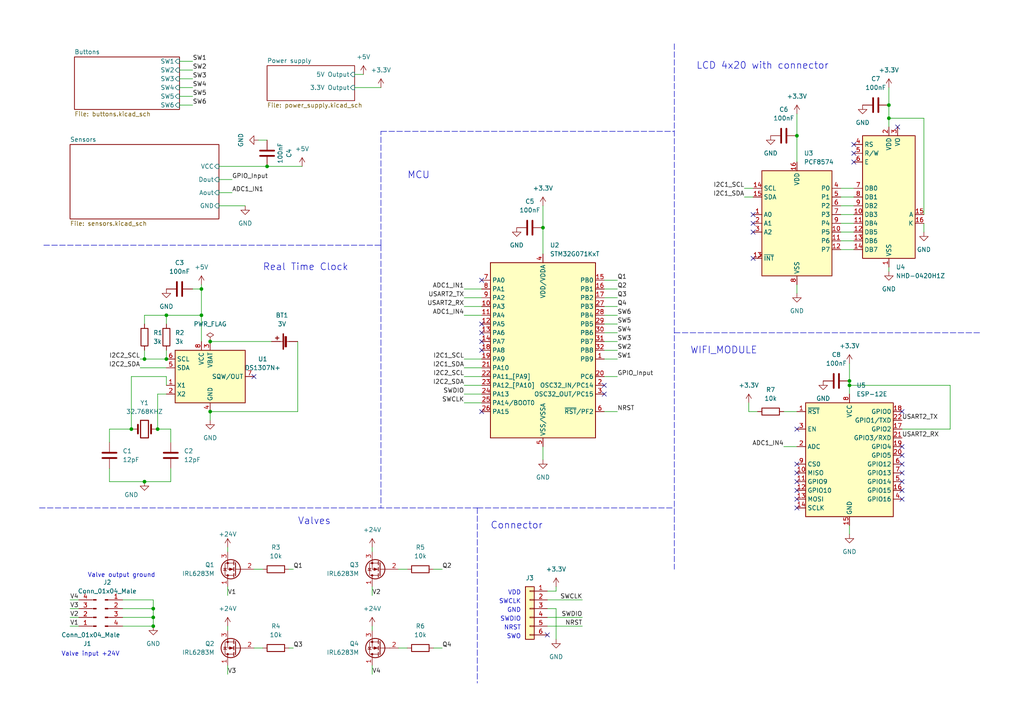
<source format=kicad_sch>
(kicad_sch (version 20211123) (generator eeschema)

  (uuid 69797d10-afcd-46e1-a6fc-adc442858fcd)

  (paper "A4")

  (title_block
    (title "Garden watering system")
    (date "21.11.2022")
    (company "EECD_1 2022/2023")
  )

  (lib_symbols
    (symbol "Connector:Conn_01x04_Male" (pin_names (offset 1.016) hide) (in_bom yes) (on_board yes)
      (property "Reference" "J" (id 0) (at 0 5.08 0)
        (effects (font (size 1.27 1.27)))
      )
      (property "Value" "Conn_01x04_Male" (id 1) (at 0 -7.62 0)
        (effects (font (size 1.27 1.27)))
      )
      (property "Footprint" "" (id 2) (at 0 0 0)
        (effects (font (size 1.27 1.27)) hide)
      )
      (property "Datasheet" "~" (id 3) (at 0 0 0)
        (effects (font (size 1.27 1.27)) hide)
      )
      (property "ki_keywords" "connector" (id 4) (at 0 0 0)
        (effects (font (size 1.27 1.27)) hide)
      )
      (property "ki_description" "Generic connector, single row, 01x04, script generated (kicad-library-utils/schlib/autogen/connector/)" (id 5) (at 0 0 0)
        (effects (font (size 1.27 1.27)) hide)
      )
      (property "ki_fp_filters" "Connector*:*_1x??_*" (id 6) (at 0 0 0)
        (effects (font (size 1.27 1.27)) hide)
      )
      (symbol "Conn_01x04_Male_1_1"
        (polyline
          (pts
            (xy 1.27 -5.08)
            (xy 0.8636 -5.08)
          )
          (stroke (width 0.1524) (type default) (color 0 0 0 0))
          (fill (type none))
        )
        (polyline
          (pts
            (xy 1.27 -2.54)
            (xy 0.8636 -2.54)
          )
          (stroke (width 0.1524) (type default) (color 0 0 0 0))
          (fill (type none))
        )
        (polyline
          (pts
            (xy 1.27 0)
            (xy 0.8636 0)
          )
          (stroke (width 0.1524) (type default) (color 0 0 0 0))
          (fill (type none))
        )
        (polyline
          (pts
            (xy 1.27 2.54)
            (xy 0.8636 2.54)
          )
          (stroke (width 0.1524) (type default) (color 0 0 0 0))
          (fill (type none))
        )
        (rectangle (start 0.8636 -4.953) (end 0 -5.207)
          (stroke (width 0.1524) (type default) (color 0 0 0 0))
          (fill (type outline))
        )
        (rectangle (start 0.8636 -2.413) (end 0 -2.667)
          (stroke (width 0.1524) (type default) (color 0 0 0 0))
          (fill (type outline))
        )
        (rectangle (start 0.8636 0.127) (end 0 -0.127)
          (stroke (width 0.1524) (type default) (color 0 0 0 0))
          (fill (type outline))
        )
        (rectangle (start 0.8636 2.667) (end 0 2.413)
          (stroke (width 0.1524) (type default) (color 0 0 0 0))
          (fill (type outline))
        )
        (pin passive line (at 5.08 2.54 180) (length 3.81)
          (name "Pin_1" (effects (font (size 1.27 1.27))))
          (number "1" (effects (font (size 1.27 1.27))))
        )
        (pin passive line (at 5.08 0 180) (length 3.81)
          (name "Pin_2" (effects (font (size 1.27 1.27))))
          (number "2" (effects (font (size 1.27 1.27))))
        )
        (pin passive line (at 5.08 -2.54 180) (length 3.81)
          (name "Pin_3" (effects (font (size 1.27 1.27))))
          (number "3" (effects (font (size 1.27 1.27))))
        )
        (pin passive line (at 5.08 -5.08 180) (length 3.81)
          (name "Pin_4" (effects (font (size 1.27 1.27))))
          (number "4" (effects (font (size 1.27 1.27))))
        )
      )
    )
    (symbol "Connector_Generic:Conn_01x06" (pin_names (offset 1.016) hide) (in_bom yes) (on_board yes)
      (property "Reference" "J" (id 0) (at 0 7.62 0)
        (effects (font (size 1.27 1.27)))
      )
      (property "Value" "Conn_01x06" (id 1) (at 0 -10.16 0)
        (effects (font (size 1.27 1.27)))
      )
      (property "Footprint" "" (id 2) (at 0 0 0)
        (effects (font (size 1.27 1.27)) hide)
      )
      (property "Datasheet" "~" (id 3) (at 0 0 0)
        (effects (font (size 1.27 1.27)) hide)
      )
      (property "ki_keywords" "connector" (id 4) (at 0 0 0)
        (effects (font (size 1.27 1.27)) hide)
      )
      (property "ki_description" "Generic connector, single row, 01x06, script generated (kicad-library-utils/schlib/autogen/connector/)" (id 5) (at 0 0 0)
        (effects (font (size 1.27 1.27)) hide)
      )
      (property "ki_fp_filters" "Connector*:*_1x??_*" (id 6) (at 0 0 0)
        (effects (font (size 1.27 1.27)) hide)
      )
      (symbol "Conn_01x06_1_1"
        (rectangle (start -1.27 -7.493) (end 0 -7.747)
          (stroke (width 0.1524) (type default) (color 0 0 0 0))
          (fill (type none))
        )
        (rectangle (start -1.27 -4.953) (end 0 -5.207)
          (stroke (width 0.1524) (type default) (color 0 0 0 0))
          (fill (type none))
        )
        (rectangle (start -1.27 -2.413) (end 0 -2.667)
          (stroke (width 0.1524) (type default) (color 0 0 0 0))
          (fill (type none))
        )
        (rectangle (start -1.27 0.127) (end 0 -0.127)
          (stroke (width 0.1524) (type default) (color 0 0 0 0))
          (fill (type none))
        )
        (rectangle (start -1.27 2.667) (end 0 2.413)
          (stroke (width 0.1524) (type default) (color 0 0 0 0))
          (fill (type none))
        )
        (rectangle (start -1.27 5.207) (end 0 4.953)
          (stroke (width 0.1524) (type default) (color 0 0 0 0))
          (fill (type none))
        )
        (rectangle (start -1.27 6.35) (end 1.27 -8.89)
          (stroke (width 0.254) (type default) (color 0 0 0 0))
          (fill (type background))
        )
        (pin passive line (at -5.08 5.08 0) (length 3.81)
          (name "Pin_1" (effects (font (size 1.27 1.27))))
          (number "1" (effects (font (size 1.27 1.27))))
        )
        (pin passive line (at -5.08 2.54 0) (length 3.81)
          (name "Pin_2" (effects (font (size 1.27 1.27))))
          (number "2" (effects (font (size 1.27 1.27))))
        )
        (pin passive line (at -5.08 0 0) (length 3.81)
          (name "Pin_3" (effects (font (size 1.27 1.27))))
          (number "3" (effects (font (size 1.27 1.27))))
        )
        (pin passive line (at -5.08 -2.54 0) (length 3.81)
          (name "Pin_4" (effects (font (size 1.27 1.27))))
          (number "4" (effects (font (size 1.27 1.27))))
        )
        (pin passive line (at -5.08 -5.08 0) (length 3.81)
          (name "Pin_5" (effects (font (size 1.27 1.27))))
          (number "5" (effects (font (size 1.27 1.27))))
        )
        (pin passive line (at -5.08 -7.62 0) (length 3.81)
          (name "Pin_6" (effects (font (size 1.27 1.27))))
          (number "6" (effects (font (size 1.27 1.27))))
        )
      )
    )
    (symbol "Device:Battery_Cell" (pin_numbers hide) (pin_names (offset 0) hide) (in_bom yes) (on_board yes)
      (property "Reference" "BT" (id 0) (at 2.54 2.54 0)
        (effects (font (size 1.27 1.27)) (justify left))
      )
      (property "Value" "Battery_Cell" (id 1) (at 2.54 0 0)
        (effects (font (size 1.27 1.27)) (justify left))
      )
      (property "Footprint" "" (id 2) (at 0 1.524 90)
        (effects (font (size 1.27 1.27)) hide)
      )
      (property "Datasheet" "~" (id 3) (at 0 1.524 90)
        (effects (font (size 1.27 1.27)) hide)
      )
      (property "ki_keywords" "battery cell" (id 4) (at 0 0 0)
        (effects (font (size 1.27 1.27)) hide)
      )
      (property "ki_description" "Single-cell battery" (id 5) (at 0 0 0)
        (effects (font (size 1.27 1.27)) hide)
      )
      (symbol "Battery_Cell_0_1"
        (rectangle (start -2.286 1.778) (end 2.286 1.524)
          (stroke (width 0) (type default) (color 0 0 0 0))
          (fill (type outline))
        )
        (rectangle (start -1.5748 1.1938) (end 1.4732 0.6858)
          (stroke (width 0) (type default) (color 0 0 0 0))
          (fill (type outline))
        )
        (polyline
          (pts
            (xy 0 0.762)
            (xy 0 0)
          )
          (stroke (width 0) (type default) (color 0 0 0 0))
          (fill (type none))
        )
        (polyline
          (pts
            (xy 0 1.778)
            (xy 0 2.54)
          )
          (stroke (width 0) (type default) (color 0 0 0 0))
          (fill (type none))
        )
        (polyline
          (pts
            (xy 0.508 3.429)
            (xy 1.524 3.429)
          )
          (stroke (width 0.254) (type default) (color 0 0 0 0))
          (fill (type none))
        )
        (polyline
          (pts
            (xy 1.016 3.937)
            (xy 1.016 2.921)
          )
          (stroke (width 0.254) (type default) (color 0 0 0 0))
          (fill (type none))
        )
      )
      (symbol "Battery_Cell_1_1"
        (pin passive line (at 0 5.08 270) (length 2.54)
          (name "+" (effects (font (size 1.27 1.27))))
          (number "1" (effects (font (size 1.27 1.27))))
        )
        (pin passive line (at 0 -2.54 90) (length 2.54)
          (name "-" (effects (font (size 1.27 1.27))))
          (number "2" (effects (font (size 1.27 1.27))))
        )
      )
    )
    (symbol "Device:C" (pin_numbers hide) (pin_names (offset 0.254)) (in_bom yes) (on_board yes)
      (property "Reference" "C" (id 0) (at 0.635 2.54 0)
        (effects (font (size 1.27 1.27)) (justify left))
      )
      (property "Value" "C" (id 1) (at 0.635 -2.54 0)
        (effects (font (size 1.27 1.27)) (justify left))
      )
      (property "Footprint" "" (id 2) (at 0.9652 -3.81 0)
        (effects (font (size 1.27 1.27)) hide)
      )
      (property "Datasheet" "~" (id 3) (at 0 0 0)
        (effects (font (size 1.27 1.27)) hide)
      )
      (property "ki_keywords" "cap capacitor" (id 4) (at 0 0 0)
        (effects (font (size 1.27 1.27)) hide)
      )
      (property "ki_description" "Unpolarized capacitor" (id 5) (at 0 0 0)
        (effects (font (size 1.27 1.27)) hide)
      )
      (property "ki_fp_filters" "C_*" (id 6) (at 0 0 0)
        (effects (font (size 1.27 1.27)) hide)
      )
      (symbol "C_0_1"
        (polyline
          (pts
            (xy -2.032 -0.762)
            (xy 2.032 -0.762)
          )
          (stroke (width 0.508) (type default) (color 0 0 0 0))
          (fill (type none))
        )
        (polyline
          (pts
            (xy -2.032 0.762)
            (xy 2.032 0.762)
          )
          (stroke (width 0.508) (type default) (color 0 0 0 0))
          (fill (type none))
        )
      )
      (symbol "C_1_1"
        (pin passive line (at 0 3.81 270) (length 2.794)
          (name "~" (effects (font (size 1.27 1.27))))
          (number "1" (effects (font (size 1.27 1.27))))
        )
        (pin passive line (at 0 -3.81 90) (length 2.794)
          (name "~" (effects (font (size 1.27 1.27))))
          (number "2" (effects (font (size 1.27 1.27))))
        )
      )
    )
    (symbol "Device:Crystal" (pin_numbers hide) (pin_names (offset 1.016) hide) (in_bom yes) (on_board yes)
      (property "Reference" "Y" (id 0) (at 0 3.81 0)
        (effects (font (size 1.27 1.27)))
      )
      (property "Value" "Crystal" (id 1) (at 0 -3.81 0)
        (effects (font (size 1.27 1.27)))
      )
      (property "Footprint" "" (id 2) (at 0 0 0)
        (effects (font (size 1.27 1.27)) hide)
      )
      (property "Datasheet" "~" (id 3) (at 0 0 0)
        (effects (font (size 1.27 1.27)) hide)
      )
      (property "ki_keywords" "quartz ceramic resonator oscillator" (id 4) (at 0 0 0)
        (effects (font (size 1.27 1.27)) hide)
      )
      (property "ki_description" "Two pin crystal" (id 5) (at 0 0 0)
        (effects (font (size 1.27 1.27)) hide)
      )
      (property "ki_fp_filters" "Crystal*" (id 6) (at 0 0 0)
        (effects (font (size 1.27 1.27)) hide)
      )
      (symbol "Crystal_0_1"
        (rectangle (start -1.143 2.54) (end 1.143 -2.54)
          (stroke (width 0.3048) (type default) (color 0 0 0 0))
          (fill (type none))
        )
        (polyline
          (pts
            (xy -2.54 0)
            (xy -1.905 0)
          )
          (stroke (width 0) (type default) (color 0 0 0 0))
          (fill (type none))
        )
        (polyline
          (pts
            (xy -1.905 -1.27)
            (xy -1.905 1.27)
          )
          (stroke (width 0.508) (type default) (color 0 0 0 0))
          (fill (type none))
        )
        (polyline
          (pts
            (xy 1.905 -1.27)
            (xy 1.905 1.27)
          )
          (stroke (width 0.508) (type default) (color 0 0 0 0))
          (fill (type none))
        )
        (polyline
          (pts
            (xy 2.54 0)
            (xy 1.905 0)
          )
          (stroke (width 0) (type default) (color 0 0 0 0))
          (fill (type none))
        )
      )
      (symbol "Crystal_1_1"
        (pin passive line (at -3.81 0 0) (length 1.27)
          (name "1" (effects (font (size 1.27 1.27))))
          (number "1" (effects (font (size 1.27 1.27))))
        )
        (pin passive line (at 3.81 0 180) (length 1.27)
          (name "2" (effects (font (size 1.27 1.27))))
          (number "2" (effects (font (size 1.27 1.27))))
        )
      )
    )
    (symbol "Device:R" (pin_numbers hide) (pin_names (offset 0)) (in_bom yes) (on_board yes)
      (property "Reference" "R" (id 0) (at 2.032 0 90)
        (effects (font (size 1.27 1.27)))
      )
      (property "Value" "R" (id 1) (at 0 0 90)
        (effects (font (size 1.27 1.27)))
      )
      (property "Footprint" "" (id 2) (at -1.778 0 90)
        (effects (font (size 1.27 1.27)) hide)
      )
      (property "Datasheet" "~" (id 3) (at 0 0 0)
        (effects (font (size 1.27 1.27)) hide)
      )
      (property "ki_keywords" "R res resistor" (id 4) (at 0 0 0)
        (effects (font (size 1.27 1.27)) hide)
      )
      (property "ki_description" "Resistor" (id 5) (at 0 0 0)
        (effects (font (size 1.27 1.27)) hide)
      )
      (property "ki_fp_filters" "R_*" (id 6) (at 0 0 0)
        (effects (font (size 1.27 1.27)) hide)
      )
      (symbol "R_0_1"
        (rectangle (start -1.016 -2.54) (end 1.016 2.54)
          (stroke (width 0.254) (type default) (color 0 0 0 0))
          (fill (type none))
        )
      )
      (symbol "R_1_1"
        (pin passive line (at 0 3.81 270) (length 1.27)
          (name "~" (effects (font (size 1.27 1.27))))
          (number "1" (effects (font (size 1.27 1.27))))
        )
        (pin passive line (at 0 -3.81 90) (length 1.27)
          (name "~" (effects (font (size 1.27 1.27))))
          (number "2" (effects (font (size 1.27 1.27))))
        )
      )
    )
    (symbol "Display_Character:NHD-0420H1Z" (in_bom yes) (on_board yes)
      (property "Reference" "U4" (id 0) (at 2.0194 -20.32 0)
        (effects (font (size 1.27 1.27)) (justify left))
      )
      (property "Value" "NHD-0420H1Z" (id 1) (at 2.0194 -22.86 0)
        (effects (font (size 1.27 1.27)) (justify left))
      )
      (property "Footprint" "Display:NHD-0420H1Z" (id 2) (at 0 -22.86 0)
        (effects (font (size 1.27 1.27)) hide)
      )
      (property "Datasheet" "http://www.newhavendisplay.com/specs/NHD-0420H1Z-FSW-GBW-33V3.pdf" (id 3) (at 2.54 -2.54 0)
        (effects (font (size 1.27 1.27)) hide)
      )
      (property "ki_keywords" "display LCD 20x4" (id 4) (at 0 0 0)
        (effects (font (size 1.27 1.27)) hide)
      )
      (property "ki_description" "LCD 20x4 Alphanumeric 16pin Blue/White/Green Backlight, 8bit parallel, 3.3V VDD" (id 5) (at 0 0 0)
        (effects (font (size 1.27 1.27)) hide)
      )
      (property "ki_fp_filters" "NHD*0420H1Z*" (id 6) (at 0 0 0)
        (effects (font (size 1.27 1.27)) hide)
      )
      (symbol "NHD-0420H1Z_0_1"
        (rectangle (start -7.62 17.78) (end 7.62 -17.78)
          (stroke (width 0.254) (type default) (color 0 0 0 0))
          (fill (type background))
        )
      )
      (symbol "NHD-0420H1Z_1_1"
        (pin power_in line (at 0 -20.32 90) (length 2.54)
          (name "VSS" (effects (font (size 1.27 1.27))))
          (number "1" (effects (font (size 1.27 1.27))))
        )
        (pin bidirectional line (at -10.16 -5.08 0) (length 2.54)
          (name "DB3" (effects (font (size 1.27 1.27))))
          (number "10" (effects (font (size 1.27 1.27))))
        )
        (pin bidirectional line (at -10.16 -7.62 0) (length 2.54)
          (name "DB4" (effects (font (size 1.27 1.27))))
          (number "11" (effects (font (size 1.27 1.27))))
        )
        (pin bidirectional line (at -10.16 -10.16 0) (length 2.54)
          (name "DB5" (effects (font (size 1.27 1.27))))
          (number "12" (effects (font (size 1.27 1.27))))
        )
        (pin bidirectional line (at -10.16 -12.7 0) (length 2.54)
          (name "DB6" (effects (font (size 1.27 1.27))))
          (number "13" (effects (font (size 1.27 1.27))))
        )
        (pin bidirectional line (at -10.16 -15.24 0) (length 2.54)
          (name "DB7" (effects (font (size 1.27 1.27))))
          (number "14" (effects (font (size 1.27 1.27))))
        )
        (pin passive line (at 10.16 -5.08 180) (length 2.54)
          (name "A" (effects (font (size 1.27 1.27))))
          (number "15" (effects (font (size 1.27 1.27))))
        )
        (pin passive line (at 10.16 -7.62 180) (length 2.54)
          (name "K" (effects (font (size 1.27 1.27))))
          (number "16" (effects (font (size 1.27 1.27))))
        )
        (pin power_in line (at 0 20.32 270) (length 2.54)
          (name "VDD" (effects (font (size 1.27 1.27))))
          (number "2" (effects (font (size 1.27 1.27))))
        )
        (pin power_in line (at 2.54 20.32 270) (length 2.54)
          (name "VO" (effects (font (size 1.27 1.27))))
          (number "3" (effects (font (size 1.27 1.27))))
        )
        (pin input line (at -10.16 15.24 0) (length 2.54)
          (name "RS" (effects (font (size 1.27 1.27))))
          (number "4" (effects (font (size 1.27 1.27))))
        )
        (pin input line (at -10.16 12.7 0) (length 2.54)
          (name "R/W" (effects (font (size 1.27 1.27))))
          (number "5" (effects (font (size 1.27 1.27))))
        )
        (pin input line (at -10.16 10.16 0) (length 2.54)
          (name "E" (effects (font (size 1.27 1.27))))
          (number "6" (effects (font (size 1.27 1.27))))
        )
        (pin bidirectional line (at -10.16 2.54 0) (length 2.54)
          (name "DB0" (effects (font (size 1.27 1.27))))
          (number "7" (effects (font (size 1.27 1.27))))
        )
        (pin bidirectional line (at -10.16 0 0) (length 2.54)
          (name "DB1" (effects (font (size 1.27 1.27))))
          (number "8" (effects (font (size 1.27 1.27))))
        )
        (pin bidirectional line (at -10.16 -2.54 0) (length 2.54)
          (name "DB2" (effects (font (size 1.27 1.27))))
          (number "9" (effects (font (size 1.27 1.27))))
        )
      )
    )
    (symbol "GND_1" (power) (pin_names (offset 0)) (in_bom yes) (on_board yes)
      (property "Reference" "#PWR" (id 0) (at 0 -6.35 0)
        (effects (font (size 1.27 1.27)) hide)
      )
      (property "Value" "GND_1" (id 1) (at 0 -3.81 0)
        (effects (font (size 1.27 1.27)))
      )
      (property "Footprint" "" (id 2) (at 0 0 0)
        (effects (font (size 1.27 1.27)) hide)
      )
      (property "Datasheet" "" (id 3) (at 0 0 0)
        (effects (font (size 1.27 1.27)) hide)
      )
      (property "ki_keywords" "global power" (id 4) (at 0 0 0)
        (effects (font (size 1.27 1.27)) hide)
      )
      (property "ki_description" "Power symbol creates a global label with name \"GND\" , ground" (id 5) (at 0 0 0)
        (effects (font (size 1.27 1.27)) hide)
      )
      (symbol "GND_1_0_1"
        (polyline
          (pts
            (xy 0 0)
            (xy 0 -1.27)
            (xy 1.27 -1.27)
            (xy 0 -2.54)
            (xy -1.27 -1.27)
            (xy 0 -1.27)
          )
          (stroke (width 0) (type default) (color 0 0 0 0))
          (fill (type none))
        )
      )
      (symbol "GND_1_1_1"
        (pin power_in line (at 0 0 270) (length 0) hide
          (name "GND" (effects (font (size 1.27 1.27))))
          (number "1" (effects (font (size 1.27 1.27))))
        )
      )
    )
    (symbol "Interface_Expansion:PCF8574" (in_bom yes) (on_board yes)
      (property "Reference" "U" (id 0) (at -8.89 16.51 0)
        (effects (font (size 1.27 1.27)) (justify left))
      )
      (property "Value" "PCF8574" (id 1) (at 2.54 16.51 0)
        (effects (font (size 1.27 1.27)) (justify left))
      )
      (property "Footprint" "" (id 2) (at 0 0 0)
        (effects (font (size 1.27 1.27)) hide)
      )
      (property "Datasheet" "http://www.nxp.com/documents/data_sheet/PCF8574_PCF8574A.pdf" (id 3) (at 0 0 0)
        (effects (font (size 1.27 1.27)) hide)
      )
      (property "ki_keywords" "I2C Expander" (id 4) (at 0 0 0)
        (effects (font (size 1.27 1.27)) hide)
      )
      (property "ki_description" "8 Bit Port/Expander to I2C Bus, DIP/SOIC-16" (id 5) (at 0 0 0)
        (effects (font (size 1.27 1.27)) hide)
      )
      (property "ki_fp_filters" "DIP*W7.62mm* SOIC*7.5x10.3mm*P1.27mm*" (id 6) (at 0 0 0)
        (effects (font (size 1.27 1.27)) hide)
      )
      (symbol "PCF8574_0_1"
        (rectangle (start -10.16 15.24) (end 10.16 -15.24)
          (stroke (width 0.254) (type default) (color 0 0 0 0))
          (fill (type background))
        )
      )
      (symbol "PCF8574_1_1"
        (pin input line (at -12.7 2.54 0) (length 2.54)
          (name "A0" (effects (font (size 1.27 1.27))))
          (number "1" (effects (font (size 1.27 1.27))))
        )
        (pin bidirectional line (at 12.7 -2.54 180) (length 2.54)
          (name "P5" (effects (font (size 1.27 1.27))))
          (number "10" (effects (font (size 1.27 1.27))))
        )
        (pin bidirectional line (at 12.7 -5.08 180) (length 2.54)
          (name "P6" (effects (font (size 1.27 1.27))))
          (number "11" (effects (font (size 1.27 1.27))))
        )
        (pin bidirectional line (at 12.7 -7.62 180) (length 2.54)
          (name "P7" (effects (font (size 1.27 1.27))))
          (number "12" (effects (font (size 1.27 1.27))))
        )
        (pin open_collector output_low (at -12.7 -10.16 0) (length 2.54)
          (name "~{INT}" (effects (font (size 1.27 1.27))))
          (number "13" (effects (font (size 1.27 1.27))))
        )
        (pin input line (at -12.7 10.16 0) (length 2.54)
          (name "SCL" (effects (font (size 1.27 1.27))))
          (number "14" (effects (font (size 1.27 1.27))))
        )
        (pin bidirectional line (at -12.7 7.62 0) (length 2.54)
          (name "SDA" (effects (font (size 1.27 1.27))))
          (number "15" (effects (font (size 1.27 1.27))))
        )
        (pin power_in line (at 0 17.78 270) (length 2.54)
          (name "VDD" (effects (font (size 1.27 1.27))))
          (number "16" (effects (font (size 1.27 1.27))))
        )
        (pin input line (at -12.7 0 0) (length 2.54)
          (name "A1" (effects (font (size 1.27 1.27))))
          (number "2" (effects (font (size 1.27 1.27))))
        )
        (pin input line (at -12.7 -2.54 0) (length 2.54)
          (name "A2" (effects (font (size 1.27 1.27))))
          (number "3" (effects (font (size 1.27 1.27))))
        )
        (pin bidirectional line (at 12.7 10.16 180) (length 2.54)
          (name "P0" (effects (font (size 1.27 1.27))))
          (number "4" (effects (font (size 1.27 1.27))))
        )
        (pin bidirectional line (at 12.7 7.62 180) (length 2.54)
          (name "P1" (effects (font (size 1.27 1.27))))
          (number "5" (effects (font (size 1.27 1.27))))
        )
        (pin bidirectional line (at 12.7 5.08 180) (length 2.54)
          (name "P2" (effects (font (size 1.27 1.27))))
          (number "6" (effects (font (size 1.27 1.27))))
        )
        (pin bidirectional line (at 12.7 2.54 180) (length 2.54)
          (name "P3" (effects (font (size 1.27 1.27))))
          (number "7" (effects (font (size 1.27 1.27))))
        )
        (pin power_in line (at 0 -17.78 90) (length 2.54)
          (name "VSS" (effects (font (size 1.27 1.27))))
          (number "8" (effects (font (size 1.27 1.27))))
        )
        (pin bidirectional line (at 12.7 0 180) (length 2.54)
          (name "P4" (effects (font (size 1.27 1.27))))
          (number "9" (effects (font (size 1.27 1.27))))
        )
      )
    )
    (symbol "MCU_ST_STM32G0:STM32G071KxT" (in_bom yes) (on_board yes)
      (property "Reference" "U" (id 0) (at -15.24 26.67 0)
        (effects (font (size 1.27 1.27)) (justify left))
      )
      (property "Value" "STM32G071KxT" (id 1) (at 1.27 26.67 0)
        (effects (font (size 1.27 1.27)) (justify left))
      )
      (property "Footprint" "Package_QFP:LQFP-32_7x7mm_P0.8mm" (id 2) (at -2.54 -26.67 0)
        (effects (font (size 1.27 1.27)) (justify right) hide)
      )
      (property "Datasheet" "https://www.st.com/resource/en/datasheet/stm32g071kb.pdf" (id 3) (at 0 0 0)
        (effects (font (size 1.27 1.27)) hide)
      )
      (property "ki_keywords" "ARM Cortex-M0+ STM32G0 STM32G071" (id 4) (at 0 0 0)
        (effects (font (size 1.27 1.27)) hide)
      )
      (property "ki_description" "ARM Cortex-M0+ MCU, 64/128 kB flash, 36 kB SRAM, 64 MHz, 1.7-3.6 V, 30 GPIO, LQFP-32" (id 5) (at 0 0 0)
        (effects (font (size 1.27 1.27)) hide)
      )
      (property "ki_fp_filters" "LQFP*7x7mm*P0.8mm*" (id 6) (at 0 0 0)
        (effects (font (size 1.27 1.27)) hide)
      )
      (symbol "STM32G071KxT_0_1"
        (rectangle (start -15.24 -25.4) (end 15.24 25.4)
          (stroke (width 0.254) (type default) (color 0 0 0 0))
          (fill (type background))
        )
      )
      (symbol "STM32G071KxT_1_1"
        (pin bidirectional line (at 17.78 -2.54 180) (length 2.54)
          (name "PB9" (effects (font (size 1.27 1.27))))
          (number "1" (effects (font (size 1.27 1.27))))
        )
        (pin bidirectional line (at -17.78 12.7 0) (length 2.54)
          (name "PA3" (effects (font (size 1.27 1.27))))
          (number "10" (effects (font (size 1.27 1.27))))
        )
        (pin bidirectional line (at -17.78 10.16 0) (length 2.54)
          (name "PA4" (effects (font (size 1.27 1.27))))
          (number "11" (effects (font (size 1.27 1.27))))
        )
        (pin bidirectional line (at -17.78 7.62 0) (length 2.54)
          (name "PA5" (effects (font (size 1.27 1.27))))
          (number "12" (effects (font (size 1.27 1.27))))
        )
        (pin bidirectional line (at -17.78 5.08 0) (length 2.54)
          (name "PA6" (effects (font (size 1.27 1.27))))
          (number "13" (effects (font (size 1.27 1.27))))
        )
        (pin bidirectional line (at -17.78 2.54 0) (length 2.54)
          (name "PA7" (effects (font (size 1.27 1.27))))
          (number "14" (effects (font (size 1.27 1.27))))
        )
        (pin bidirectional line (at 17.78 20.32 180) (length 2.54)
          (name "PB0" (effects (font (size 1.27 1.27))))
          (number "15" (effects (font (size 1.27 1.27))))
        )
        (pin bidirectional line (at 17.78 17.78 180) (length 2.54)
          (name "PB1" (effects (font (size 1.27 1.27))))
          (number "16" (effects (font (size 1.27 1.27))))
        )
        (pin bidirectional line (at 17.78 15.24 180) (length 2.54)
          (name "PB2" (effects (font (size 1.27 1.27))))
          (number "17" (effects (font (size 1.27 1.27))))
        )
        (pin bidirectional line (at -17.78 0 0) (length 2.54)
          (name "PA8" (effects (font (size 1.27 1.27))))
          (number "18" (effects (font (size 1.27 1.27))))
        )
        (pin bidirectional line (at -17.78 -2.54 0) (length 2.54)
          (name "PA9" (effects (font (size 1.27 1.27))))
          (number "19" (effects (font (size 1.27 1.27))))
        )
        (pin bidirectional line (at 17.78 -10.16 180) (length 2.54)
          (name "OSC32_IN/PC14" (effects (font (size 1.27 1.27))))
          (number "2" (effects (font (size 1.27 1.27))))
        )
        (pin bidirectional line (at 17.78 -7.62 180) (length 2.54)
          (name "PC6" (effects (font (size 1.27 1.27))))
          (number "20" (effects (font (size 1.27 1.27))))
        )
        (pin bidirectional line (at -17.78 -5.08 0) (length 2.54)
          (name "PA10" (effects (font (size 1.27 1.27))))
          (number "21" (effects (font (size 1.27 1.27))))
        )
        (pin bidirectional line (at -17.78 -7.62 0) (length 2.54)
          (name "PA11_[PA9]" (effects (font (size 1.27 1.27))))
          (number "22" (effects (font (size 1.27 1.27))))
        )
        (pin bidirectional line (at -17.78 -10.16 0) (length 2.54)
          (name "PA12_[PA10]" (effects (font (size 1.27 1.27))))
          (number "23" (effects (font (size 1.27 1.27))))
        )
        (pin bidirectional line (at -17.78 -12.7 0) (length 2.54)
          (name "PA13" (effects (font (size 1.27 1.27))))
          (number "24" (effects (font (size 1.27 1.27))))
        )
        (pin bidirectional line (at -17.78 -15.24 0) (length 2.54)
          (name "PA14/BOOT0" (effects (font (size 1.27 1.27))))
          (number "25" (effects (font (size 1.27 1.27))))
        )
        (pin bidirectional line (at -17.78 -17.78 0) (length 2.54)
          (name "PA15" (effects (font (size 1.27 1.27))))
          (number "26" (effects (font (size 1.27 1.27))))
        )
        (pin bidirectional line (at 17.78 12.7 180) (length 2.54)
          (name "PB3" (effects (font (size 1.27 1.27))))
          (number "27" (effects (font (size 1.27 1.27))))
        )
        (pin bidirectional line (at 17.78 10.16 180) (length 2.54)
          (name "PB4" (effects (font (size 1.27 1.27))))
          (number "28" (effects (font (size 1.27 1.27))))
        )
        (pin bidirectional line (at 17.78 7.62 180) (length 2.54)
          (name "PB5" (effects (font (size 1.27 1.27))))
          (number "29" (effects (font (size 1.27 1.27))))
        )
        (pin bidirectional line (at 17.78 -12.7 180) (length 2.54)
          (name "OSC32_OUT/PC15" (effects (font (size 1.27 1.27))))
          (number "3" (effects (font (size 1.27 1.27))))
        )
        (pin bidirectional line (at 17.78 5.08 180) (length 2.54)
          (name "PB6" (effects (font (size 1.27 1.27))))
          (number "30" (effects (font (size 1.27 1.27))))
        )
        (pin bidirectional line (at 17.78 2.54 180) (length 2.54)
          (name "PB7" (effects (font (size 1.27 1.27))))
          (number "31" (effects (font (size 1.27 1.27))))
        )
        (pin bidirectional line (at 17.78 0 180) (length 2.54)
          (name "PB8" (effects (font (size 1.27 1.27))))
          (number "32" (effects (font (size 1.27 1.27))))
        )
        (pin power_in line (at 0 27.94 270) (length 2.54)
          (name "VDD/VDDA" (effects (font (size 1.27 1.27))))
          (number "4" (effects (font (size 1.27 1.27))))
        )
        (pin power_in line (at 0 -27.94 90) (length 2.54)
          (name "VSS/VSSA" (effects (font (size 1.27 1.27))))
          (number "5" (effects (font (size 1.27 1.27))))
        )
        (pin bidirectional line (at 17.78 -17.78 180) (length 2.54)
          (name "~{RST}/PF2" (effects (font (size 1.27 1.27))))
          (number "6" (effects (font (size 1.27 1.27))))
        )
        (pin bidirectional line (at -17.78 20.32 0) (length 2.54)
          (name "PA0" (effects (font (size 1.27 1.27))))
          (number "7" (effects (font (size 1.27 1.27))))
        )
        (pin bidirectional line (at -17.78 17.78 0) (length 2.54)
          (name "PA1" (effects (font (size 1.27 1.27))))
          (number "8" (effects (font (size 1.27 1.27))))
        )
        (pin bidirectional line (at -17.78 15.24 0) (length 2.54)
          (name "PA2" (effects (font (size 1.27 1.27))))
          (number "9" (effects (font (size 1.27 1.27))))
        )
      )
    )
    (symbol "PWR_FLAG_1" (power) (pin_numbers hide) (pin_names (offset 0) hide) (in_bom yes) (on_board yes)
      (property "Reference" "#FLG" (id 0) (at 0 1.905 0)
        (effects (font (size 1.27 1.27)) hide)
      )
      (property "Value" "PWR_FLAG_1" (id 1) (at 0 3.81 0)
        (effects (font (size 1.27 1.27)))
      )
      (property "Footprint" "" (id 2) (at 0 0 0)
        (effects (font (size 1.27 1.27)) hide)
      )
      (property "Datasheet" "~" (id 3) (at 0 0 0)
        (effects (font (size 1.27 1.27)) hide)
      )
      (property "ki_keywords" "flag power" (id 4) (at 0 0 0)
        (effects (font (size 1.27 1.27)) hide)
      )
      (property "ki_description" "Special symbol for telling ERC where power comes from" (id 5) (at 0 0 0)
        (effects (font (size 1.27 1.27)) hide)
      )
      (symbol "PWR_FLAG_1_0_0"
        (pin power_out line (at 0 0 90) (length 0)
          (name "pwr" (effects (font (size 1.27 1.27))))
          (number "1" (effects (font (size 1.27 1.27))))
        )
      )
      (symbol "PWR_FLAG_1_0_1"
        (polyline
          (pts
            (xy 0 0)
            (xy 0 1.27)
            (xy -1.016 1.905)
            (xy 0 2.54)
            (xy 1.016 1.905)
            (xy 0 1.27)
          )
          (stroke (width 0) (type default) (color 0 0 0 0))
          (fill (type none))
        )
      )
    )
    (symbol "RF_Module:ESP-12E" (in_bom yes) (on_board yes)
      (property "Reference" "U" (id 0) (at -12.7 19.05 0)
        (effects (font (size 1.27 1.27)) (justify left))
      )
      (property "Value" "ESP-12E" (id 1) (at 12.7 19.05 0)
        (effects (font (size 1.27 1.27)) (justify right))
      )
      (property "Footprint" "RF_Module:ESP-12E" (id 2) (at 0 0 0)
        (effects (font (size 1.27 1.27)) hide)
      )
      (property "Datasheet" "http://wiki.ai-thinker.com/_media/esp8266/esp8266_series_modules_user_manual_v1.1.pdf" (id 3) (at -8.89 2.54 0)
        (effects (font (size 1.27 1.27)) hide)
      )
      (property "ki_keywords" "802.11 Wi-Fi" (id 4) (at 0 0 0)
        (effects (font (size 1.27 1.27)) hide)
      )
      (property "ki_description" "802.11 b/g/n Wi-Fi Module" (id 5) (at 0 0 0)
        (effects (font (size 1.27 1.27)) hide)
      )
      (property "ki_fp_filters" "ESP?12*" (id 6) (at 0 0 0)
        (effects (font (size 1.27 1.27)) hide)
      )
      (symbol "ESP-12E_0_1"
        (rectangle (start -12.7 17.78) (end 12.7 -15.24)
          (stroke (width 0.254) (type default) (color 0 0 0 0))
          (fill (type background))
        )
      )
      (symbol "ESP-12E_1_1"
        (pin input line (at -15.24 15.24 0) (length 2.54)
          (name "~{RST}" (effects (font (size 1.27 1.27))))
          (number "1" (effects (font (size 1.27 1.27))))
        )
        (pin bidirectional line (at -15.24 -2.54 0) (length 2.54)
          (name "MISO" (effects (font (size 1.27 1.27))))
          (number "10" (effects (font (size 1.27 1.27))))
        )
        (pin bidirectional line (at -15.24 -5.08 0) (length 2.54)
          (name "GPIO9" (effects (font (size 1.27 1.27))))
          (number "11" (effects (font (size 1.27 1.27))))
        )
        (pin bidirectional line (at -15.24 -7.62 0) (length 2.54)
          (name "GPIO10" (effects (font (size 1.27 1.27))))
          (number "12" (effects (font (size 1.27 1.27))))
        )
        (pin bidirectional line (at -15.24 -10.16 0) (length 2.54)
          (name "MOSI" (effects (font (size 1.27 1.27))))
          (number "13" (effects (font (size 1.27 1.27))))
        )
        (pin bidirectional line (at -15.24 -12.7 0) (length 2.54)
          (name "SCLK" (effects (font (size 1.27 1.27))))
          (number "14" (effects (font (size 1.27 1.27))))
        )
        (pin power_in line (at 0 -17.78 90) (length 2.54)
          (name "GND" (effects (font (size 1.27 1.27))))
          (number "15" (effects (font (size 1.27 1.27))))
        )
        (pin bidirectional line (at 15.24 -7.62 180) (length 2.54)
          (name "GPIO15" (effects (font (size 1.27 1.27))))
          (number "16" (effects (font (size 1.27 1.27))))
        )
        (pin bidirectional line (at 15.24 10.16 180) (length 2.54)
          (name "GPIO2" (effects (font (size 1.27 1.27))))
          (number "17" (effects (font (size 1.27 1.27))))
        )
        (pin bidirectional line (at 15.24 15.24 180) (length 2.54)
          (name "GPIO0" (effects (font (size 1.27 1.27))))
          (number "18" (effects (font (size 1.27 1.27))))
        )
        (pin bidirectional line (at 15.24 5.08 180) (length 2.54)
          (name "GPIO4" (effects (font (size 1.27 1.27))))
          (number "19" (effects (font (size 1.27 1.27))))
        )
        (pin input line (at -15.24 5.08 0) (length 2.54)
          (name "ADC" (effects (font (size 1.27 1.27))))
          (number "2" (effects (font (size 1.27 1.27))))
        )
        (pin bidirectional line (at 15.24 2.54 180) (length 2.54)
          (name "GPIO5" (effects (font (size 1.27 1.27))))
          (number "20" (effects (font (size 1.27 1.27))))
        )
        (pin bidirectional line (at 15.24 7.62 180) (length 2.54)
          (name "GPIO3/RXD" (effects (font (size 1.27 1.27))))
          (number "21" (effects (font (size 1.27 1.27))))
        )
        (pin bidirectional line (at 15.24 12.7 180) (length 2.54)
          (name "GPIO1/TXD" (effects (font (size 1.27 1.27))))
          (number "22" (effects (font (size 1.27 1.27))))
        )
        (pin input line (at -15.24 10.16 0) (length 2.54)
          (name "EN" (effects (font (size 1.27 1.27))))
          (number "3" (effects (font (size 1.27 1.27))))
        )
        (pin bidirectional line (at 15.24 -10.16 180) (length 2.54)
          (name "GPIO16" (effects (font (size 1.27 1.27))))
          (number "4" (effects (font (size 1.27 1.27))))
        )
        (pin bidirectional line (at 15.24 -5.08 180) (length 2.54)
          (name "GPIO14" (effects (font (size 1.27 1.27))))
          (number "5" (effects (font (size 1.27 1.27))))
        )
        (pin bidirectional line (at 15.24 0 180) (length 2.54)
          (name "GPIO12" (effects (font (size 1.27 1.27))))
          (number "6" (effects (font (size 1.27 1.27))))
        )
        (pin bidirectional line (at 15.24 -2.54 180) (length 2.54)
          (name "GPIO13" (effects (font (size 1.27 1.27))))
          (number "7" (effects (font (size 1.27 1.27))))
        )
        (pin power_in line (at 0 20.32 270) (length 2.54)
          (name "VCC" (effects (font (size 1.27 1.27))))
          (number "8" (effects (font (size 1.27 1.27))))
        )
        (pin input line (at -15.24 0 0) (length 2.54)
          (name "CS0" (effects (font (size 1.27 1.27))))
          (number "9" (effects (font (size 1.27 1.27))))
        )
      )
    )
    (symbol "Timer_RTC:DS1307N+" (in_bom yes) (on_board yes)
      (property "Reference" "U" (id 0) (at -8.89 8.89 0)
        (effects (font (size 1.27 1.27)))
      )
      (property "Value" "DS1307N+" (id 1) (at 1.27 8.89 0)
        (effects (font (size 1.27 1.27)) (justify left))
      )
      (property "Footprint" "Package_DIP:DIP-8_W7.62mm" (id 2) (at 0 -12.7 0)
        (effects (font (size 1.27 1.27)) hide)
      )
      (property "Datasheet" "https://datasheets.maximintegrated.com/en/ds/DS1307.pdf" (id 3) (at 0 -5.08 0)
        (effects (font (size 1.27 1.27)) hide)
      )
      (property "ki_keywords" "RTC, Trickle-Charge Timekeeping Chip" (id 4) (at 0 0 0)
        (effects (font (size 1.27 1.27)) hide)
      )
      (property "ki_description" "64 x 8, Serial, I2C Real-time clock, 4.5V to 5.5V VCC, -40°C to +85°C, DIP-8" (id 5) (at 0 0 0)
        (effects (font (size 1.27 1.27)) hide)
      )
      (property "ki_fp_filters" "DIP*W7.62mm*" (id 6) (at 0 0 0)
        (effects (font (size 1.27 1.27)) hide)
      )
      (symbol "DS1307N+_0_1"
        (rectangle (start -10.16 7.62) (end 10.16 -7.62)
          (stroke (width 0.254) (type default) (color 0 0 0 0))
          (fill (type background))
        )
      )
      (symbol "DS1307N+_1_1"
        (pin input line (at -12.7 -2.54 0) (length 2.54)
          (name "X1" (effects (font (size 1.27 1.27))))
          (number "1" (effects (font (size 1.27 1.27))))
        )
        (pin input line (at -12.7 -5.08 0) (length 2.54)
          (name "X2" (effects (font (size 1.27 1.27))))
          (number "2" (effects (font (size 1.27 1.27))))
        )
        (pin power_in line (at 0 10.16 270) (length 2.54)
          (name "VBAT" (effects (font (size 1.27 1.27))))
          (number "3" (effects (font (size 1.27 1.27))))
        )
        (pin power_in line (at 0 -10.16 90) (length 2.54)
          (name "GND" (effects (font (size 1.27 1.27))))
          (number "4" (effects (font (size 1.27 1.27))))
        )
        (pin bidirectional line (at -12.7 2.54 0) (length 2.54)
          (name "SDA" (effects (font (size 1.27 1.27))))
          (number "5" (effects (font (size 1.27 1.27))))
        )
        (pin input line (at -12.7 5.08 0) (length 2.54)
          (name "SCL" (effects (font (size 1.27 1.27))))
          (number "6" (effects (font (size 1.27 1.27))))
        )
        (pin open_collector line (at 12.7 0 180) (length 2.54)
          (name "SQW/OUT" (effects (font (size 1.27 1.27))))
          (number "7" (effects (font (size 1.27 1.27))))
        )
        (pin power_in line (at -2.54 10.16 270) (length 2.54)
          (name "VCC" (effects (font (size 1.27 1.27))))
          (number "8" (effects (font (size 1.27 1.27))))
        )
      )
    )
    (symbol "Transistor_FET:IRL6283M" (pin_names hide) (in_bom yes) (on_board yes)
      (property "Reference" "Q" (id 0) (at 5.08 1.905 0)
        (effects (font (size 1.27 1.27)) (justify left))
      )
      (property "Value" "IRL6283M" (id 1) (at 5.08 0 0)
        (effects (font (size 1.27 1.27)) (justify left))
      )
      (property "Footprint" "Package_DirectFET:DirectFET_MD" (id 2) (at 0 0 0)
        (effects (font (size 1.27 1.27) italic) hide)
      )
      (property "Datasheet" "https://www.infineon.com/dgdl/irl6283mpbf.pdf?fileId=5546d462533600a40153565fe9452573" (id 3) (at 0 0 0)
        (effects (font (size 1.27 1.27)) (justify left) hide)
      )
      (property "ki_keywords" "N-Channel HEXFET MOSFET IRFET" (id 4) (at 0 0 0)
        (effects (font (size 1.27 1.27)) hide)
      )
      (property "ki_description" "38A Id, 20V Vds, 0.75mOhm Rds, N-Channel HEXFET Power MOSFET, DirectFET MD" (id 5) (at 0 0 0)
        (effects (font (size 1.27 1.27)) hide)
      )
      (property "ki_fp_filters" "DirectFET*MD*" (id 6) (at 0 0 0)
        (effects (font (size 1.27 1.27)) hide)
      )
      (symbol "IRL6283M_0_1"
        (polyline
          (pts
            (xy 0.254 0)
            (xy -2.54 0)
          )
          (stroke (width 0) (type default) (color 0 0 0 0))
          (fill (type none))
        )
        (polyline
          (pts
            (xy 0.254 1.905)
            (xy 0.254 -1.905)
          )
          (stroke (width 0.254) (type default) (color 0 0 0 0))
          (fill (type none))
        )
        (polyline
          (pts
            (xy 0.762 -1.27)
            (xy 0.762 -2.286)
          )
          (stroke (width 0.254) (type default) (color 0 0 0 0))
          (fill (type none))
        )
        (polyline
          (pts
            (xy 0.762 0.508)
            (xy 0.762 -0.508)
          )
          (stroke (width 0.254) (type default) (color 0 0 0 0))
          (fill (type none))
        )
        (polyline
          (pts
            (xy 0.762 2.286)
            (xy 0.762 1.27)
          )
          (stroke (width 0.254) (type default) (color 0 0 0 0))
          (fill (type none))
        )
        (polyline
          (pts
            (xy 2.54 2.54)
            (xy 2.54 1.778)
          )
          (stroke (width 0) (type default) (color 0 0 0 0))
          (fill (type none))
        )
        (polyline
          (pts
            (xy 2.54 -2.54)
            (xy 2.54 0)
            (xy 0.762 0)
          )
          (stroke (width 0) (type default) (color 0 0 0 0))
          (fill (type none))
        )
        (polyline
          (pts
            (xy 0.762 -1.778)
            (xy 3.302 -1.778)
            (xy 3.302 1.778)
            (xy 0.762 1.778)
          )
          (stroke (width 0) (type default) (color 0 0 0 0))
          (fill (type none))
        )
        (polyline
          (pts
            (xy 1.016 0)
            (xy 2.032 0.381)
            (xy 2.032 -0.381)
            (xy 1.016 0)
          )
          (stroke (width 0) (type default) (color 0 0 0 0))
          (fill (type outline))
        )
        (polyline
          (pts
            (xy 2.794 0.508)
            (xy 2.921 0.381)
            (xy 3.683 0.381)
            (xy 3.81 0.254)
          )
          (stroke (width 0) (type default) (color 0 0 0 0))
          (fill (type none))
        )
        (polyline
          (pts
            (xy 3.302 0.381)
            (xy 2.921 -0.254)
            (xy 3.683 -0.254)
            (xy 3.302 0.381)
          )
          (stroke (width 0) (type default) (color 0 0 0 0))
          (fill (type none))
        )
        (circle (center 1.651 0) (radius 2.794)
          (stroke (width 0.254) (type default) (color 0 0 0 0))
          (fill (type none))
        )
        (circle (center 2.54 -1.778) (radius 0.254)
          (stroke (width 0) (type default) (color 0 0 0 0))
          (fill (type outline))
        )
        (circle (center 2.54 1.778) (radius 0.254)
          (stroke (width 0) (type default) (color 0 0 0 0))
          (fill (type outline))
        )
      )
      (symbol "IRL6283M_1_1"
        (pin passive line (at 2.54 5.08 270) (length 2.54)
          (name "D" (effects (font (size 1.27 1.27))))
          (number "1" (effects (font (size 1.27 1.27))))
        )
        (pin input line (at -5.08 0 0) (length 2.54)
          (name "G" (effects (font (size 1.27 1.27))))
          (number "2" (effects (font (size 1.27 1.27))))
        )
        (pin passive line (at 2.54 -5.08 90) (length 2.54)
          (name "S" (effects (font (size 1.27 1.27))))
          (number "3" (effects (font (size 1.27 1.27))))
        )
      )
    )
    (symbol "power:+24V" (power) (pin_names (offset 0)) (in_bom yes) (on_board yes)
      (property "Reference" "#PWR" (id 0) (at 0 -3.81 0)
        (effects (font (size 1.27 1.27)) hide)
      )
      (property "Value" "+24V" (id 1) (at 0 3.556 0)
        (effects (font (size 1.27 1.27)))
      )
      (property "Footprint" "" (id 2) (at 0 0 0)
        (effects (font (size 1.27 1.27)) hide)
      )
      (property "Datasheet" "" (id 3) (at 0 0 0)
        (effects (font (size 1.27 1.27)) hide)
      )
      (property "ki_keywords" "power-flag" (id 4) (at 0 0 0)
        (effects (font (size 1.27 1.27)) hide)
      )
      (property "ki_description" "Power symbol creates a global label with name \"+24V\"" (id 5) (at 0 0 0)
        (effects (font (size 1.27 1.27)) hide)
      )
      (symbol "+24V_0_1"
        (polyline
          (pts
            (xy -0.762 1.27)
            (xy 0 2.54)
          )
          (stroke (width 0) (type default) (color 0 0 0 0))
          (fill (type none))
        )
        (polyline
          (pts
            (xy 0 0)
            (xy 0 2.54)
          )
          (stroke (width 0) (type default) (color 0 0 0 0))
          (fill (type none))
        )
        (polyline
          (pts
            (xy 0 2.54)
            (xy 0.762 1.27)
          )
          (stroke (width 0) (type default) (color 0 0 0 0))
          (fill (type none))
        )
      )
      (symbol "+24V_1_1"
        (pin power_in line (at 0 0 90) (length 0) hide
          (name "+24V" (effects (font (size 1.27 1.27))))
          (number "1" (effects (font (size 1.27 1.27))))
        )
      )
    )
    (symbol "power:+3.3V" (power) (pin_names (offset 0)) (in_bom yes) (on_board yes)
      (property "Reference" "#PWR" (id 0) (at 0 -3.81 0)
        (effects (font (size 1.27 1.27)) hide)
      )
      (property "Value" "+3.3V" (id 1) (at 0 3.556 0)
        (effects (font (size 1.27 1.27)))
      )
      (property "Footprint" "" (id 2) (at 0 0 0)
        (effects (font (size 1.27 1.27)) hide)
      )
      (property "Datasheet" "" (id 3) (at 0 0 0)
        (effects (font (size 1.27 1.27)) hide)
      )
      (property "ki_keywords" "power-flag" (id 4) (at 0 0 0)
        (effects (font (size 1.27 1.27)) hide)
      )
      (property "ki_description" "Power symbol creates a global label with name \"+3.3V\"" (id 5) (at 0 0 0)
        (effects (font (size 1.27 1.27)) hide)
      )
      (symbol "+3.3V_0_1"
        (polyline
          (pts
            (xy -0.762 1.27)
            (xy 0 2.54)
          )
          (stroke (width 0) (type default) (color 0 0 0 0))
          (fill (type none))
        )
        (polyline
          (pts
            (xy 0 0)
            (xy 0 2.54)
          )
          (stroke (width 0) (type default) (color 0 0 0 0))
          (fill (type none))
        )
        (polyline
          (pts
            (xy 0 2.54)
            (xy 0.762 1.27)
          )
          (stroke (width 0) (type default) (color 0 0 0 0))
          (fill (type none))
        )
      )
      (symbol "+3.3V_1_1"
        (pin power_in line (at 0 0 90) (length 0) hide
          (name "+3.3V" (effects (font (size 1.27 1.27))))
          (number "1" (effects (font (size 1.27 1.27))))
        )
      )
    )
    (symbol "power:+5V" (power) (pin_names (offset 0)) (in_bom yes) (on_board yes)
      (property "Reference" "#PWR" (id 0) (at 0 -3.81 0)
        (effects (font (size 1.27 1.27)) hide)
      )
      (property "Value" "+5V" (id 1) (at 0 3.556 0)
        (effects (font (size 1.27 1.27)))
      )
      (property "Footprint" "" (id 2) (at 0 0 0)
        (effects (font (size 1.27 1.27)) hide)
      )
      (property "Datasheet" "" (id 3) (at 0 0 0)
        (effects (font (size 1.27 1.27)) hide)
      )
      (property "ki_keywords" "power-flag" (id 4) (at 0 0 0)
        (effects (font (size 1.27 1.27)) hide)
      )
      (property "ki_description" "Power symbol creates a global label with name \"+5V\"" (id 5) (at 0 0 0)
        (effects (font (size 1.27 1.27)) hide)
      )
      (symbol "+5V_0_1"
        (polyline
          (pts
            (xy -0.762 1.27)
            (xy 0 2.54)
          )
          (stroke (width 0) (type default) (color 0 0 0 0))
          (fill (type none))
        )
        (polyline
          (pts
            (xy 0 0)
            (xy 0 2.54)
          )
          (stroke (width 0) (type default) (color 0 0 0 0))
          (fill (type none))
        )
        (polyline
          (pts
            (xy 0 2.54)
            (xy 0.762 1.27)
          )
          (stroke (width 0) (type default) (color 0 0 0 0))
          (fill (type none))
        )
      )
      (symbol "+5V_1_1"
        (pin power_in line (at 0 0 90) (length 0) hide
          (name "+5V" (effects (font (size 1.27 1.27))))
          (number "1" (effects (font (size 1.27 1.27))))
        )
      )
    )
    (symbol "power:GND" (power) (pin_names (offset 0)) (in_bom yes) (on_board yes)
      (property "Reference" "#PWR" (id 0) (at 0 -6.35 0)
        (effects (font (size 1.27 1.27)) hide)
      )
      (property "Value" "GND" (id 1) (at 0 -3.81 0)
        (effects (font (size 1.27 1.27)))
      )
      (property "Footprint" "" (id 2) (at 0 0 0)
        (effects (font (size 1.27 1.27)) hide)
      )
      (property "Datasheet" "" (id 3) (at 0 0 0)
        (effects (font (size 1.27 1.27)) hide)
      )
      (property "ki_keywords" "power-flag" (id 4) (at 0 0 0)
        (effects (font (size 1.27 1.27)) hide)
      )
      (property "ki_description" "Power symbol creates a global label with name \"GND\" , ground" (id 5) (at 0 0 0)
        (effects (font (size 1.27 1.27)) hide)
      )
      (symbol "GND_0_1"
        (polyline
          (pts
            (xy 0 0)
            (xy 0 -1.27)
            (xy 1.27 -1.27)
            (xy 0 -2.54)
            (xy -1.27 -1.27)
            (xy 0 -1.27)
          )
          (stroke (width 0) (type default) (color 0 0 0 0))
          (fill (type none))
        )
      )
      (symbol "GND_1_1"
        (pin power_in line (at 0 0 270) (length 0) hide
          (name "GND" (effects (font (size 1.27 1.27))))
          (number "1" (effects (font (size 1.27 1.27))))
        )
      )
    )
  )

  (junction (at 58.42 83.82) (diameter 0) (color 0 0 0 0)
    (uuid 0a784aaf-14e0-4b65-9f0b-50cd223c1a1b)
  )
  (junction (at 157.48 66.04) (diameter 0) (color 0 0 0 0)
    (uuid 11ceffbf-a170-48a6-a972-0f09cf48ea52)
  )
  (junction (at 44.45 176.53) (diameter 0) (color 0 0 0 0)
    (uuid 293d99a6-0f71-4074-8cfc-f5d1c3bdf857)
  )
  (junction (at 60.96 119.38) (diameter 0) (color 0 0 0 0)
    (uuid 29716e1f-2128-4fa5-b8c3-dd99d17c3cc7)
  )
  (junction (at 246.38 110.49) (diameter 0) (color 0 0 0 0)
    (uuid 2e148579-c507-431c-8ee9-35ebbb6289a8)
  )
  (junction (at 77.47 48.26) (diameter 0) (color 0 0 0 0)
    (uuid 31b68082-0fce-45be-ba99-9a9ac54c1477)
  )
  (junction (at 48.26 104.14) (diameter 0) (color 0 0 0 0)
    (uuid 3b3b8ece-f421-46e2-b1e8-891a1619dd20)
  )
  (junction (at 48.26 91.44) (diameter 0) (color 0 0 0 0)
    (uuid 601a13b6-54e0-4494-b22e-d11e6a63de9c)
  )
  (junction (at 231.14 39.37) (diameter 0) (color 0 0 0 0)
    (uuid 6737a825-a66b-4e7f-b380-eb475ea5a10c)
  )
  (junction (at 257.81 30.48) (diameter 0) (color 0 0 0 0)
    (uuid 68ef9a67-49f2-492a-9622-1202431c5c6a)
  )
  (junction (at 44.45 181.61) (diameter 0) (color 0 0 0 0)
    (uuid 733acc3d-2017-4f51-88b8-6ac00c839e34)
  )
  (junction (at 45.72 124.46) (diameter 0) (color 0 0 0 0)
    (uuid 7d516a2d-1cee-4a16-8f16-be2f404f96e8)
  )
  (junction (at 257.81 34.29) (diameter 0) (color 0 0 0 0)
    (uuid 82c18464-5da3-436d-a028-0dda5f7ad400)
  )
  (junction (at 44.45 179.07) (diameter 0) (color 0 0 0 0)
    (uuid 83f94d1f-bb75-49b8-b4c3-fa3d6b9c045b)
  )
  (junction (at 41.91 139.7) (diameter 0) (color 0 0 0 0)
    (uuid 9b4a5b5c-cc4a-4be1-b07f-8986362b1e2e)
  )
  (junction (at 58.42 91.44) (diameter 0) (color 0 0 0 0)
    (uuid a6690851-643d-4633-b341-c3f672c97751)
  )
  (junction (at 60.96 99.06) (diameter 0) (color 0 0 0 0)
    (uuid ce90caf4-cd9e-482c-8cb1-4db95621147b)
  )
  (junction (at 246.38 111.76) (diameter 0) (color 0 0 0 0)
    (uuid d41796ac-a314-46af-9d45-0f69da73c70f)
  )
  (junction (at 38.1 124.46) (diameter 0) (color 0 0 0 0)
    (uuid dc8ad914-4349-423e-935e-20c56610ba96)
  )
  (junction (at 41.91 104.14) (diameter 0) (color 0 0 0 0)
    (uuid e596a52b-7c65-44d8-bce2-adbe5b554e7d)
  )

  (no_connect (at 261.62 119.38) (uuid 0f6fd619-0c5d-423e-b27d-45bd6a99d17a))
  (no_connect (at 261.62 129.54) (uuid 0f6fd619-0c5d-423e-b27d-45bd6a99d17b))
  (no_connect (at 261.62 137.16) (uuid 0f6fd619-0c5d-423e-b27d-45bd6a99d17c))
  (no_connect (at 261.62 139.7) (uuid 0f6fd619-0c5d-423e-b27d-45bd6a99d17d))
  (no_connect (at 261.62 142.24) (uuid 0f6fd619-0c5d-423e-b27d-45bd6a99d17e))
  (no_connect (at 261.62 144.78) (uuid 0f6fd619-0c5d-423e-b27d-45bd6a99d17f))
  (no_connect (at 231.14 144.78) (uuid 0f6fd619-0c5d-423e-b27d-45bd6a99d180))
  (no_connect (at 231.14 147.32) (uuid 0f6fd619-0c5d-423e-b27d-45bd6a99d181))
  (no_connect (at 231.14 142.24) (uuid 0f6fd619-0c5d-423e-b27d-45bd6a99d182))
  (no_connect (at 231.14 139.7) (uuid 0f6fd619-0c5d-423e-b27d-45bd6a99d183))
  (no_connect (at 231.14 137.16) (uuid 0f6fd619-0c5d-423e-b27d-45bd6a99d184))
  (no_connect (at 231.14 134.62) (uuid 0f6fd619-0c5d-423e-b27d-45bd6a99d185))
  (no_connect (at 261.62 132.08) (uuid 0f6fd619-0c5d-423e-b27d-45bd6a99d186))
  (no_connect (at 261.62 134.62) (uuid 0f6fd619-0c5d-423e-b27d-45bd6a99d187))
  (no_connect (at 247.65 41.91) (uuid 4e74f6d6-4802-4e62-9ea3-b69a4f1d815c))
  (no_connect (at 247.65 44.45) (uuid 4e74f6d6-4802-4e62-9ea3-b69a4f1d815d))
  (no_connect (at 247.65 46.99) (uuid 4e74f6d6-4802-4e62-9ea3-b69a4f1d815e))
  (no_connect (at 158.75 184.15) (uuid 52fb3d22-eeae-443c-a58e-274a78132154))
  (no_connect (at 218.44 74.93) (uuid 5c030fab-273b-494d-9955-c673d09071ec))
  (no_connect (at 218.44 62.23) (uuid 5c030fab-273b-494d-9955-c673d09071ed))
  (no_connect (at 218.44 64.77) (uuid 5c030fab-273b-494d-9955-c673d09071ee))
  (no_connect (at 218.44 67.31) (uuid 5c030fab-273b-494d-9955-c673d09071ef))
  (no_connect (at 73.66 109.22) (uuid 71bbbe3d-aaac-46f4-bb2f-b4e4bf1b8614))
  (no_connect (at 231.14 124.46) (uuid 7e5023b1-ac24-490c-898c-b04a876ea386))
  (no_connect (at 175.26 111.76) (uuid 991d3c62-81f2-46e6-a961-d1eb8688c222))
  (no_connect (at 139.7 119.38) (uuid 991d3c62-81f2-46e6-a961-d1eb8688c223))
  (no_connect (at 175.26 114.3) (uuid 991d3c62-81f2-46e6-a961-d1eb8688c224))
  (no_connect (at 139.7 101.6) (uuid 991d3c62-81f2-46e6-a961-d1eb8688c225))
  (no_connect (at 139.7 99.06) (uuid 991d3c62-81f2-46e6-a961-d1eb8688c226))
  (no_connect (at 139.7 96.52) (uuid 991d3c62-81f2-46e6-a961-d1eb8688c227))
  (no_connect (at 139.7 93.98) (uuid 991d3c62-81f2-46e6-a961-d1eb8688c228))
  (no_connect (at 139.7 81.28) (uuid 991d3c62-81f2-46e6-a961-d1eb8688c229))
  (no_connect (at 260.35 36.83) (uuid e714340a-0f97-48d1-9e14-e664c25c05df))

  (wire (pts (xy 40.64 106.68) (xy 48.26 106.68))
    (stroke (width 0) (type default) (color 0 0 0 0))
    (uuid 00365918-3831-4080-85d3-6726b6403bfb)
  )
  (wire (pts (xy 73.66 165.1) (xy 76.2 165.1))
    (stroke (width 0) (type default) (color 0 0 0 0))
    (uuid 0396a7a5-e8a9-40df-835f-d0eb647de56a)
  )
  (wire (pts (xy 52.07 22.86) (xy 55.88 22.86))
    (stroke (width 0) (type default) (color 0 0 0 0))
    (uuid 04fde4a0-9481-437f-a337-e670fddc4c01)
  )
  (wire (pts (xy 246.38 105.41) (xy 246.38 110.49))
    (stroke (width 0) (type default) (color 0 0 0 0))
    (uuid 0bca183d-772d-4a9d-93ba-276b977c0fa9)
  )
  (wire (pts (xy 161.29 176.53) (xy 161.29 185.42))
    (stroke (width 0) (type default) (color 0 0 0 0))
    (uuid 0c31acf0-fd36-48ca-bfda-13046d28ac12)
  )
  (wire (pts (xy 246.38 111.76) (xy 246.38 114.3))
    (stroke (width 0) (type default) (color 0 0 0 0))
    (uuid 141b5f29-fc55-4a1c-93c3-d42cd788d5d3)
  )
  (wire (pts (xy 134.62 116.84) (xy 139.7 116.84))
    (stroke (width 0) (type default) (color 0 0 0 0))
    (uuid 14d7ef82-44a7-4c7f-a87d-335e116fa83d)
  )
  (wire (pts (xy 217.17 116.84) (xy 217.17 119.38))
    (stroke (width 0) (type default) (color 0 0 0 0))
    (uuid 150e227e-9e23-4c3c-b0df-125ca7341fa1)
  )
  (wire (pts (xy 63.5 59.69) (xy 71.12 59.69))
    (stroke (width 0) (type default) (color 0 0 0 0))
    (uuid 16814383-304d-4ad2-b77f-9a68af188c96)
  )
  (wire (pts (xy 115.57 165.1) (xy 118.11 165.1))
    (stroke (width 0) (type default) (color 0 0 0 0))
    (uuid 18bbac59-7d9e-455d-bed3-fea002848857)
  )
  (wire (pts (xy 161.29 171.45) (xy 158.75 171.45))
    (stroke (width 0) (type default) (color 0 0 0 0))
    (uuid 1941d793-f9e3-463f-bcde-23474d113460)
  )
  (wire (pts (xy 48.26 104.14) (xy 41.91 104.14))
    (stroke (width 0) (type default) (color 0 0 0 0))
    (uuid 195b7a7f-ab57-4dd4-9a44-1792796a1e1a)
  )
  (wire (pts (xy 73.66 187.96) (xy 76.2 187.96))
    (stroke (width 0) (type default) (color 0 0 0 0))
    (uuid 1a838bb4-780c-409f-aef6-03751e8642a3)
  )
  (wire (pts (xy 125.73 165.1) (xy 128.27 165.1))
    (stroke (width 0) (type default) (color 0 0 0 0))
    (uuid 1b04a3bc-b327-4164-93f7-9f37a0ded802)
  )
  (wire (pts (xy 275.59 111.76) (xy 275.59 124.46))
    (stroke (width 0) (type default) (color 0 0 0 0))
    (uuid 1b4c0258-062e-419f-9796-40a61509750a)
  )
  (wire (pts (xy 134.62 83.82) (xy 139.7 83.82))
    (stroke (width 0) (type default) (color 0 0 0 0))
    (uuid 1c4e15c1-6399-4124-b30c-1a92c93439d3)
  )
  (wire (pts (xy 86.36 99.06) (xy 86.36 119.38))
    (stroke (width 0) (type default) (color 0 0 0 0))
    (uuid 1d4347c0-9180-4626-9351-22f156d25f8c)
  )
  (wire (pts (xy 243.84 67.31) (xy 247.65 67.31))
    (stroke (width 0) (type default) (color 0 0 0 0))
    (uuid 1e288ecb-4d9a-4ca7-b917-c21037a60881)
  )
  (wire (pts (xy 267.97 34.29) (xy 267.97 62.23))
    (stroke (width 0) (type default) (color 0 0 0 0))
    (uuid 1f54fade-9719-4b81-bf7d-05bbd0f505e9)
  )
  (wire (pts (xy 243.84 54.61) (xy 247.65 54.61))
    (stroke (width 0) (type default) (color 0 0 0 0))
    (uuid 1f7718e0-8856-4290-8bd7-7b7a5d3496ff)
  )
  (wire (pts (xy 77.47 40.64) (xy 74.93 40.64))
    (stroke (width 0) (type default) (color 0 0 0 0))
    (uuid 21747dcf-2458-421f-92f7-5a0fe4d0ad62)
  )
  (wire (pts (xy 86.36 119.38) (xy 60.96 119.38))
    (stroke (width 0) (type default) (color 0 0 0 0))
    (uuid 23d07204-6e2f-4c63-a5cf-9886463f703a)
  )
  (wire (pts (xy 158.75 181.61) (xy 168.91 181.61))
    (stroke (width 0) (type default) (color 0 0 0 0))
    (uuid 2484160c-f1ba-4bae-b2a7-2e25c764e417)
  )
  (wire (pts (xy 243.84 62.23) (xy 247.65 62.23))
    (stroke (width 0) (type default) (color 0 0 0 0))
    (uuid 26e0d472-a085-4eaf-ba85-5950d75ab180)
  )
  (wire (pts (xy 227.33 129.54) (xy 231.14 129.54))
    (stroke (width 0) (type default) (color 0 0 0 0))
    (uuid 26fb3923-edc5-497f-a56b-39ff41c87626)
  )
  (wire (pts (xy 48.26 101.6) (xy 48.26 104.14))
    (stroke (width 0) (type default) (color 0 0 0 0))
    (uuid 28c444c4-8940-4ed4-92ef-3ab8c409e0db)
  )
  (wire (pts (xy 58.42 82.55) (xy 58.42 83.82))
    (stroke (width 0) (type default) (color 0 0 0 0))
    (uuid 2c78d2e5-7914-43bf-b15e-b8c17665e494)
  )
  (wire (pts (xy 41.91 139.7) (xy 31.75 139.7))
    (stroke (width 0) (type default) (color 0 0 0 0))
    (uuid 2cba009a-6c90-4760-b8b3-ec9530ebe453)
  )
  (wire (pts (xy 107.95 158.75) (xy 107.95 160.02))
    (stroke (width 0) (type default) (color 0 0 0 0))
    (uuid 2d9ef73d-cd38-405e-b195-526ce658557b)
  )
  (wire (pts (xy 231.14 82.55) (xy 231.14 85.09))
    (stroke (width 0) (type default) (color 0 0 0 0))
    (uuid 2ec515c4-f16f-4e7e-8473-2b668ba18081)
  )
  (wire (pts (xy 83.82 187.96) (xy 85.09 187.96))
    (stroke (width 0) (type default) (color 0 0 0 0))
    (uuid 2f3b606a-3722-4588-8dd2-942b0be40c28)
  )
  (wire (pts (xy 52.07 30.48) (xy 55.88 30.48))
    (stroke (width 0) (type default) (color 0 0 0 0))
    (uuid 2faa2da2-2dcb-4757-ac1a-3676d7830126)
  )
  (wire (pts (xy 243.84 57.15) (xy 247.65 57.15))
    (stroke (width 0) (type default) (color 0 0 0 0))
    (uuid 30246087-0618-4079-9c1f-adc711af0f81)
  )
  (wire (pts (xy 231.14 39.37) (xy 231.14 46.99))
    (stroke (width 0) (type default) (color 0 0 0 0))
    (uuid 31c305e7-ac58-4519-83f9-196d88cbb7d5)
  )
  (wire (pts (xy 275.59 124.46) (xy 261.62 124.46))
    (stroke (width 0) (type default) (color 0 0 0 0))
    (uuid 34198441-7d4e-4628-a0cd-56e1fee2986c)
  )
  (wire (pts (xy 55.88 83.82) (xy 58.42 83.82))
    (stroke (width 0) (type default) (color 0 0 0 0))
    (uuid 36e66526-a98d-4476-8289-7badd9861f69)
  )
  (wire (pts (xy 107.95 170.18) (xy 107.95 172.72))
    (stroke (width 0) (type default) (color 0 0 0 0))
    (uuid 3755921f-2c28-4613-b5e9-2f5da775aea6)
  )
  (wire (pts (xy 175.26 93.98) (xy 179.07 93.98))
    (stroke (width 0) (type default) (color 0 0 0 0))
    (uuid 3a538940-38de-4c9c-9322-88563c40fc22)
  )
  (wire (pts (xy 63.5 52.07) (xy 67.31 52.07))
    (stroke (width 0) (type default) (color 0 0 0 0))
    (uuid 3b1772a8-9faa-4e8f-bb1f-2ec360cb78e6)
  )
  (polyline (pts (xy 138.43 147.32) (xy 195.58 147.32))
    (stroke (width 0) (type default) (color 0 0 0 0))
    (uuid 3b323bcd-355b-4aff-8e70-62675ac9a522)
  )

  (wire (pts (xy 52.07 27.94) (xy 55.88 27.94))
    (stroke (width 0) (type default) (color 0 0 0 0))
    (uuid 3ba87899-0c32-4e83-a5fe-3e02e835683a)
  )
  (wire (pts (xy 48.26 91.44) (xy 48.26 93.98))
    (stroke (width 0) (type default) (color 0 0 0 0))
    (uuid 3cf40a20-7b8b-4d61-8497-d15531df72d1)
  )
  (wire (pts (xy 38.1 109.22) (xy 38.1 124.46))
    (stroke (width 0) (type default) (color 0 0 0 0))
    (uuid 411c0924-3eb0-44b7-b9d3-786d496bcbbd)
  )
  (wire (pts (xy 44.45 176.53) (xy 44.45 179.07))
    (stroke (width 0) (type default) (color 0 0 0 0))
    (uuid 41e76f3d-0fee-450b-98dd-9c331d626437)
  )
  (wire (pts (xy 134.62 114.3) (xy 139.7 114.3))
    (stroke (width 0) (type default) (color 0 0 0 0))
    (uuid 420e1c85-e8ef-414a-a590-f2d5fa681a07)
  )
  (wire (pts (xy 66.04 181.61) (xy 66.04 182.88))
    (stroke (width 0) (type default) (color 0 0 0 0))
    (uuid 44914894-5141-4143-825a-9809c4817b61)
  )
  (wire (pts (xy 161.29 170.18) (xy 161.29 171.45))
    (stroke (width 0) (type default) (color 0 0 0 0))
    (uuid 45b1776f-87fd-4fb9-aae9-0052e54bbc0c)
  )
  (wire (pts (xy 134.62 111.76) (xy 139.7 111.76))
    (stroke (width 0) (type default) (color 0 0 0 0))
    (uuid 4ad9802c-2971-477b-8e61-ed8327208f11)
  )
  (wire (pts (xy 175.26 104.14) (xy 179.07 104.14))
    (stroke (width 0) (type default) (color 0 0 0 0))
    (uuid 4af2fa21-6d25-46ba-b5df-979f33971f93)
  )
  (wire (pts (xy 158.75 173.99) (xy 168.91 173.99))
    (stroke (width 0) (type default) (color 0 0 0 0))
    (uuid 4c96641e-2ff7-40a3-9bd1-de6e1c4515dc)
  )
  (wire (pts (xy 267.97 64.77) (xy 267.97 67.31))
    (stroke (width 0) (type default) (color 0 0 0 0))
    (uuid 4cfd1b5c-3f09-4d3d-8c53-39ba9e22a2c0)
  )
  (polyline (pts (xy 195.58 12.7) (xy 195.58 165.1))
    (stroke (width 0) (type default) (color 0 0 0 0))
    (uuid 4f41d53d-2cc8-4366-833e-5effb9f4be45)
  )

  (wire (pts (xy 243.84 59.69) (xy 247.65 59.69))
    (stroke (width 0) (type default) (color 0 0 0 0))
    (uuid 5b31bfbf-374f-4aa8-9679-032b0e8d113d)
  )
  (wire (pts (xy 44.45 173.99) (xy 44.45 176.53))
    (stroke (width 0) (type default) (color 0 0 0 0))
    (uuid 5b85909d-67c9-472f-8352-700faf6aa298)
  )
  (wire (pts (xy 31.75 128.27) (xy 31.75 124.46))
    (stroke (width 0) (type default) (color 0 0 0 0))
    (uuid 5baa9995-223c-4a9b-bc70-da6ccd0ca71b)
  )
  (wire (pts (xy 66.04 170.18) (xy 66.04 172.72))
    (stroke (width 0) (type default) (color 0 0 0 0))
    (uuid 5e20b57b-bec4-4993-a095-d8a9372e1ea9)
  )
  (wire (pts (xy 175.26 99.06) (xy 179.07 99.06))
    (stroke (width 0) (type default) (color 0 0 0 0))
    (uuid 61ef8bae-e09f-41b3-8b20-608fe106d243)
  )
  (wire (pts (xy 49.53 135.89) (xy 49.53 139.7))
    (stroke (width 0) (type default) (color 0 0 0 0))
    (uuid 648e7f58-1463-41b1-bb22-bdb020c5bc44)
  )
  (wire (pts (xy 175.26 83.82) (xy 179.07 83.82))
    (stroke (width 0) (type default) (color 0 0 0 0))
    (uuid 65b24b44-4ac4-46fd-b2c1-be7500f693ee)
  )
  (wire (pts (xy 115.57 187.96) (xy 118.11 187.96))
    (stroke (width 0) (type default) (color 0 0 0 0))
    (uuid 67a387e5-0f74-41b6-ab95-d13ec2c2c4d1)
  )
  (wire (pts (xy 175.26 91.44) (xy 179.07 91.44))
    (stroke (width 0) (type default) (color 0 0 0 0))
    (uuid 68213d44-de17-4667-a4bb-659c8d2a2e97)
  )
  (wire (pts (xy 243.84 69.85) (xy 247.65 69.85))
    (stroke (width 0) (type default) (color 0 0 0 0))
    (uuid 6a643c58-b551-4d28-9fc2-ddba38440e0a)
  )
  (wire (pts (xy 41.91 101.6) (xy 41.91 104.14))
    (stroke (width 0) (type default) (color 0 0 0 0))
    (uuid 6bbc11ac-044d-4b50-a3cd-e34b60d5c80f)
  )
  (wire (pts (xy 107.95 181.61) (xy 107.95 182.88))
    (stroke (width 0) (type default) (color 0 0 0 0))
    (uuid 6d4d30a7-b338-4e15-8312-f48117ba7cf8)
  )
  (wire (pts (xy 60.96 119.38) (xy 60.96 121.92))
    (stroke (width 0) (type default) (color 0 0 0 0))
    (uuid 6ec5bb08-6730-47f9-bf9b-6dcda5f41556)
  )
  (wire (pts (xy 58.42 91.44) (xy 58.42 99.06))
    (stroke (width 0) (type default) (color 0 0 0 0))
    (uuid 6f7350b7-3dee-478d-9d8f-63e591f8f72b)
  )
  (wire (pts (xy 125.73 187.96) (xy 128.27 187.96))
    (stroke (width 0) (type default) (color 0 0 0 0))
    (uuid 700b3e46-34f8-4887-8ca6-0622bcb0d07f)
  )
  (wire (pts (xy 35.56 181.61) (xy 44.45 181.61))
    (stroke (width 0) (type default) (color 0 0 0 0))
    (uuid 70d92ca2-df39-452e-8e9a-fa5de2226d25)
  )
  (wire (pts (xy 134.62 91.44) (xy 139.7 91.44))
    (stroke (width 0) (type default) (color 0 0 0 0))
    (uuid 7445add2-8fab-4f2c-8d44-d856d26cadc6)
  )
  (wire (pts (xy 49.53 124.46) (xy 49.53 128.27))
    (stroke (width 0) (type default) (color 0 0 0 0))
    (uuid 763e450a-85c1-4fca-aa93-f74ce40cca7c)
  )
  (wire (pts (xy 52.07 25.4) (xy 55.88 25.4))
    (stroke (width 0) (type default) (color 0 0 0 0))
    (uuid 764de175-79fd-4219-a94e-6346e93a907a)
  )
  (wire (pts (xy 20.32 173.99) (xy 22.86 173.99))
    (stroke (width 0) (type default) (color 0 0 0 0))
    (uuid 7f2ca86e-c3dc-48c4-bb12-06353467449a)
  )
  (wire (pts (xy 66.04 158.75) (xy 66.04 160.02))
    (stroke (width 0) (type default) (color 0 0 0 0))
    (uuid 81348a55-21c9-4998-9c43-9e7e43e270fc)
  )
  (wire (pts (xy 20.32 176.53) (xy 22.86 176.53))
    (stroke (width 0) (type default) (color 0 0 0 0))
    (uuid 82fda2ef-1e7b-4da1-b23d-21e77bf2d5cf)
  )
  (wire (pts (xy 102.87 25.4) (xy 110.49 25.4))
    (stroke (width 0) (type default) (color 0 0 0 0))
    (uuid 86424427-748c-4d3f-b1da-68290e985e10)
  )
  (wire (pts (xy 66.04 193.04) (xy 66.04 195.58))
    (stroke (width 0) (type default) (color 0 0 0 0))
    (uuid 875ab650-ac82-4b35-a572-20ec2b2ed2d4)
  )
  (wire (pts (xy 157.48 129.54) (xy 157.48 133.35))
    (stroke (width 0) (type default) (color 0 0 0 0))
    (uuid 880219ae-db33-4b80-bd53-f14d580c32b0)
  )
  (wire (pts (xy 175.26 101.6) (xy 179.07 101.6))
    (stroke (width 0) (type default) (color 0 0 0 0))
    (uuid 890167b9-7299-4692-b4e3-73bf4417442f)
  )
  (wire (pts (xy 134.62 109.22) (xy 139.7 109.22))
    (stroke (width 0) (type default) (color 0 0 0 0))
    (uuid 8b4db217-d76b-476c-9d04-67d6f4f90afe)
  )
  (wire (pts (xy 175.26 81.28) (xy 179.07 81.28))
    (stroke (width 0) (type default) (color 0 0 0 0))
    (uuid 8da8b0c2-b704-43a6-a38e-b6d9d1fc5e70)
  )
  (wire (pts (xy 134.62 86.36) (xy 139.7 86.36))
    (stroke (width 0) (type default) (color 0 0 0 0))
    (uuid 8e5862f7-ebe8-4c5a-aafe-506f43263354)
  )
  (wire (pts (xy 257.81 34.29) (xy 257.81 36.83))
    (stroke (width 0) (type default) (color 0 0 0 0))
    (uuid 91245ec4-783d-49af-a525-4d9690c902de)
  )
  (wire (pts (xy 243.84 72.39) (xy 247.65 72.39))
    (stroke (width 0) (type default) (color 0 0 0 0))
    (uuid 91f2ac8f-484a-4c51-9043-f9e135055d1a)
  )
  (wire (pts (xy 217.17 119.38) (xy 219.71 119.38))
    (stroke (width 0) (type default) (color 0 0 0 0))
    (uuid 93f85c90-3a83-4741-8ef3-1a631817c014)
  )
  (polyline (pts (xy 195.58 96.52) (xy 284.48 96.52))
    (stroke (width 0) (type default) (color 0 0 0 0))
    (uuid 93faf0e6-5a4a-4cfc-b5b3-d87ff623e6ea)
  )

  (wire (pts (xy 41.91 91.44) (xy 48.26 91.44))
    (stroke (width 0) (type default) (color 0 0 0 0))
    (uuid 9514537e-7344-4309-aa71-4e656c430f8a)
  )
  (wire (pts (xy 175.26 119.38) (xy 179.07 119.38))
    (stroke (width 0) (type default) (color 0 0 0 0))
    (uuid 98444eee-3f7d-47b5-932e-923e862e6f93)
  )
  (wire (pts (xy 257.81 25.4) (xy 257.81 30.48))
    (stroke (width 0) (type default) (color 0 0 0 0))
    (uuid 99a9443a-3666-47f1-a82b-8a36c1e5bd21)
  )
  (wire (pts (xy 227.33 119.38) (xy 231.14 119.38))
    (stroke (width 0) (type default) (color 0 0 0 0))
    (uuid 9b4bdfc3-232a-4328-8cf1-b5ddc2c44042)
  )
  (wire (pts (xy 246.38 152.4) (xy 246.38 154.94))
    (stroke (width 0) (type default) (color 0 0 0 0))
    (uuid 9b851771-6737-46f5-9d47-ebe0474a5eff)
  )
  (wire (pts (xy 267.97 34.29) (xy 257.81 34.29))
    (stroke (width 0) (type default) (color 0 0 0 0))
    (uuid 9c6f9b4a-8160-4c23-a175-c8ef81e321b4)
  )
  (wire (pts (xy 35.56 173.99) (xy 44.45 173.99))
    (stroke (width 0) (type default) (color 0 0 0 0))
    (uuid a13b5255-3ce8-477c-a551-4e45c699fd58)
  )
  (wire (pts (xy 175.26 86.36) (xy 179.07 86.36))
    (stroke (width 0) (type default) (color 0 0 0 0))
    (uuid a4ceb67f-7fb3-466e-96b0-1febdf6340e4)
  )
  (wire (pts (xy 175.26 88.9) (xy 179.07 88.9))
    (stroke (width 0) (type default) (color 0 0 0 0))
    (uuid a4d5ecc5-76fe-4d3e-b34f-12534b944f15)
  )
  (wire (pts (xy 45.72 114.3) (xy 45.72 124.46))
    (stroke (width 0) (type default) (color 0 0 0 0))
    (uuid a65f1291-8fc9-4cbb-9fe4-d7aa036b1ef9)
  )
  (wire (pts (xy 45.72 124.46) (xy 49.53 124.46))
    (stroke (width 0) (type default) (color 0 0 0 0))
    (uuid a7c2d98c-e5e6-40f5-a671-a91d1da937dc)
  )
  (polyline (pts (xy 110.49 71.12) (xy 110.49 38.1))
    (stroke (width 0) (type default) (color 0 0 0 0))
    (uuid a8338455-8b2e-41eb-9f0f-ab888d9fbfcb)
  )

  (wire (pts (xy 35.56 176.53) (xy 44.45 176.53))
    (stroke (width 0) (type default) (color 0 0 0 0))
    (uuid a8d5e63e-7d43-418f-9f7a-5da6f5c91ea6)
  )
  (wire (pts (xy 77.47 48.26) (xy 87.63 48.26))
    (stroke (width 0) (type default) (color 0 0 0 0))
    (uuid adf91687-149d-45c2-b25b-0a77744b51b4)
  )
  (polyline (pts (xy 12.7 71.12) (xy 110.49 71.12))
    (stroke (width 0) (type default) (color 0 0 0 0))
    (uuid aedd7b5d-f8c7-4005-abb9-e71c2501c9b6)
  )

  (wire (pts (xy 63.5 55.88) (xy 67.31 55.88))
    (stroke (width 0) (type default) (color 0 0 0 0))
    (uuid b023ff51-d60e-4ec9-9dd3-2d3048764fec)
  )
  (wire (pts (xy 52.07 20.32) (xy 55.88 20.32))
    (stroke (width 0) (type default) (color 0 0 0 0))
    (uuid b372cd09-1792-4c5c-9c66-8c4ab6730e47)
  )
  (wire (pts (xy 35.56 179.07) (xy 44.45 179.07))
    (stroke (width 0) (type default) (color 0 0 0 0))
    (uuid b3ebd746-a562-4cce-84f5-3f400f99be9a)
  )
  (polyline (pts (xy 11.43 147.32) (xy 138.43 147.32))
    (stroke (width 0) (type default) (color 0 0 0 0))
    (uuid b5d616af-3576-4df5-b99c-b28159be388d)
  )

  (wire (pts (xy 41.91 104.14) (xy 40.64 104.14))
    (stroke (width 0) (type default) (color 0 0 0 0))
    (uuid beb9b016-8440-4139-947b-368c5cdd50f0)
  )
  (wire (pts (xy 215.9 54.61) (xy 218.44 54.61))
    (stroke (width 0) (type default) (color 0 0 0 0))
    (uuid c1fe677a-4f7f-4ad0-a7a1-7ae23d13f37d)
  )
  (wire (pts (xy 48.26 109.22) (xy 38.1 109.22))
    (stroke (width 0) (type default) (color 0 0 0 0))
    (uuid c2ef5185-fa4b-4378-9e5d-37e3f2e4ea32)
  )
  (wire (pts (xy 48.26 111.76) (xy 48.26 109.22))
    (stroke (width 0) (type default) (color 0 0 0 0))
    (uuid c6bcb34f-9c13-4489-8acd-d3c123e721c7)
  )
  (wire (pts (xy 158.75 179.07) (xy 168.91 179.07))
    (stroke (width 0) (type default) (color 0 0 0 0))
    (uuid c6e48198-4cf1-4c31-8e20-f8671c9221b6)
  )
  (wire (pts (xy 134.62 104.14) (xy 139.7 104.14))
    (stroke (width 0) (type default) (color 0 0 0 0))
    (uuid cb99032c-241b-4da3-bf16-cce40019005c)
  )
  (wire (pts (xy 246.38 111.76) (xy 275.59 111.76))
    (stroke (width 0) (type default) (color 0 0 0 0))
    (uuid cbbab650-f852-4011-a4e9-55915ed9252d)
  )
  (wire (pts (xy 41.91 139.7) (xy 49.53 139.7))
    (stroke (width 0) (type default) (color 0 0 0 0))
    (uuid cbd447e7-209d-45f3-a48d-046ffbe62eae)
  )
  (wire (pts (xy 20.32 179.07) (xy 22.86 179.07))
    (stroke (width 0) (type default) (color 0 0 0 0))
    (uuid cd4a39c4-f7d3-4f79-8eb0-05856c24e224)
  )
  (wire (pts (xy 134.62 88.9) (xy 139.7 88.9))
    (stroke (width 0) (type default) (color 0 0 0 0))
    (uuid cdb0b043-662c-4ff7-a0d0-94bafc5029a5)
  )
  (wire (pts (xy 31.75 124.46) (xy 38.1 124.46))
    (stroke (width 0) (type default) (color 0 0 0 0))
    (uuid ce25b649-adde-4900-9629-ee478e5fe49f)
  )
  (wire (pts (xy 231.14 33.02) (xy 231.14 39.37))
    (stroke (width 0) (type default) (color 0 0 0 0))
    (uuid cebc2dab-e181-4db6-83fb-ef5c95707640)
  )
  (wire (pts (xy 175.26 109.22) (xy 179.07 109.22))
    (stroke (width 0) (type default) (color 0 0 0 0))
    (uuid d01f0a46-b7c3-4a66-bcd0-f22fb816b111)
  )
  (wire (pts (xy 63.5 48.26) (xy 77.47 48.26))
    (stroke (width 0) (type default) (color 0 0 0 0))
    (uuid d6510a2c-b3ce-4426-8765-6e0e9eb2a3c2)
  )
  (wire (pts (xy 20.32 181.61) (xy 22.86 181.61))
    (stroke (width 0) (type default) (color 0 0 0 0))
    (uuid d877d224-a5ab-435e-b01f-d999f67a1ed8)
  )
  (wire (pts (xy 58.42 83.82) (xy 58.42 91.44))
    (stroke (width 0) (type default) (color 0 0 0 0))
    (uuid d93f9f7c-3b48-4d90-95be-aa1746e3a6cb)
  )
  (polyline (pts (xy 110.49 38.1) (xy 195.58 38.1))
    (stroke (width 0) (type default) (color 0 0 0 0))
    (uuid d9680ea1-d08a-4a10-b368-ff1133e6314e)
  )

  (wire (pts (xy 175.26 96.52) (xy 179.07 96.52))
    (stroke (width 0) (type default) (color 0 0 0 0))
    (uuid dd967751-99f3-49f3-99a9-b74036f9991f)
  )
  (wire (pts (xy 48.26 114.3) (xy 45.72 114.3))
    (stroke (width 0) (type default) (color 0 0 0 0))
    (uuid dee22cd0-6220-4f8f-b575-b410ad372f78)
  )
  (wire (pts (xy 83.82 165.1) (xy 85.09 165.1))
    (stroke (width 0) (type default) (color 0 0 0 0))
    (uuid df46560a-5f8c-4216-a095-d666f0ded344)
  )
  (polyline (pts (xy 110.49 71.12) (xy 110.49 147.32))
    (stroke (width 0) (type default) (color 0 0 0 0))
    (uuid dfb89579-0e0c-4f74-8298-b0224a2d4f8e)
  )

  (wire (pts (xy 102.87 21.59) (xy 105.41 21.59))
    (stroke (width 0) (type default) (color 0 0 0 0))
    (uuid e09f8ca4-5090-4228-a7e6-52e66bda7945)
  )
  (wire (pts (xy 107.95 193.04) (xy 107.95 195.58))
    (stroke (width 0) (type default) (color 0 0 0 0))
    (uuid e298b74f-f2ac-438c-9def-5d63a3be6690)
  )
  (wire (pts (xy 157.48 59.69) (xy 157.48 66.04))
    (stroke (width 0) (type default) (color 0 0 0 0))
    (uuid e2e9e714-78af-4f0d-981f-af05ad328357)
  )
  (wire (pts (xy 134.62 106.68) (xy 139.7 106.68))
    (stroke (width 0) (type default) (color 0 0 0 0))
    (uuid e5cc6a30-6185-4888-8bdf-f96363201b31)
  )
  (wire (pts (xy 246.38 110.49) (xy 246.38 111.76))
    (stroke (width 0) (type default) (color 0 0 0 0))
    (uuid e7339864-9563-418f-9575-c5bf437c6e27)
  )
  (wire (pts (xy 257.81 30.48) (xy 257.81 34.29))
    (stroke (width 0) (type default) (color 0 0 0 0))
    (uuid e9034f6f-6952-46e8-b4e0-cbc4fee6348a)
  )
  (wire (pts (xy 48.26 91.44) (xy 58.42 91.44))
    (stroke (width 0) (type default) (color 0 0 0 0))
    (uuid eaaacc8a-2331-4607-b0eb-f53bbb12a129)
  )
  (wire (pts (xy 52.07 17.78) (xy 55.88 17.78))
    (stroke (width 0) (type default) (color 0 0 0 0))
    (uuid eb08c3fa-1d7d-44b2-ba82-c562441e0682)
  )
  (wire (pts (xy 60.96 99.06) (xy 78.74 99.06))
    (stroke (width 0) (type default) (color 0 0 0 0))
    (uuid eb5b904a-35d0-4d57-863c-31c329c77e93)
  )
  (wire (pts (xy 215.9 57.15) (xy 218.44 57.15))
    (stroke (width 0) (type default) (color 0 0 0 0))
    (uuid ee5d0748-b0b7-4b25-a69b-8411088dc629)
  )
  (wire (pts (xy 161.29 176.53) (xy 158.75 176.53))
    (stroke (width 0) (type default) (color 0 0 0 0))
    (uuid f44ba306-2a2f-4657-9240-f54141d44e14)
  )
  (wire (pts (xy 41.91 91.44) (xy 41.91 93.98))
    (stroke (width 0) (type default) (color 0 0 0 0))
    (uuid f4cf9406-3659-48a3-b078-e10ba29ccc95)
  )
  (wire (pts (xy 44.45 179.07) (xy 44.45 181.61))
    (stroke (width 0) (type default) (color 0 0 0 0))
    (uuid f5363762-b6f9-4eee-9f70-ffefb3a30112)
  )
  (wire (pts (xy 243.84 64.77) (xy 247.65 64.77))
    (stroke (width 0) (type default) (color 0 0 0 0))
    (uuid f5842ea5-af5d-4eb2-85dd-4a8dfad63d3f)
  )
  (wire (pts (xy 157.48 66.04) (xy 157.48 73.66))
    (stroke (width 0) (type default) (color 0 0 0 0))
    (uuid f711cb2e-9f0a-40c0-be23-4678c9583ec6)
  )
  (wire (pts (xy 31.75 135.89) (xy 31.75 139.7))
    (stroke (width 0) (type default) (color 0 0 0 0))
    (uuid fad8b9ae-75e7-480c-a472-7ac9a71c6bdd)
  )
  (polyline (pts (xy 138.43 147.32) (xy 138.43 198.12))
    (stroke (width 0) (type default) (color 0 0 0 0))
    (uuid fb14205c-70cf-4684-8bac-a71917b9c5df)
  )

  (wire (pts (xy 257.81 77.47) (xy 257.81 78.74))
    (stroke (width 0) (type default) (color 0 0 0 0))
    (uuid fd9aca0b-06ec-4409-9845-cd4fc739a578)
  )

  (text "Valves" (at 86.36 152.4 0)
    (effects (font (size 2 2)) (justify left bottom))
    (uuid 075e3100-0e29-4d6c-9f81-d6f99e44a080)
  )
  (text "VDD" (at 151.13 172.72 180)
    (effects (font (size 1.27 1.27)) (justify right bottom))
    (uuid 0bed38b6-bae5-456b-872c-7de0f49d821e)
  )
  (text "SWDIO" (at 151.13 180.34 180)
    (effects (font (size 1.27 1.27)) (justify right bottom))
    (uuid 0ee9e330-a98a-437b-a1e4-249012ff4d56)
  )
  (text "Valve input +24V" (at 17.78 190.5 0)
    (effects (font (size 1.27 1.27)) (justify left bottom))
    (uuid 236b159a-6049-41ab-895a-9da900b64be1)
  )
  (text "Connector" (at 142.24 153.67 0)
    (effects (font (size 2 2)) (justify left bottom))
    (uuid 34c21055-f87d-4b61-a246-0c08388525a2)
  )
  (text "NRST" (at 151.13 182.88 180)
    (effects (font (size 1.27 1.27)) (justify right bottom))
    (uuid 46c5bcec-dfdf-4fa7-b11a-ed22b4252f4d)
  )
  (text "SWCLK" (at 151.13 175.26 180)
    (effects (font (size 1.27 1.27)) (justify right bottom))
    (uuid 52914084-3d7a-4834-a4b6-896a17f6a7e4)
  )
  (text "MCU" (at 118.11 52.07 0)
    (effects (font (size 2 2)) (justify left bottom))
    (uuid 6327069d-1e4a-4cc8-b6c9-1d3e60d8e7f5)
  )
  (text "Valve output ground" (at 25.4 167.64 0)
    (effects (font (size 1.27 1.27)) (justify left bottom))
    (uuid 6ba9c80e-03a1-4d40-9b9f-518380753240)
  )
  (text "Real Time Clock" (at 76.2 78.74 0)
    (effects (font (size 2 2)) (justify left bottom))
    (uuid 8d28d3b3-c91e-4a7b-ba6a-55769abebc83)
  )
  (text "LCD 4x20 with connector" (at 201.93 20.32 0)
    (effects (font (size 2 2)) (justify left bottom))
    (uuid af34751f-4c64-47bf-a5a2-253e47b78d21)
  )
  (text "GND" (at 151.13 177.8 180)
    (effects (font (size 1.27 1.27)) (justify right bottom))
    (uuid c30918bd-00b4-4d10-a579-108160070e0e)
  )
  (text "WIFI_MODULE" (at 219.71 102.87 180)
    (effects (font (size 2 2)) (justify right bottom))
    (uuid cc9c40aa-e740-41ec-9186-dc1de28d76e1)
  )
  (text "SWO" (at 151.13 185.42 180)
    (effects (font (size 1.27 1.27)) (justify right bottom))
    (uuid f6aa6a62-64e6-4ddd-9e99-69ea4551d796)
  )

  (label "SW5" (at 55.88 27.94 0)
    (effects (font (size 1.27 1.27)) (justify left bottom))
    (uuid 00fec8dd-15bc-49bc-b092-cda05e68fda2)
  )
  (label "V2" (at 20.32 179.07 0)
    (effects (font (size 1.27 1.27)) (justify left bottom))
    (uuid 08cb13cd-24f3-4901-888b-0e0baa59237a)
  )
  (label "Q3" (at 85.09 187.96 0)
    (effects (font (size 1.27 1.27)) (justify left bottom))
    (uuid 09f2d3d0-6614-466e-aeb9-e9230f37b6dd)
  )
  (label "SW6" (at 179.07 91.44 0)
    (effects (font (size 1.27 1.27)) (justify left bottom))
    (uuid 0a363230-99d6-4c5f-90e0-e545f99d3718)
  )
  (label "I2C1_SCL" (at 215.9 54.61 180)
    (effects (font (size 1.27 1.27)) (justify right bottom))
    (uuid 105496d4-16b0-45f0-926e-fdac9a7a8dbe)
  )
  (label "SW1" (at 55.88 17.78 0)
    (effects (font (size 1.27 1.27)) (justify left bottom))
    (uuid 18b70d85-3f85-45a2-96d0-4161079aea33)
  )
  (label "USART2_RX" (at 261.62 127 0)
    (effects (font (size 1.27 1.27)) (justify left bottom))
    (uuid 1c6485c0-ac82-49cd-8328-fd186772b7d1)
  )
  (label "GPIO_Input" (at 179.07 109.22 0)
    (effects (font (size 1.27 1.27)) (justify left bottom))
    (uuid 1ccd53d6-da82-4f26-8ad2-0d40d227574e)
  )
  (label "NRST" (at 179.07 119.38 0)
    (effects (font (size 1.27 1.27)) (justify left bottom))
    (uuid 2c5042a3-19a7-418c-863e-4210d54cdb2e)
  )
  (label "SW5" (at 179.07 93.98 0)
    (effects (font (size 1.27 1.27)) (justify left bottom))
    (uuid 3209f5b5-8bbc-45a0-9b1e-9c445964e496)
  )
  (label "Q1" (at 85.09 165.1 0)
    (effects (font (size 1.27 1.27)) (justify left bottom))
    (uuid 35855bc3-7d55-4e34-afc8-ef473be7f5a8)
  )
  (label "I2C2_SDA" (at 40.64 106.68 180)
    (effects (font (size 1.27 1.27)) (justify right bottom))
    (uuid 38870151-c171-4bb1-8e5e-ad039ead6963)
  )
  (label "SW4" (at 55.88 25.4 0)
    (effects (font (size 1.27 1.27)) (justify left bottom))
    (uuid 3dd4fa06-5462-4ad4-8fb2-4a7e5daa1af4)
  )
  (label "Q3" (at 179.07 86.36 0)
    (effects (font (size 1.27 1.27)) (justify left bottom))
    (uuid 45e0cc57-b9d3-4156-bc98-ac8e497e5ed9)
  )
  (label "SWDIO" (at 168.91 179.07 180)
    (effects (font (size 1.27 1.27)) (justify right bottom))
    (uuid 50771053-cb65-4fe3-bb57-2be85e7a1a0a)
  )
  (label "Q4" (at 128.27 187.96 0)
    (effects (font (size 1.27 1.27)) (justify left bottom))
    (uuid 638cf929-dd72-49ac-9d98-8e52acbf9fb3)
  )
  (label "Q4" (at 179.07 88.9 0)
    (effects (font (size 1.27 1.27)) (justify left bottom))
    (uuid 68ac00b0-315a-4ff4-b997-44dc69851680)
  )
  (label "Q2" (at 128.27 165.1 0)
    (effects (font (size 1.27 1.27)) (justify left bottom))
    (uuid 6910b640-010d-459f-81e8-9051888c1918)
  )
  (label "SW2" (at 55.88 20.32 0)
    (effects (font (size 1.27 1.27)) (justify left bottom))
    (uuid 6ca18e12-3efd-402e-ac5a-3d72c6e2e42e)
  )
  (label "I2C1_SDA" (at 134.62 106.68 180)
    (effects (font (size 1.27 1.27)) (justify right bottom))
    (uuid 6f3de530-b229-4b67-81f3-0526901039b9)
  )
  (label "V2" (at 107.95 172.72 0)
    (effects (font (size 1.27 1.27)) (justify left bottom))
    (uuid 70062b55-5cb7-4184-92fd-8bf221fdbd43)
  )
  (label "SWCLK" (at 168.91 173.99 180)
    (effects (font (size 1.27 1.27)) (justify right bottom))
    (uuid 733f1f43-7dea-45c1-bc4a-d73a4e3f2120)
  )
  (label "Q1" (at 179.07 81.28 0)
    (effects (font (size 1.27 1.27)) (justify left bottom))
    (uuid 7426fb76-731a-4184-a71f-78dda74ff55b)
  )
  (label "ADC1_IN1" (at 134.62 83.82 180)
    (effects (font (size 1.27 1.27)) (justify right bottom))
    (uuid 750477b7-5992-4f0a-af81-5fe01740d81c)
  )
  (label "I2C1_SCL" (at 134.62 104.14 180)
    (effects (font (size 1.27 1.27)) (justify right bottom))
    (uuid 77c95187-abf6-41bb-a42a-5fc759d69c0e)
  )
  (label "SWDIO" (at 134.62 114.3 180)
    (effects (font (size 1.27 1.27)) (justify right bottom))
    (uuid 7c2643c4-0b16-493a-978b-713e04b4ca5c)
  )
  (label "SW4" (at 179.07 96.52 0)
    (effects (font (size 1.27 1.27)) (justify left bottom))
    (uuid 7f4ee011-69be-4fcc-9f1d-dc257336f86e)
  )
  (label "SW2" (at 179.07 101.6 0)
    (effects (font (size 1.27 1.27)) (justify left bottom))
    (uuid 7ff0798f-b313-47ca-9fa1-6ee70874bfc7)
  )
  (label "ADC1_IN4" (at 227.33 129.54 180)
    (effects (font (size 1.27 1.27)) (justify right bottom))
    (uuid 80489a40-fec4-4303-87b9-e77962e0d2fa)
  )
  (label "SW6" (at 55.88 30.48 0)
    (effects (font (size 1.27 1.27)) (justify left bottom))
    (uuid 850b5127-bec3-44e5-952d-e18a4ece6308)
  )
  (label "V1" (at 20.32 181.61 0)
    (effects (font (size 1.27 1.27)) (justify left bottom))
    (uuid 8a8f3e10-14c4-4733-84f9-dbbc2c116f80)
  )
  (label "I2C2_SCL" (at 134.62 109.22 180)
    (effects (font (size 1.27 1.27)) (justify right bottom))
    (uuid 93eaa18d-7847-440c-9ca7-e747c1fc4b28)
  )
  (label "SW1" (at 179.07 104.14 0)
    (effects (font (size 1.27 1.27)) (justify left bottom))
    (uuid 9f796218-340d-4aec-b2a6-cd2b9619d825)
  )
  (label "I2C1_SDA" (at 215.9 57.15 180)
    (effects (font (size 1.27 1.27)) (justify right bottom))
    (uuid a3a732f4-cfe1-4638-aaeb-d013c846a787)
  )
  (label "SW3" (at 55.88 22.86 0)
    (effects (font (size 1.27 1.27)) (justify left bottom))
    (uuid a495b612-11db-4093-a5a9-0ebf0c8f16c4)
  )
  (label "Q2" (at 179.07 83.82 0)
    (effects (font (size 1.27 1.27)) (justify left bottom))
    (uuid aa780bdb-e8a2-439a-9767-9404046885cb)
  )
  (label "SW3" (at 179.07 99.06 0)
    (effects (font (size 1.27 1.27)) (justify left bottom))
    (uuid acc2c6b4-f9be-4fb2-8561-bbaa0d3c4c5e)
  )
  (label "V3" (at 66.04 195.58 0)
    (effects (font (size 1.27 1.27)) (justify left bottom))
    (uuid b22f04d3-7218-4abc-8bc5-1b84c289ad2c)
  )
  (label "GPIO_Input" (at 67.31 52.07 0)
    (effects (font (size 1.27 1.27)) (justify left bottom))
    (uuid b3d06246-812a-410f-86e8-0b172b1a808d)
  )
  (label "I2C2_SDA" (at 134.62 111.76 180)
    (effects (font (size 1.27 1.27)) (justify right bottom))
    (uuid b6323045-7f47-43c6-abff-60a3d8fa9a6e)
  )
  (label "ADC1_IN1" (at 67.31 55.88 0)
    (effects (font (size 1.27 1.27)) (justify left bottom))
    (uuid b9f38db4-0e55-4ba9-8cff-e0ced966f6d0)
  )
  (label "ADC1_IN4" (at 134.62 91.44 180)
    (effects (font (size 1.27 1.27)) (justify right bottom))
    (uuid bbbc24aa-f2d9-4d46-8673-0409a96ac67a)
  )
  (label "V4" (at 20.32 173.99 0)
    (effects (font (size 1.27 1.27)) (justify left bottom))
    (uuid bf52d96d-50ab-4dc3-b3b2-017c7085871d)
  )
  (label "SWCLK" (at 134.62 116.84 180)
    (effects (font (size 1.27 1.27)) (justify right bottom))
    (uuid c73c37b5-4513-44ae-93a3-baf332d5c802)
  )
  (label "USART2_RX" (at 134.62 88.9 180)
    (effects (font (size 1.27 1.27)) (justify right bottom))
    (uuid c73d61cc-cd93-4b4b-95fb-e68de618fffb)
  )
  (label "V4" (at 107.95 195.58 0)
    (effects (font (size 1.27 1.27)) (justify left bottom))
    (uuid cfd066f0-5a89-40f4-86db-8886b48d3220)
  )
  (label "V3" (at 20.32 176.53 0)
    (effects (font (size 1.27 1.27)) (justify left bottom))
    (uuid d3e98309-a43f-4212-a803-725da54f9d32)
  )
  (label "USART2_TX" (at 261.62 121.92 0)
    (effects (font (size 1.27 1.27)) (justify left bottom))
    (uuid e0a6b1ee-fb97-4ab3-9a9a-6368f50d7e9d)
  )
  (label "V1" (at 66.04 172.72 0)
    (effects (font (size 1.27 1.27)) (justify left bottom))
    (uuid f652b399-53b8-4c77-b998-4ead9da9a06a)
  )
  (label "I2C2_SCL" (at 40.64 104.14 180)
    (effects (font (size 1.27 1.27)) (justify right bottom))
    (uuid f9ed67bb-0ba5-42da-81d5-6f56f89cafa2)
  )
  (label "USART2_TX" (at 134.62 86.36 180)
    (effects (font (size 1.27 1.27)) (justify right bottom))
    (uuid feac6cfa-9a4b-424d-9384-c9060e13dad5)
  )
  (label "NRST" (at 168.91 181.61 180)
    (effects (font (size 1.27 1.27)) (justify right bottom))
    (uuid ff7f4788-4156-410f-a3d2-768621ec21c6)
  )

  (symbol (lib_id "Device:C") (at 49.53 132.08 0) (unit 1)
    (in_bom yes) (on_board yes) (fields_autoplaced)
    (uuid 049c674d-0ebb-43c0-86b6-adf1abd76c19)
    (property "Reference" "C2" (id 0) (at 53.34 130.8099 0)
      (effects (font (size 1.27 1.27)) (justify left))
    )
    (property "Value" "12pF" (id 1) (at 53.34 133.3499 0)
      (effects (font (size 1.27 1.27)) (justify left))
    )
    (property "Footprint" "Capacitor_SMD:C_0603_1608Metric" (id 2) (at 50.4952 135.89 0)
      (effects (font (size 1.27 1.27)) hide)
    )
    (property "Datasheet" "~" (id 3) (at 49.53 132.08 0)
      (effects (font (size 1.27 1.27)) hide)
    )
    (pin "1" (uuid 842cbf49-b4d0-46b5-bafc-6e27e150e803))
    (pin "2" (uuid 5cfacc67-20d6-4d3f-b99f-d1433a61f54b))
  )

  (symbol (lib_id "Device:R") (at 223.52 119.38 90) (unit 1)
    (in_bom yes) (on_board yes) (fields_autoplaced)
    (uuid 0734539e-1c04-417a-b21d-245b65ccdcae)
    (property "Reference" "R7" (id 0) (at 223.52 113.03 90))
    (property "Value" "10k" (id 1) (at 223.52 115.57 90))
    (property "Footprint" "Resistor_SMD:R_0603_1608Metric" (id 2) (at 223.52 121.158 90)
      (effects (font (size 1.27 1.27)) hide)
    )
    (property "Datasheet" "~" (id 3) (at 223.52 119.38 0)
      (effects (font (size 1.27 1.27)) hide)
    )
    (pin "1" (uuid d7ee6902-fbf5-4fc3-a403-c539c8f2f509))
    (pin "2" (uuid d5d41067-85d3-4532-b602-f4767579348c))
  )

  (symbol (lib_id "power:GND") (at 44.45 181.61 0) (unit 1)
    (in_bom yes) (on_board yes) (fields_autoplaced)
    (uuid 0cbfaafb-6b1f-4789-9a0f-e9bc4f8e4786)
    (property "Reference" "#PWR07" (id 0) (at 44.45 187.96 0)
      (effects (font (size 1.27 1.27)) hide)
    )
    (property "Value" "GND" (id 1) (at 44.45 186.69 0))
    (property "Footprint" "" (id 2) (at 44.45 181.61 0)
      (effects (font (size 1.27 1.27)) hide)
    )
    (property "Datasheet" "" (id 3) (at 44.45 181.61 0)
      (effects (font (size 1.27 1.27)) hide)
    )
    (pin "1" (uuid 4ba1b3ca-795a-4a68-bda9-48ebd44beb85))
  )

  (symbol (lib_id "Device:R") (at 121.92 187.96 90) (unit 1)
    (in_bom yes) (on_board yes) (fields_autoplaced)
    (uuid 0d33e92f-903e-4e6d-b100-7bbcf6283560)
    (property "Reference" "R6" (id 0) (at 121.92 181.61 90))
    (property "Value" "10k" (id 1) (at 121.92 184.15 90))
    (property "Footprint" "Resistor_SMD:R_0603_1608Metric" (id 2) (at 121.92 189.738 90)
      (effects (font (size 1.27 1.27)) hide)
    )
    (property "Datasheet" "~" (id 3) (at 121.92 187.96 0)
      (effects (font (size 1.27 1.27)) hide)
    )
    (pin "1" (uuid 5897cee9-ec99-4395-acd5-8adcdba59c37))
    (pin "2" (uuid c4a606bf-55e3-4fe4-a26c-97ccb685acd9))
  )

  (symbol (lib_id "power:+3.3V") (at 231.14 33.02 0) (unit 1)
    (in_bom yes) (on_board yes) (fields_autoplaced)
    (uuid 1082c6c6-6191-4c8f-a415-8c6d531f7ef8)
    (property "Reference" "#PWR019" (id 0) (at 231.14 36.83 0)
      (effects (font (size 1.27 1.27)) hide)
    )
    (property "Value" "+3.3V" (id 1) (at 231.14 27.94 0))
    (property "Footprint" "" (id 2) (at 231.14 33.02 0)
      (effects (font (size 1.27 1.27)) hide)
    )
    (property "Datasheet" "" (id 3) (at 231.14 33.02 0)
      (effects (font (size 1.27 1.27)) hide)
    )
    (pin "1" (uuid 7b4289bc-3961-4b81-86da-dcdd928cf13a))
  )

  (symbol (lib_id "Connector_Generic:Conn_01x06") (at 153.67 176.53 0) (mirror y) (unit 1)
    (in_bom yes) (on_board yes)
    (uuid 10ba18ca-5b5d-4118-9c5e-04877d666d22)
    (property "Reference" "J3" (id 0) (at 153.67 167.64 0))
    (property "Value" "Conn_01x06" (id 1) (at 153.67 167.64 0)
      (effects (font (size 1.27 1.27)) hide)
    )
    (property "Footprint" "Connector_PinHeader_1.00mm:PinHeader_1x06_P1.00mm_Vertical_SMD_Pin1Right" (id 2) (at 153.67 176.53 0)
      (effects (font (size 1.27 1.27)) hide)
    )
    (property "Datasheet" "~" (id 3) (at 153.67 176.53 0)
      (effects (font (size 1.27 1.27)) hide)
    )
    (pin "1" (uuid 3e9b5f1f-9f11-4968-bc84-d685294cd212))
    (pin "2" (uuid 919c8730-c49a-403f-bd5f-5aba611eb765))
    (pin "3" (uuid ae833867-8e43-4c14-bb63-86c49a592c78))
    (pin "4" (uuid 835a6def-d8c2-4efd-a15b-f9f1c5b14a62))
    (pin "5" (uuid 577535d3-8278-4960-a1b5-cc157758248b))
    (pin "6" (uuid e18ef688-5959-4293-8f30-ff84a12cabad))
  )

  (symbol (lib_id "power:+3.3V") (at 157.48 59.69 0) (unit 1)
    (in_bom yes) (on_board yes) (fields_autoplaced)
    (uuid 1bd8692a-2b74-4b5c-a651-3fddfa1aa4b2)
    (property "Reference" "#PWR016" (id 0) (at 157.48 63.5 0)
      (effects (font (size 1.27 1.27)) hide)
    )
    (property "Value" "+3.3V" (id 1) (at 157.48 54.61 0))
    (property "Footprint" "" (id 2) (at 157.48 59.69 0)
      (effects (font (size 1.27 1.27)) hide)
    )
    (property "Datasheet" "" (id 3) (at 157.48 59.69 0)
      (effects (font (size 1.27 1.27)) hide)
    )
    (pin "1" (uuid 7e62b819-d211-42bb-87b7-bc2a7dcb852d))
  )

  (symbol (lib_id "Transistor_FET:IRL6283M") (at 110.49 165.1 180) (unit 1)
    (in_bom yes) (on_board yes) (fields_autoplaced)
    (uuid 1c2ded33-c58d-4f1e-a7d1-3626265509a3)
    (property "Reference" "Q3" (id 0) (at 104.14 163.8299 0)
      (effects (font (size 1.27 1.27)) (justify left))
    )
    (property "Value" "IRL6283M" (id 1) (at 104.14 166.3699 0)
      (effects (font (size 1.27 1.27)) (justify left))
    )
    (property "Footprint" "Package_DirectFET:DirectFET_MD" (id 2) (at 110.49 165.1 0)
      (effects (font (size 1.27 1.27) italic) hide)
    )
    (property "Datasheet" "https://www.infineon.com/dgdl/irl6283mpbf.pdf?fileId=5546d462533600a40153565fe9452573" (id 3) (at 110.49 165.1 0)
      (effects (font (size 1.27 1.27)) (justify left) hide)
    )
    (pin "1" (uuid 3e5b7aed-0f94-41b9-930e-b0089ffd12c4))
    (pin "2" (uuid b18c8399-2c34-4093-95d7-0af5009819e9))
    (pin "3" (uuid 5d01968d-8816-43d7-819b-9781aa98e867))
  )

  (symbol (lib_id "power:+3.3V") (at 217.17 116.84 0) (unit 1)
    (in_bom yes) (on_board yes) (fields_autoplaced)
    (uuid 2444b8fa-86fd-4678-96b9-0f46ed6ff12d)
    (property "Reference" "#PWR021" (id 0) (at 217.17 120.65 0)
      (effects (font (size 1.27 1.27)) hide)
    )
    (property "Value" "+3.3V" (id 1) (at 217.17 111.76 0))
    (property "Footprint" "" (id 2) (at 217.17 116.84 0)
      (effects (font (size 1.27 1.27)) hide)
    )
    (property "Datasheet" "" (id 3) (at 217.17 116.84 0)
      (effects (font (size 1.27 1.27)) hide)
    )
    (pin "1" (uuid 8380743a-6c28-455c-af2c-542c17bcf979))
  )

  (symbol (lib_id "Device:C") (at 153.67 66.04 270) (unit 1)
    (in_bom yes) (on_board yes) (fields_autoplaced)
    (uuid 24f79c1b-da5d-4b30-afe8-7c8c3c678787)
    (property "Reference" "C5" (id 0) (at 153.67 58.42 90))
    (property "Value" "100nF" (id 1) (at 153.67 60.96 90))
    (property "Footprint" "Capacitor_SMD:C_0603_1608Metric" (id 2) (at 149.86 67.0052 0)
      (effects (font (size 1.27 1.27)) hide)
    )
    (property "Datasheet" "~" (id 3) (at 153.67 66.04 0)
      (effects (font (size 1.27 1.27)) hide)
    )
    (pin "1" (uuid 0a6d342e-fab6-4d56-9cd2-c5df53f7114e))
    (pin "2" (uuid c6e35cbc-cf02-4f29-a4b2-78c07a60804d))
  )

  (symbol (lib_id "Device:C") (at 31.75 132.08 0) (unit 1)
    (in_bom yes) (on_board yes) (fields_autoplaced)
    (uuid 283671b3-2524-49a7-8f44-0385ac655718)
    (property "Reference" "C1" (id 0) (at 35.56 130.8099 0)
      (effects (font (size 1.27 1.27)) (justify left))
    )
    (property "Value" "12pF" (id 1) (at 35.56 133.3499 0)
      (effects (font (size 1.27 1.27)) (justify left))
    )
    (property "Footprint" "Capacitor_SMD:C_0603_1608Metric" (id 2) (at 32.7152 135.89 0)
      (effects (font (size 1.27 1.27)) hide)
    )
    (property "Datasheet" "~" (id 3) (at 31.75 132.08 0)
      (effects (font (size 1.27 1.27)) hide)
    )
    (pin "1" (uuid c00d1cdf-73a8-4bb2-bb04-58af559aa75f))
    (pin "2" (uuid 4863a240-3b1f-450c-87c9-d156578621ad))
  )

  (symbol (lib_id "power:GND") (at 71.12 59.69 0) (unit 1)
    (in_bom yes) (on_board yes) (fields_autoplaced)
    (uuid 31319248-d5ce-43fe-9d2e-fdc924b55a1f)
    (property "Reference" "#PWR08" (id 0) (at 71.12 66.04 0)
      (effects (font (size 1.27 1.27)) hide)
    )
    (property "Value" "GND" (id 1) (at 71.12 64.77 0))
    (property "Footprint" "" (id 2) (at 71.12 59.69 0)
      (effects (font (size 1.27 1.27)) hide)
    )
    (property "Datasheet" "" (id 3) (at 71.12 59.69 0)
      (effects (font (size 1.27 1.27)) hide)
    )
    (pin "1" (uuid 3aec3990-5e17-41eb-bb50-a1fbbc652862))
  )

  (symbol (lib_name "PWR_FLAG_1") (lib_id "power:PWR_FLAG") (at 60.96 99.06 0) (unit 1)
    (in_bom yes) (on_board yes) (fields_autoplaced)
    (uuid 35860b3c-3152-4e1b-8ab6-8c25834f855e)
    (property "Reference" "#FLG0105" (id 0) (at 60.96 97.155 0)
      (effects (font (size 1.27 1.27)) hide)
    )
    (property "Value" "PWR_FLAG" (id 1) (at 60.96 93.98 0))
    (property "Footprint" "" (id 2) (at 60.96 99.06 0)
      (effects (font (size 1.27 1.27)) hide)
    )
    (property "Datasheet" "~" (id 3) (at 60.96 99.06 0)
      (effects (font (size 1.27 1.27)) hide)
    )
    (pin "1" (uuid f112906e-0f81-48dd-8680-ad767eb9e413))
  )

  (symbol (lib_id "Transistor_FET:IRL6283M") (at 68.58 165.1 180) (unit 1)
    (in_bom yes) (on_board yes) (fields_autoplaced)
    (uuid 360f2f21-0f31-4409-a0c9-3216e98c45fa)
    (property "Reference" "Q1" (id 0) (at 62.23 163.8299 0)
      (effects (font (size 1.27 1.27)) (justify left))
    )
    (property "Value" "IRL6283M" (id 1) (at 62.23 166.3699 0)
      (effects (font (size 1.27 1.27)) (justify left))
    )
    (property "Footprint" "Package_DirectFET:DirectFET_MD" (id 2) (at 68.58 165.1 0)
      (effects (font (size 1.27 1.27) italic) hide)
    )
    (property "Datasheet" "https://www.infineon.com/dgdl/irl6283mpbf.pdf?fileId=5546d462533600a40153565fe9452573" (id 3) (at 68.58 165.1 0)
      (effects (font (size 1.27 1.27)) (justify left) hide)
    )
    (pin "1" (uuid 0f4e4273-3256-4e58-870a-07d9f088fbd7))
    (pin "2" (uuid e41836e9-91c5-4b24-9bd5-eb96c31fa892))
    (pin "3" (uuid 138f1551-8f46-4117-bf98-4f9a16a44f8d))
  )

  (symbol (lib_id "power:+24V") (at 66.04 181.61 0) (unit 1)
    (in_bom yes) (on_board yes) (fields_autoplaced)
    (uuid 36347f86-8943-4864-8d6d-b71a7a5f48a1)
    (property "Reference" "#PWR04" (id 0) (at 66.04 185.42 0)
      (effects (font (size 1.27 1.27)) hide)
    )
    (property "Value" "+24V" (id 1) (at 66.04 176.53 0))
    (property "Footprint" "" (id 2) (at 66.04 181.61 0)
      (effects (font (size 1.27 1.27)) hide)
    )
    (property "Datasheet" "" (id 3) (at 66.04 181.61 0)
      (effects (font (size 1.27 1.27)) hide)
    )
    (pin "1" (uuid 31ec80cb-46d1-472d-a6fd-97d5fd74c4bd))
  )

  (symbol (lib_id "Timer_RTC:DS1307N+") (at 60.96 109.22 0) (unit 1)
    (in_bom yes) (on_board yes)
    (uuid 3659e274-4abb-4379-9bfc-db1a69d38fd8)
    (property "Reference" "U1" (id 0) (at 76.2 104.14 0))
    (property "Value" "DS1307N+" (id 1) (at 76.2 106.68 0))
    (property "Footprint" "Package_SO:SO-8_3.9x4.9mm_P1.27mm" (id 2) (at 60.96 121.92 0)
      (effects (font (size 1.27 1.27)) hide)
    )
    (property "Datasheet" "https://datasheets.maximintegrated.com/en/ds/DS1307.pdf" (id 3) (at 60.96 114.3 0)
      (effects (font (size 1.27 1.27)) hide)
    )
    (pin "1" (uuid 7b17a95f-e481-4cec-8395-3da158e6d6db))
    (pin "2" (uuid 08f1a844-81c6-4848-9b53-c1c27c50de26))
    (pin "3" (uuid c4695f64-38a9-4cde-b21a-dd95b1ed6d7c))
    (pin "4" (uuid 619c5ad2-4143-44b4-b849-73dec16beb8a))
    (pin "5" (uuid 2d76cc28-8aac-4ec0-932d-589f8587f9f3))
    (pin "6" (uuid 2adfe64a-d1c1-4937-aef3-66e4d4357a70))
    (pin "7" (uuid 734d5676-d5ed-41ba-a779-ca79aad5feeb))
    (pin "8" (uuid e1171066-154b-417b-bf15-59ab05d2a18f))
  )

  (symbol (lib_id "power:GND") (at 250.19 30.48 0) (unit 1)
    (in_bom yes) (on_board yes) (fields_autoplaced)
    (uuid 36c6ad87-1063-4063-aa77-8b62f2fcf583)
    (property "Reference" "#PWR022" (id 0) (at 250.19 36.83 0)
      (effects (font (size 1.27 1.27)) hide)
    )
    (property "Value" "GND" (id 1) (at 250.19 35.56 0))
    (property "Footprint" "" (id 2) (at 250.19 30.48 0)
      (effects (font (size 1.27 1.27)) hide)
    )
    (property "Datasheet" "" (id 3) (at 250.19 30.48 0)
      (effects (font (size 1.27 1.27)) hide)
    )
    (pin "1" (uuid fa7dc5a6-79b1-4d0e-9da3-c6d180c54736))
  )

  (symbol (lib_id "Device:R") (at 41.91 97.79 0) (unit 1)
    (in_bom yes) (on_board yes) (fields_autoplaced)
    (uuid 36db0432-eb36-4cb3-a269-b2bc1a5ad22e)
    (property "Reference" "R1" (id 0) (at 44.45 96.5199 0)
      (effects (font (size 1.27 1.27)) (justify left))
    )
    (property "Value" "3k" (id 1) (at 44.45 99.0599 0)
      (effects (font (size 1.27 1.27)) (justify left))
    )
    (property "Footprint" "Resistor_SMD:R_0603_1608Metric" (id 2) (at 40.132 97.79 90)
      (effects (font (size 1.27 1.27)) hide)
    )
    (property "Datasheet" "~" (id 3) (at 41.91 97.79 0)
      (effects (font (size 1.27 1.27)) hide)
    )
    (pin "1" (uuid f9f4cd57-6c1b-4da0-98ac-32e7089e7fcb))
    (pin "2" (uuid 5f6aeaa5-b39e-4b72-856b-ab155d139e81))
  )

  (symbol (lib_id "power:+5V") (at 87.63 48.26 0) (unit 1)
    (in_bom yes) (on_board yes) (fields_autoplaced)
    (uuid 380aabc9-64b7-4e26-80aa-a662601525e4)
    (property "Reference" "#PWR012" (id 0) (at 87.63 52.07 0)
      (effects (font (size 1.27 1.27)) hide)
    )
    (property "Value" "+5V" (id 1) (at 87.63 43.18 0))
    (property "Footprint" "" (id 2) (at 87.63 48.26 0)
      (effects (font (size 1.27 1.27)) hide)
    )
    (property "Datasheet" "" (id 3) (at 87.63 48.26 0)
      (effects (font (size 1.27 1.27)) hide)
    )
    (pin "1" (uuid 0ebd3a6f-2a04-4bb1-b541-cfc8722324e7))
  )

  (symbol (lib_id "Device:Battery_Cell") (at 83.82 99.06 90) (unit 1)
    (in_bom yes) (on_board yes) (fields_autoplaced)
    (uuid 3ab263c3-a898-4b18-a056-69097c7e1523)
    (property "Reference" "BT1" (id 0) (at 81.788 91.44 90))
    (property "Value" "3V" (id 1) (at 81.788 93.98 90))
    (property "Footprint" "Battery:BatteryHolder_Keystone_500" (id 2) (at 82.296 99.06 90)
      (effects (font (size 1.27 1.27)) hide)
    )
    (property "Datasheet" "~" (id 3) (at 82.296 99.06 90)
      (effects (font (size 1.27 1.27)) hide)
    )
    (pin "1" (uuid ea793dbb-a747-47a4-af29-cb9b282baff1))
    (pin "2" (uuid b7182756-7c62-44f6-8fb3-b0e612409b11))
  )

  (symbol (lib_id "Device:R") (at 80.01 187.96 90) (unit 1)
    (in_bom yes) (on_board yes) (fields_autoplaced)
    (uuid 3cad6189-6877-451f-b6b4-cb7226be8064)
    (property "Reference" "R4" (id 0) (at 80.01 181.61 90))
    (property "Value" "10k" (id 1) (at 80.01 184.15 90))
    (property "Footprint" "Resistor_SMD:R_0603_1608Metric" (id 2) (at 80.01 189.738 90)
      (effects (font (size 1.27 1.27)) hide)
    )
    (property "Datasheet" "~" (id 3) (at 80.01 187.96 0)
      (effects (font (size 1.27 1.27)) hide)
    )
    (pin "1" (uuid 8bd42a55-1eb3-46b2-8e69-125599c0bcf0))
    (pin "2" (uuid a20bf6f1-519f-4265-932f-8805154e6bd3))
  )

  (symbol (lib_id "Transistor_FET:IRL6283M") (at 110.49 187.96 180) (unit 1)
    (in_bom yes) (on_board yes) (fields_autoplaced)
    (uuid 3eb87170-0a71-43a5-9b46-a69451d0435e)
    (property "Reference" "Q4" (id 0) (at 104.14 186.6899 0)
      (effects (font (size 1.27 1.27)) (justify left))
    )
    (property "Value" "IRL6283M" (id 1) (at 104.14 189.2299 0)
      (effects (font (size 1.27 1.27)) (justify left))
    )
    (property "Footprint" "Package_DirectFET:DirectFET_MD" (id 2) (at 110.49 187.96 0)
      (effects (font (size 1.27 1.27) italic) hide)
    )
    (property "Datasheet" "https://www.infineon.com/dgdl/irl6283mpbf.pdf?fileId=5546d462533600a40153565fe9452573" (id 3) (at 110.49 187.96 0)
      (effects (font (size 1.27 1.27)) (justify left) hide)
    )
    (pin "1" (uuid b87a7cb5-73d9-412f-b8ca-bc23867533c2))
    (pin "2" (uuid 3466189b-2a10-41a6-b0cc-203a69ccdfb8))
    (pin "3" (uuid 70a19942-308d-4257-84d4-220a210203f5))
  )

  (symbol (lib_id "RF_Module:ESP-12E") (at 246.38 134.62 0) (unit 1)
    (in_bom yes) (on_board yes) (fields_autoplaced)
    (uuid 4d098d50-e95e-465e-a5d9-c7360ff57ab4)
    (property "Reference" "U5" (id 0) (at 248.3994 111.76 0)
      (effects (font (size 1.27 1.27)) (justify left))
    )
    (property "Value" "ESP-12E" (id 1) (at 248.3994 114.3 0)
      (effects (font (size 1.27 1.27)) (justify left))
    )
    (property "Footprint" "RF_Module:ESP-12E" (id 2) (at 246.38 134.62 0)
      (effects (font (size 1.27 1.27)) hide)
    )
    (property "Datasheet" "http://wiki.ai-thinker.com/_media/esp8266/esp8266_series_modules_user_manual_v1.1.pdf" (id 3) (at 237.49 132.08 0)
      (effects (font (size 1.27 1.27)) hide)
    )
    (pin "1" (uuid b31111c2-f912-4b62-809f-1b48c5505afb))
    (pin "10" (uuid 49c61c23-2433-4c5c-90f5-5e39d249860f))
    (pin "11" (uuid 290f2eec-4ee9-4188-8231-72b22b328e8e))
    (pin "12" (uuid 566fd395-f2b0-4cd8-8694-7e17bbe11c74))
    (pin "13" (uuid f1b9e376-9ed2-4fdf-b4fe-982e7b0315d6))
    (pin "14" (uuid 53cc03ab-cb93-4546-b142-c9a40be78d45))
    (pin "15" (uuid ff7eebc3-c357-4489-aa88-2b9cd27bca38))
    (pin "16" (uuid c3407f66-4ba4-43c1-a625-a009f2bc7462))
    (pin "17" (uuid 35269b56-6c37-4306-b137-9a981bc336eb))
    (pin "18" (uuid f3a3aa90-4f83-4e61-9f1b-4371d18a552d))
    (pin "19" (uuid 807e808d-7093-4682-b247-70ae31b3cbc3))
    (pin "2" (uuid ec6f0fab-8cf1-4fad-82f5-96e2cb828519))
    (pin "20" (uuid 1e57a574-c40b-4c65-9939-a976555d027c))
    (pin "21" (uuid 08599afe-91b1-4ea7-9703-cd4124215e6e))
    (pin "22" (uuid 116b0693-2d4a-49e2-83a2-b3c252055ffd))
    (pin "3" (uuid bbf53ab0-4ef8-49bb-8366-a4b338c3a600))
    (pin "4" (uuid dcc7aee0-9d0e-4c46-8206-301c99b55dce))
    (pin "5" (uuid 14ecb4f5-e59a-4dd5-80d0-a6cb283e5da3))
    (pin "6" (uuid 19cbf1db-2b74-4432-a2c9-1dc3bbf14006))
    (pin "7" (uuid 44e3f81b-a1b7-48c3-9866-fedf45a21638))
    (pin "8" (uuid 26a096d4-7cc4-4148-99db-5ec7c588ab66))
    (pin "9" (uuid ffa17dcc-a735-4f90-88c9-a2d734fa56d0))
  )

  (symbol (lib_id "Connector:Conn_01x04_Male") (at 27.94 179.07 180) (unit 1)
    (in_bom yes) (on_board yes)
    (uuid 5202edd6-e038-4902-bb97-bd4ec29f36dd)
    (property "Reference" "J1" (id 0) (at 24.13 186.69 0)
      (effects (font (size 1.27 1.27)) (justify right))
    )
    (property "Value" "Conn_01x04_Male" (id 1) (at 17.78 184.15 0)
      (effects (font (size 1.27 1.27)) (justify right))
    )
    (property "Footprint" "TerminalBlock_Phoenix:TerminalBlock_Phoenix_PT-1,5-4-3.5-H_1x04_P3.50mm_Horizontal" (id 2) (at 27.94 179.07 0)
      (effects (font (size 1.27 1.27)) hide)
    )
    (property "Datasheet" "~" (id 3) (at 27.94 179.07 0)
      (effects (font (size 1.27 1.27)) hide)
    )
    (pin "1" (uuid 58bd60f4-67d0-499f-9a5f-16097a6acd86))
    (pin "2" (uuid d8b82c98-d1b2-40d6-ba26-982bfbf6d4dd))
    (pin "3" (uuid 559b5411-3c06-43a4-8d20-364099692d75))
    (pin "4" (uuid c15ab720-8afc-4546-921d-2826fac19127))
  )

  (symbol (lib_id "power:GND") (at 223.52 39.37 0) (unit 1)
    (in_bom yes) (on_board yes) (fields_autoplaced)
    (uuid 58963ac9-9f3d-46b6-b4b8-9b9b5cd52b32)
    (property "Reference" "#PWR018" (id 0) (at 223.52 45.72 0)
      (effects (font (size 1.27 1.27)) hide)
    )
    (property "Value" "GND" (id 1) (at 223.52 44.45 0))
    (property "Footprint" "" (id 2) (at 223.52 39.37 0)
      (effects (font (size 1.27 1.27)) hide)
    )
    (property "Datasheet" "" (id 3) (at 223.52 39.37 0)
      (effects (font (size 1.27 1.27)) hide)
    )
    (pin "1" (uuid 33aea7d6-7f0e-4128-8736-50bc0663b170))
  )

  (symbol (lib_id "power:GND") (at 60.96 121.92 0) (unit 1)
    (in_bom yes) (on_board yes) (fields_autoplaced)
    (uuid 659aab42-b21d-41a6-aae6-8fc20d57d18a)
    (property "Reference" "#PWR06" (id 0) (at 60.96 128.27 0)
      (effects (font (size 1.27 1.27)) hide)
    )
    (property "Value" "GND" (id 1) (at 60.96 127 0))
    (property "Footprint" "" (id 2) (at 60.96 121.92 0)
      (effects (font (size 1.27 1.27)) hide)
    )
    (property "Datasheet" "" (id 3) (at 60.96 121.92 0)
      (effects (font (size 1.27 1.27)) hide)
    )
    (pin "1" (uuid 4b26fd08-0c8d-4956-b448-adedfd3e4e3d))
  )

  (symbol (lib_id "Device:R") (at 48.26 97.79 0) (unit 1)
    (in_bom yes) (on_board yes) (fields_autoplaced)
    (uuid 65c5374e-e9ce-493e-bb45-934d9ae15ead)
    (property "Reference" "R2" (id 0) (at 50.8 96.5199 0)
      (effects (font (size 1.27 1.27)) (justify left))
    )
    (property "Value" "3k" (id 1) (at 50.8 99.0599 0)
      (effects (font (size 1.27 1.27)) (justify left))
    )
    (property "Footprint" "Resistor_SMD:R_0603_1608Metric" (id 2) (at 46.482 97.79 90)
      (effects (font (size 1.27 1.27)) hide)
    )
    (property "Datasheet" "~" (id 3) (at 48.26 97.79 0)
      (effects (font (size 1.27 1.27)) hide)
    )
    (pin "1" (uuid d6267e44-9a34-48f7-8e55-c1dafc8ce58a))
    (pin "2" (uuid 68d18567-8ee3-4149-ab45-7d9d0e348d2b))
  )

  (symbol (lib_id "Transistor_FET:IRL6283M") (at 68.58 187.96 180) (unit 1)
    (in_bom yes) (on_board yes) (fields_autoplaced)
    (uuid 69f6cd83-3450-4976-8a06-5d64df8a05fa)
    (property "Reference" "Q2" (id 0) (at 62.23 186.6899 0)
      (effects (font (size 1.27 1.27)) (justify left))
    )
    (property "Value" "IRL6283M" (id 1) (at 62.23 189.2299 0)
      (effects (font (size 1.27 1.27)) (justify left))
    )
    (property "Footprint" "Package_DirectFET:DirectFET_MD" (id 2) (at 68.58 187.96 0)
      (effects (font (size 1.27 1.27) italic) hide)
    )
    (property "Datasheet" "https://www.infineon.com/dgdl/irl6283mpbf.pdf?fileId=5546d462533600a40153565fe9452573" (id 3) (at 68.58 187.96 0)
      (effects (font (size 1.27 1.27)) (justify left) hide)
    )
    (pin "1" (uuid e9ed57d5-8d22-48e5-b424-d105b470f1a3))
    (pin "2" (uuid 77b36b41-8a76-41d4-ad54-7c5c45074d00))
    (pin "3" (uuid c648471a-540f-4671-81e3-401963870041))
  )

  (symbol (lib_id "power:+5V") (at 58.42 82.55 0) (unit 1)
    (in_bom yes) (on_board yes) (fields_autoplaced)
    (uuid 7277410e-a7f8-456b-a4ad-36850a908604)
    (property "Reference" "#PWR05" (id 0) (at 58.42 86.36 0)
      (effects (font (size 1.27 1.27)) hide)
    )
    (property "Value" "+5V" (id 1) (at 58.42 77.47 0))
    (property "Footprint" "" (id 2) (at 58.42 82.55 0)
      (effects (font (size 1.27 1.27)) hide)
    )
    (property "Datasheet" "" (id 3) (at 58.42 82.55 0)
      (effects (font (size 1.27 1.27)) hide)
    )
    (pin "1" (uuid b2369872-0ddf-4f9d-b2c3-29e311511a1f))
  )

  (symbol (lib_id "power:+3.3V") (at 257.81 25.4 0) (unit 1)
    (in_bom yes) (on_board yes) (fields_autoplaced)
    (uuid 730a2dc4-d983-41be-90f6-da28e6674074)
    (property "Reference" "#PWR024" (id 0) (at 257.81 29.21 0)
      (effects (font (size 1.27 1.27)) hide)
    )
    (property "Value" "+3.3V" (id 1) (at 257.81 20.32 0))
    (property "Footprint" "" (id 2) (at 257.81 25.4 0)
      (effects (font (size 1.27 1.27)) hide)
    )
    (property "Datasheet" "" (id 3) (at 257.81 25.4 0)
      (effects (font (size 1.27 1.27)) hide)
    )
    (pin "1" (uuid 00a393b1-f910-4a26-ba17-f0794aa8e6cd))
  )

  (symbol (lib_id "Device:C") (at 254 30.48 270) (unit 1)
    (in_bom yes) (on_board yes) (fields_autoplaced)
    (uuid 73396f78-5fab-4f7d-b715-6ef688c47d13)
    (property "Reference" "C7" (id 0) (at 254 22.86 90))
    (property "Value" "100nF" (id 1) (at 254 25.4 90))
    (property "Footprint" "Capacitor_SMD:C_0603_1608Metric" (id 2) (at 250.19 31.4452 0)
      (effects (font (size 1.27 1.27)) hide)
    )
    (property "Datasheet" "~" (id 3) (at 254 30.48 0)
      (effects (font (size 1.27 1.27)) hide)
    )
    (pin "1" (uuid 1a2fa56e-6178-435e-b09a-b6792456af8e))
    (pin "2" (uuid 2ca1ae78-b975-415f-8c2b-f4e25f9edead))
  )

  (symbol (lib_id "power:GND") (at 157.48 133.35 0) (unit 1)
    (in_bom yes) (on_board yes) (fields_autoplaced)
    (uuid 769209f2-82ae-42d0-867f-729522e134c1)
    (property "Reference" "#PWR017" (id 0) (at 157.48 139.7 0)
      (effects (font (size 1.27 1.27)) hide)
    )
    (property "Value" "GND" (id 1) (at 157.48 138.43 0))
    (property "Footprint" "" (id 2) (at 157.48 133.35 0)
      (effects (font (size 1.27 1.27)) hide)
    )
    (property "Datasheet" "" (id 3) (at 157.48 133.35 0)
      (effects (font (size 1.27 1.27)) hide)
    )
    (pin "1" (uuid e43a9435-2534-4062-96b2-5c28a5560fa1))
  )

  (symbol (lib_id "power:GND") (at 74.93 40.64 270) (unit 1)
    (in_bom yes) (on_board yes) (fields_autoplaced)
    (uuid 78a4a64a-cd30-4a91-8231-9891ca9021fe)
    (property "Reference" "#PWR09" (id 0) (at 68.58 40.64 0)
      (effects (font (size 1.27 1.27)) hide)
    )
    (property "Value" "GND" (id 1) (at 69.85 40.64 0))
    (property "Footprint" "" (id 2) (at 74.93 40.64 0)
      (effects (font (size 1.27 1.27)) hide)
    )
    (property "Datasheet" "" (id 3) (at 74.93 40.64 0)
      (effects (font (size 1.27 1.27)) hide)
    )
    (pin "1" (uuid 69ba08c9-47c2-4f13-a1cf-52e02ec5c9b2))
  )

  (symbol (lib_id "MCU_ST_STM32G0:STM32G071KxT") (at 157.48 101.6 0) (unit 1)
    (in_bom yes) (on_board yes) (fields_autoplaced)
    (uuid 78fb9df2-bd1e-4b91-a99a-639fdc5fb739)
    (property "Reference" "U2" (id 0) (at 159.4994 71.12 0)
      (effects (font (size 1.27 1.27)) (justify left))
    )
    (property "Value" "STM32G071KxT" (id 1) (at 159.4994 73.66 0)
      (effects (font (size 1.27 1.27)) (justify left))
    )
    (property "Footprint" "Package_QFP:LQFP-32_7x7mm_P0.8mm" (id 2) (at 154.94 128.27 0)
      (effects (font (size 1.27 1.27)) (justify right) hide)
    )
    (property "Datasheet" "https://www.st.com/resource/en/datasheet/stm32g071kb.pdf" (id 3) (at 157.48 101.6 0)
      (effects (font (size 1.27 1.27)) hide)
    )
    (pin "1" (uuid 3edd7cf0-b26a-4542-9f7a-0db4a5248c78))
    (pin "10" (uuid d942b5c4-9a09-40b3-86b8-ca20b10113f9))
    (pin "11" (uuid 7fa248ed-ee22-4cdd-b4a7-d64637a8f8cb))
    (pin "12" (uuid d14a71f0-85a8-4c7e-9f51-3c31797632a7))
    (pin "13" (uuid 071ba9cd-cbb1-4dcb-8037-be4ff8c670e4))
    (pin "14" (uuid e21b44d2-df61-443d-a05a-eb6d66a0e364))
    (pin "15" (uuid 4a9dc93f-8bc0-43f4-9fae-c0742f438e12))
    (pin "16" (uuid 4f549168-62f6-435a-8a2b-d99818200b67))
    (pin "17" (uuid 432d96c0-8d9c-407b-9d12-58819878c1a7))
    (pin "18" (uuid c55af73f-ba97-46fe-a3aa-dc86648364b3))
    (pin "19" (uuid 74587df3-42b3-4c39-8303-af5906bfc032))
    (pin "2" (uuid 7a11c4ef-ed3c-456e-a6a3-9c5b0aa7095f))
    (pin "20" (uuid a0011c89-07cb-473b-9103-c02a2179f8e0))
    (pin "21" (uuid 3fad2772-7a39-43fa-885b-3e35833955d9))
    (pin "22" (uuid d4bd55df-1b7d-4a0a-a4dd-a87e6c3ac334))
    (pin "23" (uuid 2b853318-454a-4aaa-bdf5-a0a0b76d1824))
    (pin "24" (uuid 6f91d994-088c-4980-a383-927d9e0593ca))
    (pin "25" (uuid b856062c-1676-45a7-8cf2-706ba3c16d9f))
    (pin "26" (uuid 11596f35-380e-4a13-9fd0-5564e0ec16b0))
    (pin "27" (uuid a11c7b17-6ed0-431c-851c-a7634390b76a))
    (pin "28" (uuid 2ef9fd44-7fe3-4de6-b7a9-28eb1d619447))
    (pin "29" (uuid 76462454-0333-483c-acca-4628da35e47e))
    (pin "3" (uuid d7e85f75-50c4-4ba6-ba9a-68c2d2e34286))
    (pin "30" (uuid 0bb61998-32d8-40d6-8644-79894c0d590b))
    (pin "31" (uuid 38d02611-5c0c-4548-87e7-2924b7db5985))
    (pin "32" (uuid 294e2cec-e20d-4e2b-aa1c-83c05cb606d2))
    (pin "4" (uuid de0b1cbf-cc28-4e38-a60e-699ccc3a01dc))
    (pin "5" (uuid db521d99-49de-470a-a456-2f3efa00d9a9))
    (pin "6" (uuid a8015249-95a7-475d-9bd7-8aac8e920c5c))
    (pin "7" (uuid ecdd2493-0194-4f84-b21f-a4d8acb0e3e7))
    (pin "8" (uuid 7ed5278b-5546-497e-8ab0-5cd6ec058d21))
    (pin "9" (uuid 0d4ff638-780a-489e-8d3e-484d3cb0055e))
  )

  (symbol (lib_id "Device:C") (at 77.47 44.45 180) (unit 1)
    (in_bom yes) (on_board yes)
    (uuid 7c4aa503-2707-480a-945b-814755421b3a)
    (property "Reference" "C4" (id 0) (at 83.82 44.45 90))
    (property "Value" "100nF" (id 1) (at 81.28 44.45 90))
    (property "Footprint" "Capacitor_SMD:C_0603_1608Metric" (id 2) (at 76.5048 40.64 0)
      (effects (font (size 1.27 1.27)) hide)
    )
    (property "Datasheet" "~" (id 3) (at 77.47 44.45 0)
      (effects (font (size 1.27 1.27)) hide)
    )
    (pin "1" (uuid e4b7ee86-50f3-4bc7-954a-d3e16a6967ba))
    (pin "2" (uuid 6c0fca1d-67fb-44e7-b20c-634d1773c353))
  )

  (symbol (lib_name "GND_1") (lib_id "power:GND") (at 267.97 67.31 0) (unit 1)
    (in_bom yes) (on_board yes) (fields_autoplaced)
    (uuid 82d51dd1-fe89-448d-b038-5bae3e8b3b81)
    (property "Reference" "#PWR0105" (id 0) (at 267.97 73.66 0)
      (effects (font (size 1.27 1.27)) hide)
    )
    (property "Value" "GND" (id 1) (at 267.97 72.39 0))
    (property "Footprint" "" (id 2) (at 267.97 67.31 0)
      (effects (font (size 1.27 1.27)) hide)
    )
    (property "Datasheet" "" (id 3) (at 267.97 67.31 0)
      (effects (font (size 1.27 1.27)) hide)
    )
    (pin "1" (uuid 0bc428b8-3f4c-41b6-8716-85a22110906f))
  )

  (symbol (lib_id "power:GND") (at 161.29 185.42 0) (unit 1)
    (in_bom yes) (on_board yes)
    (uuid 90193dab-fd64-4c6c-b994-90592dbbb6ad)
    (property "Reference" "#PWR014" (id 0) (at 161.29 191.77 0)
      (effects (font (size 1.27 1.27)) hide)
    )
    (property "Value" "GND" (id 1) (at 161.29 190.5 0))
    (property "Footprint" "" (id 2) (at 161.29 185.42 0)
      (effects (font (size 1.27 1.27)) hide)
    )
    (property "Datasheet" "" (id 3) (at 161.29 185.42 0)
      (effects (font (size 1.27 1.27)) hide)
    )
    (pin "1" (uuid d2e697da-3625-47d0-a970-925542b322ee))
  )

  (symbol (lib_id "Interface_Expansion:PCF8574") (at 231.14 64.77 0) (unit 1)
    (in_bom yes) (on_board yes) (fields_autoplaced)
    (uuid 9731ea34-c19e-47f7-a5d7-23a2ea1c5be1)
    (property "Reference" "U3" (id 0) (at 233.1594 44.45 0)
      (effects (font (size 1.27 1.27)) (justify left))
    )
    (property "Value" "PCF8574" (id 1) (at 233.1594 46.99 0)
      (effects (font (size 1.27 1.27)) (justify left))
    )
    (property "Footprint" "Package_SO:SO-16_3.9x9.9mm_P1.27mm" (id 2) (at 231.14 64.77 0)
      (effects (font (size 1.27 1.27)) hide)
    )
    (property "Datasheet" "http://www.nxp.com/documents/data_sheet/PCF8574_PCF8574A.pdf" (id 3) (at 231.14 64.77 0)
      (effects (font (size 1.27 1.27)) hide)
    )
    (pin "1" (uuid 4a66a061-1fd7-4d3c-989d-422deb48aaf5))
    (pin "10" (uuid a09e3ace-4da9-4e3b-b53e-6bb8a7557d21))
    (pin "11" (uuid 6ef6d3d6-2b86-4702-bdfd-1a22db1e5457))
    (pin "12" (uuid 6e37333b-7745-4a3a-9285-81ea05bd0a78))
    (pin "13" (uuid 8bf872e8-71ac-4a2b-8b0e-a99eec0ff318))
    (pin "14" (uuid 59ef8675-a06e-43f1-a223-fb5c941bb517))
    (pin "15" (uuid c485c50a-89fd-4205-88d5-560cbcb4bcf3))
    (pin "16" (uuid 919cb86d-27dd-48d9-8384-319b8951b3fb))
    (pin "2" (uuid bfc358dc-f571-41df-ae94-bb2e84e9b2ff))
    (pin "3" (uuid 442e8469-01b8-457c-ab6e-32cec05f2e83))
    (pin "4" (uuid 7fb0a41d-b1c3-47fa-9037-3f5a2dc6f378))
    (pin "5" (uuid 6780e30e-7ead-4b29-9225-52b80958cf12))
    (pin "6" (uuid aa980d1c-18dc-4149-ab6d-bef3e9539e21))
    (pin "7" (uuid 8dff0a73-43f5-48ce-a1fa-29f0c3dd1930))
    (pin "8" (uuid 4ef971fb-b1f0-4c73-a818-1dfd5130fbdd))
    (pin "9" (uuid cf8f5e5c-1dbb-479f-93e1-afb76cc90062))
  )

  (symbol (lib_id "Display_Character:NHD-0420H1Z") (at 257.81 57.15 0) (unit 1)
    (in_bom yes) (on_board yes) (fields_autoplaced)
    (uuid a5b3596d-5fb7-498f-8cba-3ed8d8fdd8ae)
    (property "Reference" "U4" (id 0) (at 259.8294 77.47 0)
      (effects (font (size 1.27 1.27)) (justify left))
    )
    (property "Value" "NHD-0420H1Z" (id 1) (at 259.8294 80.01 0)
      (effects (font (size 1.27 1.27)) (justify left))
    )
    (property "Footprint" "Display:NHD-0420H1Z" (id 2) (at 257.81 80.01 0)
      (effects (font (size 1.27 1.27)) hide)
    )
    (property "Datasheet" "http://www.newhavendisplay.com/specs/NHD-0420H1Z-FSW-GBW-33V3.pdf" (id 3) (at 260.35 59.69 0)
      (effects (font (size 1.27 1.27)) hide)
    )
    (pin "1" (uuid 6db00e28-c3ae-4038-8889-7bdddc44700d))
    (pin "10" (uuid 4d9e70a4-5623-42bf-8813-d8f0d15059ef))
    (pin "11" (uuid 86ca489b-c814-4083-a286-bfd0b298ad7e))
    (pin "12" (uuid 62b5cc09-1e6e-443d-99ce-d189b843571f))
    (pin "13" (uuid f77b968e-1fdb-42ad-a236-6201582e8166))
    (pin "14" (uuid a9bcc057-2352-4582-b402-96f110c2b154))
    (pin "15" (uuid dedad131-1b2c-4fe8-a572-a09aeb0ab6e6))
    (pin "16" (uuid bf2887e7-05e9-4fa6-8952-f215c5e62035))
    (pin "2" (uuid 65f649e1-400e-4507-8d92-db6ef5ee29ba))
    (pin "3" (uuid 95c8ced8-5e87-42b7-96e8-8f5bccc2a703))
    (pin "4" (uuid 00c5bbef-ad74-41de-87ae-6d63c554cfbb))
    (pin "5" (uuid fada3d89-03f6-4877-a7c1-bc2c66a1bb02))
    (pin "6" (uuid 75b48abf-f6b5-4875-85af-4c0d0dbe14f1))
    (pin "7" (uuid 5eaed04d-34c4-4934-8c70-b63298b5304c))
    (pin "8" (uuid 9c331c21-4147-4fc0-9a79-3adab7d659a4))
    (pin "9" (uuid 27371502-be56-4553-b88f-089c7cc012e0))
  )

  (symbol (lib_id "power:+3.3V") (at 161.29 170.18 0) (unit 1)
    (in_bom yes) (on_board yes)
    (uuid ab9d7a44-00c9-473e-9a7a-6440b7ce7432)
    (property "Reference" "#PWR013" (id 0) (at 161.29 173.99 0)
      (effects (font (size 1.27 1.27)) hide)
    )
    (property "Value" "+3.3V" (id 1) (at 161.29 165.1 0))
    (property "Footprint" "" (id 2) (at 161.29 170.18 0)
      (effects (font (size 1.27 1.27)) hide)
    )
    (property "Datasheet" "" (id 3) (at 161.29 170.18 0)
      (effects (font (size 1.27 1.27)) hide)
    )
    (pin "1" (uuid d1393113-939c-40ec-98b0-1dd22f80351a))
  )

  (symbol (lib_id "Device:R") (at 121.92 165.1 90) (unit 1)
    (in_bom yes) (on_board yes) (fields_autoplaced)
    (uuid abd124ab-47fb-493b-8471-6a80b6f0feed)
    (property "Reference" "R5" (id 0) (at 121.92 158.75 90))
    (property "Value" "10k" (id 1) (at 121.92 161.29 90))
    (property "Footprint" "Resistor_SMD:R_0603_1608Metric" (id 2) (at 121.92 166.878 90)
      (effects (font (size 1.27 1.27)) hide)
    )
    (property "Datasheet" "~" (id 3) (at 121.92 165.1 0)
      (effects (font (size 1.27 1.27)) hide)
    )
    (pin "1" (uuid 2795246f-0974-4d0c-9ed9-1902202c4f03))
    (pin "2" (uuid 3d856f73-cf12-46b3-976a-19a4383defaf))
  )

  (symbol (lib_id "power:GND") (at 231.14 85.09 0) (unit 1)
    (in_bom yes) (on_board yes)
    (uuid acc5a382-3597-48f1-a748-e0641ab98864)
    (property "Reference" "#PWR020" (id 0) (at 231.14 91.44 0)
      (effects (font (size 1.27 1.27)) hide)
    )
    (property "Value" "GND" (id 1) (at 231.14 90.17 0))
    (property "Footprint" "" (id 2) (at 231.14 85.09 0)
      (effects (font (size 1.27 1.27)) hide)
    )
    (property "Datasheet" "" (id 3) (at 231.14 85.09 0)
      (effects (font (size 1.27 1.27)) hide)
    )
    (pin "1" (uuid ef187475-efcd-42c9-8b4e-9be5f00da6a2))
  )

  (symbol (lib_id "Device:C") (at 242.57 110.49 270) (unit 1)
    (in_bom yes) (on_board yes) (fields_autoplaced)
    (uuid ad4d7011-8f5a-41b8-b2e8-34a084b95932)
    (property "Reference" "C8" (id 0) (at 242.57 102.87 90))
    (property "Value" "100nF" (id 1) (at 242.57 105.41 90))
    (property "Footprint" "Capacitor_SMD:C_0603_1608Metric" (id 2) (at 238.76 111.4552 0)
      (effects (font (size 1.27 1.27)) hide)
    )
    (property "Datasheet" "~" (id 3) (at 242.57 110.49 0)
      (effects (font (size 1.27 1.27)) hide)
    )
    (pin "1" (uuid 67335f02-932a-46c7-bdf9-4ecc600af092))
    (pin "2" (uuid 2c856b09-89be-447a-97da-c6d07628107f))
  )

  (symbol (lib_id "power:GND") (at 238.76 110.49 0) (unit 1)
    (in_bom yes) (on_board yes) (fields_autoplaced)
    (uuid adf547c2-7dde-42a5-b226-340d7c5b6924)
    (property "Reference" "#PWR023" (id 0) (at 238.76 116.84 0)
      (effects (font (size 1.27 1.27)) hide)
    )
    (property "Value" "GND" (id 1) (at 238.76 115.57 0))
    (property "Footprint" "" (id 2) (at 238.76 110.49 0)
      (effects (font (size 1.27 1.27)) hide)
    )
    (property "Datasheet" "" (id 3) (at 238.76 110.49 0)
      (effects (font (size 1.27 1.27)) hide)
    )
    (pin "1" (uuid e84e60bb-0909-49b7-afd4-c2992ab62926))
  )

  (symbol (lib_id "power:+3.3V") (at 110.49 25.4 0) (unit 1)
    (in_bom yes) (on_board yes) (fields_autoplaced)
    (uuid bc58b5b0-a740-4d8c-ba01-98a00a37de51)
    (property "Reference" "#PWR0106" (id 0) (at 110.49 29.21 0)
      (effects (font (size 1.27 1.27)) hide)
    )
    (property "Value" "+3.3V" (id 1) (at 110.49 20.32 0))
    (property "Footprint" "" (id 2) (at 110.49 25.4 0)
      (effects (font (size 1.27 1.27)) hide)
    )
    (property "Datasheet" "" (id 3) (at 110.49 25.4 0)
      (effects (font (size 1.27 1.27)) hide)
    )
    (pin "1" (uuid bc1c0e2b-6763-4626-aa9b-23fe853f562c))
  )

  (symbol (lib_id "power:+5V") (at 105.41 21.59 0) (unit 1)
    (in_bom yes) (on_board yes) (fields_autoplaced)
    (uuid c5c0abee-c761-4b36-8b32-b30418ac5d01)
    (property "Reference" "#PWR0107" (id 0) (at 105.41 25.4 0)
      (effects (font (size 1.27 1.27)) hide)
    )
    (property "Value" "+5V" (id 1) (at 105.41 16.51 0))
    (property "Footprint" "" (id 2) (at 105.41 21.59 0)
      (effects (font (size 1.27 1.27)) hide)
    )
    (property "Datasheet" "" (id 3) (at 105.41 21.59 0)
      (effects (font (size 1.27 1.27)) hide)
    )
    (pin "1" (uuid a5552324-a7cf-4e55-9445-e06f7a220b09))
  )

  (symbol (lib_id "power:+3.3V") (at 246.38 105.41 0) (unit 1)
    (in_bom yes) (on_board yes) (fields_autoplaced)
    (uuid ccd50a82-9c70-4777-a692-f116f28cffa5)
    (property "Reference" "#PWR026" (id 0) (at 246.38 109.22 0)
      (effects (font (size 1.27 1.27)) hide)
    )
    (property "Value" "+3.3V" (id 1) (at 246.38 100.33 0))
    (property "Footprint" "" (id 2) (at 246.38 105.41 0)
      (effects (font (size 1.27 1.27)) hide)
    )
    (property "Datasheet" "" (id 3) (at 246.38 105.41 0)
      (effects (font (size 1.27 1.27)) hide)
    )
    (pin "1" (uuid 801492db-7fa2-46b7-8e1e-c82bc3bd59b2))
  )

  (symbol (lib_id "power:GND") (at 41.91 139.7 0) (unit 1)
    (in_bom yes) (on_board yes)
    (uuid d0fb3061-2855-4fde-b8d7-e087af093d0e)
    (property "Reference" "#PWR01" (id 0) (at 41.91 146.05 0)
      (effects (font (size 1.27 1.27)) hide)
    )
    (property "Value" "GND" (id 1) (at 38.1 143.51 0))
    (property "Footprint" "" (id 2) (at 41.91 139.7 0)
      (effects (font (size 1.27 1.27)) hide)
    )
    (property "Datasheet" "" (id 3) (at 41.91 139.7 0)
      (effects (font (size 1.27 1.27)) hide)
    )
    (pin "1" (uuid 9fc72c2b-e723-4447-bc41-927507afb785))
  )

  (symbol (lib_id "Device:Crystal") (at 41.91 124.46 180) (unit 1)
    (in_bom yes) (on_board yes) (fields_autoplaced)
    (uuid d50e61d4-a6af-41df-a23f-4ae32dd12dcf)
    (property "Reference" "Y1" (id 0) (at 41.91 116.84 0))
    (property "Value" "32.768KHZ" (id 1) (at 41.91 119.38 0))
    (property "Footprint" "Crystal:Crystal_SMD_FOX_FQ7050-2Pin_7.0x5.0mm" (id 2) (at 41.91 124.46 0)
      (effects (font (size 1.27 1.27)) hide)
    )
    (property "Datasheet" "~" (id 3) (at 41.91 124.46 0)
      (effects (font (size 1.27 1.27)) hide)
    )
    (pin "1" (uuid 61e0e97e-4de1-4cd1-b993-70e6408a1f40))
    (pin "2" (uuid 73d94728-f331-46fc-8136-a2e583a9ffc9))
  )

  (symbol (lib_id "power:+24V") (at 107.95 158.75 0) (unit 1)
    (in_bom yes) (on_board yes) (fields_autoplaced)
    (uuid d51f8423-e873-4e7c-81bb-443d6faf50fe)
    (property "Reference" "#PWR010" (id 0) (at 107.95 162.56 0)
      (effects (font (size 1.27 1.27)) hide)
    )
    (property "Value" "+24V" (id 1) (at 107.95 153.67 0))
    (property "Footprint" "" (id 2) (at 107.95 158.75 0)
      (effects (font (size 1.27 1.27)) hide)
    )
    (property "Datasheet" "" (id 3) (at 107.95 158.75 0)
      (effects (font (size 1.27 1.27)) hide)
    )
    (pin "1" (uuid a99b4e36-9b66-44a9-a88f-e1a75531227e))
  )

  (symbol (lib_id "Connector:Conn_01x04_Male") (at 30.48 176.53 0) (unit 1)
    (in_bom yes) (on_board yes) (fields_autoplaced)
    (uuid d56d1f79-e145-4b19-a021-0eee5be3e7c3)
    (property "Reference" "J2" (id 0) (at 31.115 168.91 0))
    (property "Value" "Conn_01x04_Male" (id 1) (at 31.115 171.45 0))
    (property "Footprint" "TerminalBlock_Phoenix:TerminalBlock_Phoenix_PT-1,5-4-3.5-H_1x04_P3.50mm_Horizontal" (id 2) (at 30.48 176.53 0)
      (effects (font (size 1.27 1.27)) hide)
    )
    (property "Datasheet" "~" (id 3) (at 30.48 176.53 0)
      (effects (font (size 1.27 1.27)) hide)
    )
    (pin "1" (uuid f982af22-9b21-46a7-a3aa-2192ce9be2d9))
    (pin "2" (uuid ec872655-0070-40c1-a0af-4875cecd1483))
    (pin "3" (uuid 0640beab-4d91-4fa8-8962-71e3378f2096))
    (pin "4" (uuid 676ea47d-f130-4f7e-93b3-dac362d39aec))
  )

  (symbol (lib_id "power:GND") (at 257.81 78.74 0) (unit 1)
    (in_bom yes) (on_board yes) (fields_autoplaced)
    (uuid d8da8f73-f8f0-4544-b5a7-d1631c6dbe23)
    (property "Reference" "#PWR025" (id 0) (at 257.81 85.09 0)
      (effects (font (size 1.27 1.27)) hide)
    )
    (property "Value" "GND" (id 1) (at 257.81 83.82 0))
    (property "Footprint" "" (id 2) (at 257.81 78.74 0)
      (effects (font (size 1.27 1.27)) hide)
    )
    (property "Datasheet" "" (id 3) (at 257.81 78.74 0)
      (effects (font (size 1.27 1.27)) hide)
    )
    (pin "1" (uuid f74cfb12-6e28-4d9e-b776-ddc94d83e3bf))
  )

  (symbol (lib_id "Device:R") (at 80.01 165.1 90) (unit 1)
    (in_bom yes) (on_board yes) (fields_autoplaced)
    (uuid de99a19d-ba68-4ce5-b0d9-d382fbedd97c)
    (property "Reference" "R3" (id 0) (at 80.01 158.75 90))
    (property "Value" "10k" (id 1) (at 80.01 161.29 90))
    (property "Footprint" "Resistor_SMD:R_0603_1608Metric" (id 2) (at 80.01 166.878 90)
      (effects (font (size 1.27 1.27)) hide)
    )
    (property "Datasheet" "~" (id 3) (at 80.01 165.1 0)
      (effects (font (size 1.27 1.27)) hide)
    )
    (pin "1" (uuid 8baf57a4-416c-4019-9b59-c5edf47d66a1))
    (pin "2" (uuid 62305779-f427-4124-be21-e1b9b1bf545f))
  )

  (symbol (lib_id "power:GND") (at 149.86 66.04 0) (unit 1)
    (in_bom yes) (on_board yes) (fields_autoplaced)
    (uuid df110774-6dd1-49ef-8353-ff78d0de7e8d)
    (property "Reference" "#PWR015" (id 0) (at 149.86 72.39 0)
      (effects (font (size 1.27 1.27)) hide)
    )
    (property "Value" "GND" (id 1) (at 149.86 71.12 0))
    (property "Footprint" "" (id 2) (at 149.86 66.04 0)
      (effects (font (size 1.27 1.27)) hide)
    )
    (property "Datasheet" "" (id 3) (at 149.86 66.04 0)
      (effects (font (size 1.27 1.27)) hide)
    )
    (pin "1" (uuid 85cc5ed7-ed65-4a80-9525-ee4e155f843b))
  )

  (symbol (lib_id "Device:C") (at 227.33 39.37 270) (unit 1)
    (in_bom yes) (on_board yes) (fields_autoplaced)
    (uuid dfa19fb5-b70d-4f5c-91bd-1d3a5cd5745f)
    (property "Reference" "C6" (id 0) (at 227.33 31.75 90))
    (property "Value" "100nF" (id 1) (at 227.33 34.29 90))
    (property "Footprint" "Capacitor_SMD:C_0603_1608Metric" (id 2) (at 223.52 40.3352 0)
      (effects (font (size 1.27 1.27)) hide)
    )
    (property "Datasheet" "~" (id 3) (at 227.33 39.37 0)
      (effects (font (size 1.27 1.27)) hide)
    )
    (pin "1" (uuid a60a6e89-8f45-4461-8d0f-6830d9aeccc0))
    (pin "2" (uuid 2f43f78d-6fdc-4f1d-b2b0-6f515a59b1de))
  )

  (symbol (lib_id "power:GND") (at 48.26 83.82 0) (unit 1)
    (in_bom yes) (on_board yes) (fields_autoplaced)
    (uuid ee025b24-7291-4e41-8e7d-c32605f9b2c8)
    (property "Reference" "#PWR02" (id 0) (at 48.26 90.17 0)
      (effects (font (size 1.27 1.27)) hide)
    )
    (property "Value" "GND" (id 1) (at 48.26 88.9 0))
    (property "Footprint" "" (id 2) (at 48.26 83.82 0)
      (effects (font (size 1.27 1.27)) hide)
    )
    (property "Datasheet" "" (id 3) (at 48.26 83.82 0)
      (effects (font (size 1.27 1.27)) hide)
    )
    (pin "1" (uuid 0859c726-1fd4-4c83-8d47-a3647b46673a))
  )

  (symbol (lib_id "power:GND") (at 246.38 154.94 0) (unit 1)
    (in_bom yes) (on_board yes) (fields_autoplaced)
    (uuid f0c88488-6dcc-4d52-b957-16a789e1460a)
    (property "Reference" "#PWR027" (id 0) (at 246.38 161.29 0)
      (effects (font (size 1.27 1.27)) hide)
    )
    (property "Value" "GND" (id 1) (at 246.38 160.02 0))
    (property "Footprint" "" (id 2) (at 246.38 154.94 0)
      (effects (font (size 1.27 1.27)) hide)
    )
    (property "Datasheet" "" (id 3) (at 246.38 154.94 0)
      (effects (font (size 1.27 1.27)) hide)
    )
    (pin "1" (uuid 31f952f8-f68c-4ac3-86f5-114ed8264969))
  )

  (symbol (lib_id "power:+24V") (at 66.04 158.75 0) (unit 1)
    (in_bom yes) (on_board yes)
    (uuid f64ba21b-f43f-4791-99ec-9f269e01b2eb)
    (property "Reference" "#PWR03" (id 0) (at 66.04 162.56 0)
      (effects (font (size 1.27 1.27)) hide)
    )
    (property "Value" "+24V" (id 1) (at 66.04 154.94 0))
    (property "Footprint" "" (id 2) (at 66.04 158.75 0)
      (effects (font (size 1.27 1.27)) hide)
    )
    (property "Datasheet" "" (id 3) (at 66.04 158.75 0)
      (effects (font (size 1.27 1.27)) hide)
    )
    (pin "1" (uuid 781bccf0-cd26-4cf4-9445-623f55466cb8))
  )

  (symbol (lib_id "power:+24V") (at 107.95 181.61 0) (unit 1)
    (in_bom yes) (on_board yes) (fields_autoplaced)
    (uuid f6b61cfd-65d8-4b9c-ac6d-986112c0e997)
    (property "Reference" "#PWR011" (id 0) (at 107.95 185.42 0)
      (effects (font (size 1.27 1.27)) hide)
    )
    (property "Value" "+24V" (id 1) (at 107.95 176.53 0))
    (property "Footprint" "" (id 2) (at 107.95 181.61 0)
      (effects (font (size 1.27 1.27)) hide)
    )
    (property "Datasheet" "" (id 3) (at 107.95 181.61 0)
      (effects (font (size 1.27 1.27)) hide)
    )
    (pin "1" (uuid 892d80c0-311e-45f4-ae92-009f2d21d6a5))
  )

  (symbol (lib_id "Device:C") (at 52.07 83.82 270) (unit 1)
    (in_bom yes) (on_board yes) (fields_autoplaced)
    (uuid f786126d-2f2b-458f-93c7-f7c7f38a4aed)
    (property "Reference" "C3" (id 0) (at 52.07 76.2 90))
    (property "Value" "100nF" (id 1) (at 52.07 78.74 90))
    (property "Footprint" "Capacitor_SMD:C_0603_1608Metric" (id 2) (at 48.26 84.7852 0)
      (effects (font (size 1.27 1.27)) hide)
    )
    (property "Datasheet" "~" (id 3) (at 52.07 83.82 0)
      (effects (font (size 1.27 1.27)) hide)
    )
    (pin "1" (uuid f95189d6-b026-410c-98aa-a38215ff174f))
    (pin "2" (uuid 4deb5abc-60c9-4dd7-a2ae-40d88937bb2e))
  )

  (sheet (at 77.47 19.05) (size 25.4 10.16) (fields_autoplaced)
    (stroke (width 0.1524) (type solid) (color 0 0 0 0))
    (fill (color 0 0 0 0.0000))
    (uuid 38a83991-c850-41c8-8c4e-6ef5c642e655)
    (property "Sheet name" "Power supply" (id 0) (at 77.47 18.3384 0)
      (effects (font (size 1.27 1.27)) (justify left bottom))
    )
    (property "Sheet file" "power_supply.kicad_sch" (id 1) (at 77.47 29.7946 0)
      (effects (font (size 1.27 1.27)) (justify left top))
    )
    (pin "3.3V Output" input (at 102.87 25.4 0)
      (effects (font (size 1.27 1.27)) (justify right))
      (uuid 6cee6609-7d59-4912-81d2-6bd5c6157247)
    )
    (pin "5V Output" input (at 102.87 21.59 0)
      (effects (font (size 1.27 1.27)) (justify right))
      (uuid 12c21a5a-1ad9-4c23-bb5c-b0e07e18c173)
    )
  )

  (sheet (at 20.32 41.91) (size 43.18 21.59) (fields_autoplaced)
    (stroke (width 0.1524) (type solid) (color 0 0 0 0))
    (fill (color 0 0 0 0.0000))
    (uuid 9b3b732a-5f19-486a-9232-b34072b575d2)
    (property "Sheet name" "Sensors" (id 0) (at 20.32 41.1984 0)
      (effects (font (size 1.27 1.27)) (justify left bottom))
    )
    (property "Sheet file" "sensors.kicad_sch" (id 1) (at 20.32 64.0846 0)
      (effects (font (size 1.27 1.27)) (justify left top))
    )
    (pin "Aout" input (at 63.5 55.88 0)
      (effects (font (size 1.27 1.27)) (justify right))
      (uuid 069916d5-2be5-4ebc-aef7-a65364df2303)
    )
    (pin "VCC" input (at 63.5 48.26 0)
      (effects (font (size 1.27 1.27)) (justify right))
      (uuid c4864c20-de58-41b3-854b-19489d12a7fc)
    )
    (pin "Dout" input (at 63.5 52.07 0)
      (effects (font (size 1.27 1.27)) (justify right))
      (uuid 4a65ef14-09f6-49e3-b1a6-904382cebce6)
    )
    (pin "GND" input (at 63.5 59.69 0)
      (effects (font (size 1.27 1.27)) (justify right))
      (uuid 6590d188-fafa-486f-a7ca-04e4cf09dbae)
    )
  )

  (sheet (at 21.59 16.51) (size 30.48 15.24) (fields_autoplaced)
    (stroke (width 0.1524) (type solid) (color 0 0 0 0))
    (fill (color 0 0 0 0.0000))
    (uuid db201fe1-239b-4ea1-85f8-dbcb41db3761)
    (property "Sheet name" "Buttons" (id 0) (at 21.59 15.7984 0)
      (effects (font (size 1.27 1.27)) (justify left bottom))
    )
    (property "Sheet file" "buttons.kicad_sch" (id 1) (at 21.59 32.3346 0)
      (effects (font (size 1.27 1.27)) (justify left top))
    )
    (pin "SW3" input (at 52.07 22.86 0)
      (effects (font (size 1.27 1.27)) (justify right))
      (uuid f918f9b6-9c1d-440a-8c23-e4bb34ae253e)
    )
    (pin "SW4" input (at 52.07 25.4 0)
      (effects (font (size 1.27 1.27)) (justify right))
      (uuid 1139ec1c-7da2-4b89-a124-aabb884e50ca)
    )
    (pin "SW2" input (at 52.07 20.32 0)
      (effects (font (size 1.27 1.27)) (justify right))
      (uuid 41805276-ce02-4a6f-8310-b9c5b513498d)
    )
    (pin "SW5" input (at 52.07 27.94 0)
      (effects (font (size 1.27 1.27)) (justify right))
      (uuid 12059e3e-925f-4ba0-8599-95359d5a9b0c)
    )
    (pin "SW6" input (at 52.07 30.48 0)
      (effects (font (size 1.27 1.27)) (justify right))
      (uuid 1060d699-0bde-49fd-99f3-ccd240034a48)
    )
    (pin "SW1" input (at 52.07 17.78 0)
      (effects (font (size 1.27 1.27)) (justify right))
      (uuid e7e3ff22-42a5-456f-a0e5-90c1b815d7e8)
    )
  )

  (sheet_instances
    (path "/" (page "1"))
    (path "/9b3b732a-5f19-486a-9232-b34072b575d2" (page "2"))
    (path "/db201fe1-239b-4ea1-85f8-dbcb41db3761" (page "3"))
    (path "/38a83991-c850-41c8-8c4e-6ef5c642e655" (page "4"))
  )

  (symbol_instances
    (path "/38a83991-c850-41c8-8c4e-6ef5c642e655/264379c7-e77a-418f-9558-1343cd4adadd"
      (reference "#FLG0101") (unit 1) (value "PWR_FLAG") (footprint "")
    )
    (path "/38a83991-c850-41c8-8c4e-6ef5c642e655/51751217-3b40-4c34-bd37-3bf9d0918300"
      (reference "#FLG0102") (unit 1) (value "PWR_FLAG") (footprint "")
    )
    (path "/38a83991-c850-41c8-8c4e-6ef5c642e655/b3cc1461-b3dc-41a6-85dc-bad477fb63e8"
      (reference "#FLG0104") (unit 1) (value "PWR_FLAG") (footprint "")
    )
    (path "/35860b3c-3152-4e1b-8ab6-8c25834f855e"
      (reference "#FLG0105") (unit 1) (value "PWR_FLAG") (footprint "")
    )
    (path "/d0fb3061-2855-4fde-b8d7-e087af093d0e"
      (reference "#PWR01") (unit 1) (value "GND") (footprint "")
    )
    (path "/ee025b24-7291-4e41-8e7d-c32605f9b2c8"
      (reference "#PWR02") (unit 1) (value "GND") (footprint "")
    )
    (path "/f64ba21b-f43f-4791-99ec-9f269e01b2eb"
      (reference "#PWR03") (unit 1) (value "+24V") (footprint "")
    )
    (path "/36347f86-8943-4864-8d6d-b71a7a5f48a1"
      (reference "#PWR04") (unit 1) (value "+24V") (footprint "")
    )
    (path "/7277410e-a7f8-456b-a4ad-36850a908604"
      (reference "#PWR05") (unit 1) (value "+5V") (footprint "")
    )
    (path "/659aab42-b21d-41a6-aae6-8fc20d57d18a"
      (reference "#PWR06") (unit 1) (value "GND") (footprint "")
    )
    (path "/0cbfaafb-6b1f-4789-9a0f-e9bc4f8e4786"
      (reference "#PWR07") (unit 1) (value "GND") (footprint "")
    )
    (path "/31319248-d5ce-43fe-9d2e-fdc924b55a1f"
      (reference "#PWR08") (unit 1) (value "GND") (footprint "")
    )
    (path "/78a4a64a-cd30-4a91-8231-9891ca9021fe"
      (reference "#PWR09") (unit 1) (value "GND") (footprint "")
    )
    (path "/d51f8423-e873-4e7c-81bb-443d6faf50fe"
      (reference "#PWR010") (unit 1) (value "+24V") (footprint "")
    )
    (path "/f6b61cfd-65d8-4b9c-ac6d-986112c0e997"
      (reference "#PWR011") (unit 1) (value "+24V") (footprint "")
    )
    (path "/380aabc9-64b7-4e26-80aa-a662601525e4"
      (reference "#PWR012") (unit 1) (value "+5V") (footprint "")
    )
    (path "/ab9d7a44-00c9-473e-9a7a-6440b7ce7432"
      (reference "#PWR013") (unit 1) (value "+3.3V") (footprint "")
    )
    (path "/90193dab-fd64-4c6c-b994-90592dbbb6ad"
      (reference "#PWR014") (unit 1) (value "GND") (footprint "")
    )
    (path "/df110774-6dd1-49ef-8353-ff78d0de7e8d"
      (reference "#PWR015") (unit 1) (value "GND") (footprint "")
    )
    (path "/1bd8692a-2b74-4b5c-a651-3fddfa1aa4b2"
      (reference "#PWR016") (unit 1) (value "+3.3V") (footprint "")
    )
    (path "/769209f2-82ae-42d0-867f-729522e134c1"
      (reference "#PWR017") (unit 1) (value "GND") (footprint "")
    )
    (path "/58963ac9-9f3d-46b6-b4b8-9b9b5cd52b32"
      (reference "#PWR018") (unit 1) (value "GND") (footprint "")
    )
    (path "/1082c6c6-6191-4c8f-a415-8c6d531f7ef8"
      (reference "#PWR019") (unit 1) (value "+3.3V") (footprint "")
    )
    (path "/acc5a382-3597-48f1-a748-e0641ab98864"
      (reference "#PWR020") (unit 1) (value "GND") (footprint "")
    )
    (path "/2444b8fa-86fd-4678-96b9-0f46ed6ff12d"
      (reference "#PWR021") (unit 1) (value "+3.3V") (footprint "")
    )
    (path "/36c6ad87-1063-4063-aa77-8b62f2fcf583"
      (reference "#PWR022") (unit 1) (value "GND") (footprint "")
    )
    (path "/adf547c2-7dde-42a5-b226-340d7c5b6924"
      (reference "#PWR023") (unit 1) (value "GND") (footprint "")
    )
    (path "/730a2dc4-d983-41be-90f6-da28e6674074"
      (reference "#PWR024") (unit 1) (value "+3.3V") (footprint "")
    )
    (path "/d8da8f73-f8f0-4544-b5a7-d1631c6dbe23"
      (reference "#PWR025") (unit 1) (value "GND") (footprint "")
    )
    (path "/ccd50a82-9c70-4777-a692-f116f28cffa5"
      (reference "#PWR026") (unit 1) (value "+3.3V") (footprint "")
    )
    (path "/f0c88488-6dcc-4d52-b957-16a789e1460a"
      (reference "#PWR027") (unit 1) (value "GND") (footprint "")
    )
    (path "/db201fe1-239b-4ea1-85f8-dbcb41db3761/d569c7cd-6a7c-48d1-ba2b-fbfb4826c52e"
      (reference "#PWR028") (unit 1) (value "GND") (footprint "")
    )
    (path "/db201fe1-239b-4ea1-85f8-dbcb41db3761/6fdbd8b7-241a-44be-9ae7-bf590a1eea28"
      (reference "#PWR029") (unit 1) (value "GND") (footprint "")
    )
    (path "/db201fe1-239b-4ea1-85f8-dbcb41db3761/b2028331-a939-4527-9304-505fec8dccde"
      (reference "#PWR030") (unit 1) (value "GND") (footprint "")
    )
    (path "/db201fe1-239b-4ea1-85f8-dbcb41db3761/9b953cad-8cde-4ffc-a780-44ad7cd5a935"
      (reference "#PWR031") (unit 1) (value "GND") (footprint "")
    )
    (path "/db201fe1-239b-4ea1-85f8-dbcb41db3761/b40610f8-16a1-4bed-8e86-b23324da2fce"
      (reference "#PWR032") (unit 1) (value "GND") (footprint "")
    )
    (path "/db201fe1-239b-4ea1-85f8-dbcb41db3761/7966ce44-4b4e-4318-b199-982a323f8696"
      (reference "#PWR033") (unit 1) (value "GND") (footprint "")
    )
    (path "/38a83991-c850-41c8-8c4e-6ef5c642e655/cf23fc8c-54c6-44e3-b63b-b083abf61b00"
      (reference "#PWR034") (unit 1) (value "GND") (footprint "")
    )
    (path "/38a83991-c850-41c8-8c4e-6ef5c642e655/d1fa5e2d-5856-476b-9d31-00c87d98f770"
      (reference "#PWR036") (unit 1) (value "GND") (footprint "")
    )
    (path "/38a83991-c850-41c8-8c4e-6ef5c642e655/4270d559-26fe-45d8-8815-905c2a97f612"
      (reference "#PWR0101") (unit 1) (value "+24V") (footprint "")
    )
    (path "/38a83991-c850-41c8-8c4e-6ef5c642e655/51b5fb70-5056-4722-87ae-8f1bb44e780a"
      (reference "#PWR0102") (unit 1) (value "GND") (footprint "")
    )
    (path "/38a83991-c850-41c8-8c4e-6ef5c642e655/e7260168-bd39-41bd-b061-621f98e1ff98"
      (reference "#PWR0104") (unit 1) (value "+24V") (footprint "")
    )
    (path "/82d51dd1-fe89-448d-b038-5bae3e8b3b81"
      (reference "#PWR0105") (unit 1) (value "GND") (footprint "")
    )
    (path "/bc58b5b0-a740-4d8c-ba01-98a00a37de51"
      (reference "#PWR0106") (unit 1) (value "+3.3V") (footprint "")
    )
    (path "/c5c0abee-c761-4b36-8b32-b30418ac5d01"
      (reference "#PWR0107") (unit 1) (value "+5V") (footprint "")
    )
    (path "/3ab263c3-a898-4b18-a056-69097c7e1523"
      (reference "BT1") (unit 1) (value "3V") (footprint "Battery:BatteryHolder_Keystone_500")
    )
    (path "/283671b3-2524-49a7-8f44-0385ac655718"
      (reference "C1") (unit 1) (value "12pF") (footprint "Capacitor_SMD:C_0603_1608Metric")
    )
    (path "/049c674d-0ebb-43c0-86b6-adf1abd76c19"
      (reference "C2") (unit 1) (value "12pF") (footprint "Capacitor_SMD:C_0603_1608Metric")
    )
    (path "/f786126d-2f2b-458f-93c7-f7c7f38a4aed"
      (reference "C3") (unit 1) (value "100nF") (footprint "Capacitor_SMD:C_0603_1608Metric")
    )
    (path "/7c4aa503-2707-480a-945b-814755421b3a"
      (reference "C4") (unit 1) (value "100nF") (footprint "Capacitor_SMD:C_0603_1608Metric")
    )
    (path "/24f79c1b-da5d-4b30-afe8-7c8c3c678787"
      (reference "C5") (unit 1) (value "100nF") (footprint "Capacitor_SMD:C_0603_1608Metric")
    )
    (path "/dfa19fb5-b70d-4f5c-91bd-1d3a5cd5745f"
      (reference "C6") (unit 1) (value "100nF") (footprint "Capacitor_SMD:C_0603_1608Metric")
    )
    (path "/73396f78-5fab-4f7d-b715-6ef688c47d13"
      (reference "C7") (unit 1) (value "100nF") (footprint "Capacitor_SMD:C_0603_1608Metric")
    )
    (path "/ad4d7011-8f5a-41b8-b2e8-34a084b95932"
      (reference "C8") (unit 1) (value "100nF") (footprint "Capacitor_SMD:C_0603_1608Metric")
    )
    (path "/9b3b732a-5f19-486a-9232-b34072b575d2/5cb143fa-ece5-472f-8eeb-54d2b3903745"
      (reference "C9") (unit 1) (value "0.1uF") (footprint "Capacitor_SMD:C_0603_1608Metric")
    )
    (path "/9b3b732a-5f19-486a-9232-b34072b575d2/e136ba65-f232-47c2-a0f9-5f7b3123210e"
      (reference "C10") (unit 1) (value "0.1uF") (footprint "Capacitor_SMD:C_0603_1608Metric")
    )
    (path "/38a83991-c850-41c8-8c4e-6ef5c642e655/345ec991-729d-4860-a9f8-10bfd759dc9e"
      (reference "C11") (unit 1) (value "2.2uF") (footprint "Capacitor_SMD:C_0402_1005Metric")
    )
    (path "/9b3b732a-5f19-486a-9232-b34072b575d2/c2cad9ce-eb9a-4875-b47c-67dc47ffc90b"
      (reference "D1") (unit 1) (value "Trigger LED") (footprint "LED_SMD:LED_0603_1608Metric")
    )
    (path "/9b3b732a-5f19-486a-9232-b34072b575d2/c1236672-0cae-448c-85d8-fca951233736"
      (reference "D2") (unit 1) (value "Power LED") (footprint "LED_SMD:LED_0603_1608Metric")
    )
    (path "/5202edd6-e038-4902-bb97-bd4ec29f36dd"
      (reference "J1") (unit 1) (value "Conn_01x04_Male") (footprint "TerminalBlock_Phoenix:TerminalBlock_Phoenix_PT-1,5-4-3.5-H_1x04_P3.50mm_Horizontal")
    )
    (path "/d56d1f79-e145-4b19-a021-0eee5be3e7c3"
      (reference "J2") (unit 1) (value "Conn_01x04_Male") (footprint "TerminalBlock_Phoenix:TerminalBlock_Phoenix_PT-1,5-4-3.5-H_1x04_P3.50mm_Horizontal")
    )
    (path "/10ba18ca-5b5d-4118-9c5e-04877d666d22"
      (reference "J3") (unit 1) (value "Conn_01x06") (footprint "Connector_PinHeader_1.00mm:PinHeader_1x06_P1.00mm_Vertical_SMD_Pin1Right")
    )
    (path "/9b3b732a-5f19-486a-9232-b34072b575d2/3c2e677f-0869-4b70-b86e-ce4b4f620480"
      (reference "J4") (unit 1) (value "Conn_01x02") (footprint "Connector_Wire:SolderWire-0.1sqmm_1x02_P3.6mm_D0.4mm_OD1mm")
    )
    (path "/38a83991-c850-41c8-8c4e-6ef5c642e655/97452b66-768a-40bd-8911-156d754adb3a"
      (reference "J5") (unit 1) (value "Jack-DC") (footprint "Connector_BarrelJack:BarrelJack_CUI_PJ-063AH_Horizontal_CircularHoles")
    )
    (path "/38a83991-c850-41c8-8c4e-6ef5c642e655/bed6f2c3-5d95-4fe7-8cd0-1df4efae4130"
      (reference "L1") (unit 1) (value "18uH") (footprint "Inductor_SMD:L_0603_1608Metric")
    )
    (path "/38a83991-c850-41c8-8c4e-6ef5c642e655/e3b9aae1-e8ac-486f-8c3f-c0e4dcbc5f67"
      (reference "PS1") (unit 1) (value "IA0503S") (footprint "Converter_DCDC:Converter_DCDC_XP_POWER-IAxxxxS_THT")
    )
    (path "/360f2f21-0f31-4409-a0c9-3216e98c45fa"
      (reference "Q1") (unit 1) (value "IRL6283M") (footprint "Package_DirectFET:DirectFET_MD")
    )
    (path "/69f6cd83-3450-4976-8a06-5d64df8a05fa"
      (reference "Q2") (unit 1) (value "IRL6283M") (footprint "Package_DirectFET:DirectFET_MD")
    )
    (path "/1c2ded33-c58d-4f1e-a7d1-3626265509a3"
      (reference "Q3") (unit 1) (value "IRL6283M") (footprint "Package_DirectFET:DirectFET_MD")
    )
    (path "/3eb87170-0a71-43a5-9b46-a69451d0435e"
      (reference "Q4") (unit 1) (value "IRL6283M") (footprint "Package_DirectFET:DirectFET_MD")
    )
    (path "/36db0432-eb36-4cb3-a269-b2bc1a5ad22e"
      (reference "R1") (unit 1) (value "3k") (footprint "Resistor_SMD:R_0603_1608Metric")
    )
    (path "/65c5374e-e9ce-493e-bb45-934d9ae15ead"
      (reference "R2") (unit 1) (value "3k") (footprint "Resistor_SMD:R_0603_1608Metric")
    )
    (path "/de99a19d-ba68-4ce5-b0d9-d382fbedd97c"
      (reference "R3") (unit 1) (value "10k") (footprint "Resistor_SMD:R_0603_1608Metric")
    )
    (path "/3cad6189-6877-451f-b6b4-cb7226be8064"
      (reference "R4") (unit 1) (value "10k") (footprint "Resistor_SMD:R_0603_1608Metric")
    )
    (path "/abd124ab-47fb-493b-8471-6a80b6f0feed"
      (reference "R5") (unit 1) (value "10k") (footprint "Resistor_SMD:R_0603_1608Metric")
    )
    (path "/0d33e92f-903e-4e6d-b100-7bbcf6283560"
      (reference "R6") (unit 1) (value "10k") (footprint "Resistor_SMD:R_0603_1608Metric")
    )
    (path "/0734539e-1c04-417a-b21d-245b65ccdcae"
      (reference "R7") (unit 1) (value "10k") (footprint "Resistor_SMD:R_0603_1608Metric")
    )
    (path "/9b3b732a-5f19-486a-9232-b34072b575d2/aef99ee7-c852-4538-b60c-86708053e716"
      (reference "R8") (unit 1) (value "10k") (footprint "Resistor_SMD:R_0603_1608Metric")
    )
    (path "/9b3b732a-5f19-486a-9232-b34072b575d2/20dc6dd5-0873-4b11-9988-5bd5123ddb78"
      (reference "R9") (unit 1) (value "1k") (footprint "Resistor_SMD:R_0603_1608Metric")
    )
    (path "/9b3b732a-5f19-486a-9232-b34072b575d2/76119c41-389c-4915-ba09-efaf1ced49a2"
      (reference "R10") (unit 1) (value "1k") (footprint "Resistor_SMD:R_0603_1608Metric")
    )
    (path "/9b3b732a-5f19-486a-9232-b34072b575d2/404e50d8-67b4-4ce4-a705-5b608f5791c2"
      (reference "RV1") (unit 1) (value "10k") (footprint "Potentiometer_SMD:Potentiometer_ACP_CA6-VSMD_Vertical")
    )
    (path "/db201fe1-239b-4ea1-85f8-dbcb41db3761/4b27c89a-8454-4ba8-803e-90e6c91e079f"
      (reference "SW1") (unit 1) (value "SW_MEC_5E") (footprint "Button_Switch_SMD:SW_SPST_B3S-1000")
    )
    (path "/db201fe1-239b-4ea1-85f8-dbcb41db3761/96d74377-bd1f-4c60-b2d5-38b41275db7a"
      (reference "SW2") (unit 1) (value "SW_MEC_5E") (footprint "Button_Switch_SMD:SW_SPST_B3S-1000")
    )
    (path "/db201fe1-239b-4ea1-85f8-dbcb41db3761/fcd776c5-615f-450a-8e60-ca602b94d4ea"
      (reference "SW3") (unit 1) (value "SW_MEC_5E") (footprint "Button_Switch_SMD:SW_SPST_B3S-1000")
    )
    (path "/db201fe1-239b-4ea1-85f8-dbcb41db3761/f2b11e95-665e-44ea-9fbf-3b9614712110"
      (reference "SW4") (unit 1) (value "SW_MEC_5E") (footprint "Button_Switch_SMD:SW_SPST_B3S-1000")
    )
    (path "/db201fe1-239b-4ea1-85f8-dbcb41db3761/9eeebe13-2fa9-4aea-9479-4f984db42112"
      (reference "SW5") (unit 1) (value "SW_MEC_5E") (footprint "Button_Switch_SMD:SW_SPST_B3S-1000")
    )
    (path "/db201fe1-239b-4ea1-85f8-dbcb41db3761/a5dcf6d1-c1aa-40cf-a27b-ff3974a5141a"
      (reference "SW6") (unit 1) (value "SW_MEC_5E") (footprint "Button_Switch_SMD:SW_SPST_B3S-1000")
    )
    (path "/38a83991-c850-41c8-8c4e-6ef5c642e655/c04d1fba-3354-431e-b73d-22f44ba8a496"
      (reference "SW7") (unit 1) (value "SW_SPDT") (footprint "Button_Switch_THT:SW_Slide_1P2T_CK_OS102011MS2Q")
    )
    (path "/3659e274-4abb-4379-9bfc-db1a69d38fd8"
      (reference "U1") (unit 1) (value "DS1307N+") (footprint "Package_SO:SO-8_3.9x4.9mm_P1.27mm")
    )
    (path "/78fb9df2-bd1e-4b91-a99a-639fdc5fb739"
      (reference "U2") (unit 1) (value "STM32G071KxT") (footprint "Package_QFP:LQFP-32_7x7mm_P0.8mm")
    )
    (path "/9731ea34-c19e-47f7-a5d7-23a2ea1c5be1"
      (reference "U3") (unit 1) (value "PCF8574") (footprint "Package_SO:SO-16_3.9x9.9mm_P1.27mm")
    )
    (path "/a5b3596d-5fb7-498f-8cba-3ed8d8fdd8ae"
      (reference "U4") (unit 1) (value "NHD-0420H1Z") (footprint "Display:NHD-0420H1Z")
    )
    (path "/4d098d50-e95e-465e-a5d9-c7360ff57ab4"
      (reference "U5") (unit 1) (value "ESP-12E") (footprint "RF_Module:ESP-12E")
    )
    (path "/9b3b732a-5f19-486a-9232-b34072b575d2/c111ef30-2186-4dc0-86cf-ba6112bda339"
      (reference "U6") (unit 1) (value "LM393") (footprint "Package_TO_SOT_SMD:SOT-23-8")
    )
    (path "/9b3b732a-5f19-486a-9232-b34072b575d2/c36da40e-e867-4f18-abd2-cfd031748ee3"
      (reference "U6") (unit 3) (value "LM393") (footprint "Package_TO_SOT_SMD:SOT-23-8")
    )
    (path "/38a83991-c850-41c8-8c4e-6ef5c642e655/374b6c2a-f9b0-48f7-a907-410dc1a2bbd8"
      (reference "U7") (unit 1) (value "ATA00A18S-L") (footprint "Converter_DCDC:Converter_DCDC_Artesyn_ATA_SMD")
    )
    (path "/d50e61d4-a6af-41df-a23f-4ae32dd12dcf"
      (reference "Y1") (unit 1) (value "32.768KHZ") (footprint "Crystal:Crystal_SMD_FOX_FQ7050-2Pin_7.0x5.0mm")
    )
  )
)

</source>
